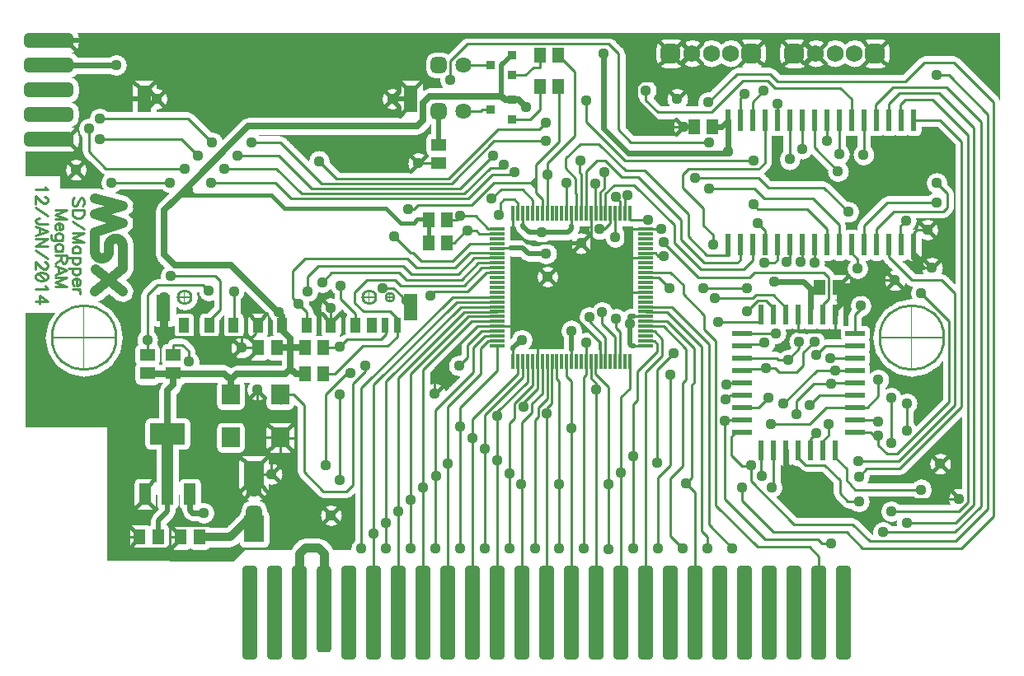
<source format=gtl>
G04*
G04  File:            SD-MAPPER-FINAL_VERSION.GTL, Wed Oct 15 21:18:23 2014*
G04  Source:          P-CAD 2002 PCB (6/400) TRIAL VERSION - 1 days left, Version 17.01.22, (E:\Eletro\PCAD-PCI\SD-Mapper\SD-Mapper-final_version.PCB)*
G04  Format:          Gerber Format (RS-274-D), ASCII*
G04*
G04  Format Options:  Absolute Positioning*
G04                   Leading-Zero Suppression*
G04                   Scale Factor 1:1*
G04                   NO Circular Interpolation*
G04                   Inch Units*
G04                   Numeric Format: 4.4 (XXXX.XXXX)*
G04                   G54 NOT Used for Aperture Change*
G04                   Apertures Embedded*
G04*
G04  File Options:    Offset = (0.0mil,0.0mil)*
G04                   Drill Symbol Size = 80.0mil*
G04                   Pad/Via Holes*
G04*
G04  File Contents:   Pads*
G04                   Vias*
G04                   No Designators*
G04                   No Types*
G04                   No Values*
G04                   No Drill Symbols*
G04                   Top*
G04*
%INSD-MAPPER-FINAL_VERSION.GTL*%
%ICAS*%
%MOIN*%
G04*
G04  Aperture MACROs for general use --- invoked via D-code assignment *
G04*
G04  General MACRO for flashed round with rotation and/or offset hole *
%AMROTOFFROUND*
1,1,$1,0.0000,0.0000*
1,0,$2,$3,$4*%
G04*
G04  General MACRO for flashed oval (obround) with rotation and/or offset hole *
%AMROTOFFOVAL*
21,1,$1,$2,0.0000,0.0000,$3*
1,1,$4,$5,$6*
1,1,$4,0-$5,0-$6*
1,0,$7,$8,$9*%
G04*
G04  General MACRO for flashed oval (obround) with rotation and no hole *
%AMROTOVALNOHOLE*
21,1,$1,$2,0.0000,0.0000,$3*
1,1,$4,$5,$6*
1,1,$4,0-$5,0-$6*%
G04*
G04  General MACRO for flashed rectangle with rotation and/or offset hole *
%AMROTOFFRECT*
21,1,$1,$2,0.0000,0.0000,$3*
1,0,$4,$5,$6*%
G04*
G04  General MACRO for flashed rectangle with rotation and no hole *
%AMROTRECTNOHOLE*
21,1,$1,$2,0.0000,0.0000,$3*%
G04*
G04  General MACRO for flashed rounded-rectangle *
%AMROUNDRECT*
21,1,$1,$2-$4,0.0000,0.0000,$3*
21,1,$1-$4,$2,0.0000,0.0000,$3*
1,1,$4,$5,$6*
1,1,$4,$7,$8*
1,1,$4,0-$5,0-$6*
1,1,$4,0-$7,0-$8*
1,0,$9,$10,$11*%
G04*
G04  General MACRO for flashed rounded-rectangle with rotation and no hole *
%AMROUNDRECTNOHOLE*
21,1,$1,$2-$4,0.0000,0.0000,$3*
21,1,$1-$4,$2,0.0000,0.0000,$3*
1,1,$4,$5,$6*
1,1,$4,$7,$8*
1,1,$4,0-$5,0-$6*
1,1,$4,0-$7,0-$8*%
G04*
G04  General MACRO for flashed regular polygon *
%AMREGPOLY*
5,1,$1,0.0000,0.0000,$2,$3+$4*
1,0,$5,$6,$7*%
G04*
G04  General MACRO for flashed regular polygon with no hole *
%AMREGPOLYNOHOLE*
5,1,$1,0.0000,0.0000,$2,$3+$4*%
G04*
G04  General MACRO for target *
%AMTARGET*
6,0,0,$1,$2,$3,4,$4,$5,$6*%
G04*
G04  General MACRO for mounting hole *
%AMMTHOLE*
1,1,$1,0,0*
1,0,$2,0,0*
$1=$1-$2*
$1=$1/2*
21,1,$2+$1,$3,0,0,$4*
21,1,$3,$2+$1,0,0,$4*%
G04*
G04*
G04  D10 : "Ellipse X10.0mil Y10.0mil H0.0mil 0.0deg (0.0mil,0.0mil) Draw"*
G04  Disc: OuterDia=0.0100*
%ADD10C, 0.0100*%
G04  D11 : "Ellipse X12.0mil Y12.0mil H0.0mil 0.0deg (0.0mil,0.0mil) Draw"*
G04  Disc: OuterDia=0.0120*
%ADD11C, 0.0120*%
G04  D12 : "Ellipse X14.0mil Y14.0mil H0.0mil 0.0deg (0.0mil,0.0mil) Draw"*
G04  Disc: OuterDia=0.0140*
%ADD12C, 0.0140*%
G04  D13 : "Ellipse X15.0mil Y15.0mil H0.0mil 0.0deg (0.0mil,0.0mil) Draw"*
G04  Disc: OuterDia=0.0150*
%ADD13C, 0.0150*%
G04  D14 : "Ellipse X17.0mil Y17.0mil H0.0mil 0.0deg (0.0mil,0.0mil) Draw"*
G04  Disc: OuterDia=0.0170*
%ADD14C, 0.0170*%
G04  D15 : "Ellipse X18.0mil Y18.0mil H0.0mil 0.0deg (0.0mil,0.0mil) Draw"*
G04  Disc: OuterDia=0.0180*
%ADD15C, 0.0180*%
G04  D16 : "Ellipse X2.0mil Y2.0mil H0.0mil 0.0deg (0.0mil,0.0mil) Draw"*
G04  Disc: OuterDia=0.0020*
%ADD16C, 0.0020*%
G04  D17 : "Ellipse X20.0mil Y20.0mil H0.0mil 0.0deg (0.0mil,0.0mil) Draw"*
G04  Disc: OuterDia=0.0200*
%ADD17C, 0.0200*%
G04  D18 : "Ellipse X22.0mil Y22.0mil H0.0mil 0.0deg (0.0mil,0.0mil) Draw"*
G04  Disc: OuterDia=0.0220*
%ADD18C, 0.0220*%
G04  D19 : "Ellipse X24.0mil Y24.0mil H0.0mil 0.0deg (0.0mil,0.0mil) Draw"*
G04  Disc: OuterDia=0.0240*
%ADD19C, 0.0240*%
G04  D20 : "Ellipse X26.0mil Y26.0mil H0.0mil 0.0deg (0.0mil,0.0mil) Draw"*
G04  Disc: OuterDia=0.0260*
%ADD20C, 0.0260*%
G04  D21 : "Ellipse X34.0mil Y34.0mil H0.0mil 0.0deg (0.0mil,0.0mil) Draw"*
G04  Disc: OuterDia=0.0340*
%ADD21C, 0.0340*%
G04  D22 : "Ellipse X35.0mil Y35.0mil H0.0mil 0.0deg (0.0mil,0.0mil) Draw"*
G04  Disc: OuterDia=0.0350*
%ADD22C, 0.0350*%
G04  D23 : "Ellipse X40.0mil Y40.0mil H0.0mil 0.0deg (0.0mil,0.0mil) Draw"*
G04  Disc: OuterDia=0.0400*
%ADD23C, 0.0400*%
G04  D24 : "Ellipse X45.0mil Y45.0mil H0.0mil 0.0deg (0.0mil,0.0mil) Draw"*
G04  Disc: OuterDia=0.0450*
%ADD24C, 0.0450*%
G04  D25 : "Ellipse X8.0mil Y8.0mil H0.0mil 0.0deg (0.0mil,0.0mil) Draw"*
G04  Disc: OuterDia=0.0080*
%ADD25C, 0.0080*%
G04  D26 : "Ellipse X285.0mil Y285.0mil H0.0mil 0.0deg (0.0mil,0.0mil) Flash"*
G04  Disc: OuterDia=0.2850*
%ADD26C, 0.2850*%
G04  D27 : "Ellipse X59.0mil Y59.0mil H0.0mil 0.0deg (0.0mil,0.0mil) Flash"*
G04  Disc: OuterDia=0.0590*
%ADD27C, 0.0590*%
G04  D28 : "Ellipse X64.0mil Y64.0mil H0.0mil 0.0deg (0.0mil,0.0mil) Flash"*
G04  Disc: OuterDia=0.0640*
%ADD28C, 0.0640*%
G04  D29 : "Ellipse X68.0mil Y68.0mil H0.0mil 0.0deg (0.0mil,0.0mil) Flash"*
G04  Disc: OuterDia=0.0680*
%ADD29C, 0.0680*%
G04  D30 : "Ellipse X79.0mil Y79.0mil H0.0mil 0.0deg (0.0mil,0.0mil) Flash"*
G04  Disc: OuterDia=0.0790*
%ADD30C, 0.0790*%
G04  D31 : "Ellipse X83.0mil Y83.0mil H0.0mil 0.0deg (0.0mil,0.0mil) Flash"*
G04  Disc: OuterDia=0.0830*
%ADD31C, 0.0830*%
G04  D32 : "Mounting Hole X270.0mil Y270.0mil H0.0mil 0.0deg (0.0mil,0.0mil) Flash"*
G04  Mounting Hole: Diameter=0.2700, Rotation=0.0, LineWidth=0.0050 *
%ADD32MTHOLE, 0.2700 X0.2500 X0.0050 X0.0*%
G04  D33 : "Mounting Hole X44.0mil Y44.0mil H0.0mil 0.0deg (0.0mil,0.0mil) Flash"*
G04  Mounting Hole: Diameter=0.0440, Rotation=0.0, LineWidth=0.0050 *
%ADD33MTHOLE, 0.0440 X0.0240 X0.0050 X0.0*%
G04  D34 : "Mounting Hole X64.0mil Y64.0mil H0.0mil 0.0deg (0.0mil,0.0mil) Flash"*
G04  Mounting Hole: Diameter=0.0640, Rotation=0.0, LineWidth=0.0050 *
%ADD34MTHOLE, 0.0640 X0.0440 X0.0050 X0.0*%
G04  D35 : "Rounded Rectangle X196.9mil Y60.0mil H0.0mil 0.0deg (0.0mil,0.0mil) Flash"*
G04  RoundRct: DimX=0.1969, DimY=0.0600, CornerRad=0.0150, Rotation=0.0, OffsetX=0.0000, OffsetY=0.0000, HoleDia=0.0000 *
%ADD35ROUNDRECTNOHOLE, 0.1969 X0.0600 X0.0 X0.0300 X-0.0834 X-0.0150 X-0.0834 X0.0150*%
G04  D36 : "Rounded Rectangle X60.0mil Y350.0mil H0.0mil 0.0deg (0.0mil,0.0mil) Flash"*
G04  RoundRct: DimX=0.0600, DimY=0.3500, CornerRad=0.0150, Rotation=0.0, OffsetX=0.0000, OffsetY=0.0000, HoleDia=0.0000 *
%ADD36ROUNDRECTNOHOLE, 0.0600 X0.3500 X0.0 X0.0300 X-0.0150 X-0.1600 X-0.0150 X0.1600*%
G04  D37 : "Rounded Rectangle X60.0mil Y380.0mil H0.0mil 0.0deg (0.0mil,0.0mil) Flash"*
G04  RoundRct: DimX=0.0600, DimY=0.3800, CornerRad=0.0150, Rotation=0.0, OffsetX=0.0000, OffsetY=0.0000, HoleDia=0.0000 *
%ADD37ROUNDRECTNOHOLE, 0.0600 X0.3800 X0.0 X0.0300 X-0.0150 X-0.1750 X-0.0150 X0.1750*%
G04  D38 : "Rounded Rectangle X64.0mil Y64.0mil H0.0mil 0.0deg (0.0mil,0.0mil) Flash"*
G04  RoundRct: DimX=0.0640, DimY=0.0640, CornerRad=0.0160, Rotation=0.0, OffsetX=0.0000, OffsetY=0.0000, HoleDia=0.0000 *
%ADD38ROUNDRECTNOHOLE, 0.0640 X0.0640 X0.0 X0.0320 X-0.0160 X-0.0160 X-0.0160 X0.0160*%
G04  D39 : "Rounded Rectangle X211.9mil Y75.0mil H0.0mil 0.0deg (0.0mil,0.0mil) Flash"*
G04  RoundRct: DimX=0.2119, DimY=0.0750, CornerRad=0.0187, Rotation=0.0, OffsetX=0.0000, OffsetY=0.0000, HoleDia=0.0000 *
%ADD39ROUNDRECTNOHOLE, 0.2119 X0.0750 X0.0 X0.0375 X-0.0872 X-0.0187 X-0.0872 X0.0187*%
G04  D40 : "Rounded Rectangle X75.0mil Y365.0mil H0.0mil 0.0deg (0.0mil,0.0mil) Flash"*
G04  RoundRct: DimX=0.0750, DimY=0.3650, CornerRad=0.0187, Rotation=0.0, OffsetX=0.0000, OffsetY=0.0000, HoleDia=0.0000 *
%ADD40ROUNDRECTNOHOLE, 0.0750 X0.3650 X0.0 X0.0375 X-0.0187 X-0.1638 X-0.0187 X0.1638*%
G04  D41 : "Rounded Rectangle X75.0mil Y395.0mil H0.0mil 0.0deg (0.0mil,0.0mil) Flash"*
G04  RoundRct: DimX=0.0750, DimY=0.3950, CornerRad=0.0187, Rotation=0.0, OffsetX=0.0000, OffsetY=0.0000, HoleDia=0.0000 *
%ADD41ROUNDRECTNOHOLE, 0.0750 X0.3950 X0.0 X0.0375 X-0.0187 X-0.1788 X-0.0187 X0.1788*%
G04  D42 : "Rounded Rectangle X78.0mil Y78.0mil H0.0mil 0.0deg (0.0mil,0.0mil) Flash"*
G04  RoundRct: DimX=0.0780, DimY=0.0780, CornerRad=0.0195, Rotation=0.0, OffsetX=0.0000, OffsetY=0.0000, HoleDia=0.0000 *
%ADD42ROUNDRECTNOHOLE, 0.0780 X0.0780 X0.0 X0.0390 X-0.0195 X-0.0195 X-0.0195 X0.0195*%
G04  D43 : "Rounded Rectangle X79.0mil Y79.0mil H0.0mil 0.0deg (0.0mil,0.0mil) Flash"*
G04  RoundRct: DimX=0.0790, DimY=0.0790, CornerRad=0.0198, Rotation=0.0, OffsetX=0.0000, OffsetY=0.0000, HoleDia=0.0000 *
%ADD43ROUNDRECTNOHOLE, 0.0790 X0.0790 X0.0 X0.0395 X-0.0198 X-0.0198 X-0.0198 X0.0198*%
G04  D44 : "Rounded Rectangle X93.0mil Y93.0mil H0.0mil 0.0deg (0.0mil,0.0mil) Flash"*
G04  RoundRct: DimX=0.0930, DimY=0.0930, CornerRad=0.0233, Rotation=0.0, OffsetX=0.0000, OffsetY=0.0000, HoleDia=0.0000 *
%ADD44ROUNDRECTNOHOLE, 0.0930 X0.0930 X0.0 X0.0465 X-0.0233 X-0.0233 X-0.0233 X0.0233*%
G04  D45 : "Rectangle X11.8mil Y63.0mil H0.0mil 0.0deg (0.0mil,0.0mil) Flash"*
G04  Rectangular: DimX=0.0118, DimY=0.0630, Rotation=0.0, OffsetX=0.0000, OffsetY=0.0000, HoleDia=0.0000 *
%ADD45R, 0.0118 X0.0630*%
G04  D46 : "Rectangle X63.0mil Y11.8mil H0.0mil 0.0deg (0.0mil,0.0mil) Flash"*
G04  Rectangular: DimX=0.0630, DimY=0.0118, Rotation=0.0, OffsetX=0.0000, OffsetY=0.0000, HoleDia=0.0000 *
%ADD46R, 0.0630 X0.0118*%
G04  D47 : "Rectangle X141.7mil Y86.6mil H0.0mil 0.0deg (0.0mil,0.0mil) Flash"*
G04  Rectangular: DimX=0.1417, DimY=0.0866, Rotation=0.0, OffsetX=0.0000, OffsetY=0.0000, HoleDia=0.0000 *
%ADD47R, 0.1417 X0.0866*%
G04  D48 : "Rectangle X156.7mil Y101.6mil H0.0mil 0.0deg (0.0mil,0.0mil) Flash"*
G04  Rectangular: DimX=0.1567, DimY=0.1016, Rotation=0.0, OffsetX=0.0000, OffsetY=0.0000, HoleDia=0.0000 *
%ADD48R, 0.1567 X0.1016*%
G04  D49 : "Rectangle X23.6mil Y78.7mil H0.0mil 0.0deg (0.0mil,0.0mil) Flash"*
G04  Rectangular: DimX=0.0236, DimY=0.0787, Rotation=0.0, OffsetX=0.0000, OffsetY=0.0000, HoleDia=0.0000 *
%ADD49R, 0.0236 X0.0787*%
G04  D50 : "Rectangle X78.7mil Y23.6mil H0.0mil 0.0deg (0.0mil,0.0mil) Flash"*
G04  Rectangular: DimX=0.0787, DimY=0.0236, Rotation=0.0, OffsetX=0.0000, OffsetY=0.0000, HoleDia=0.0000 *
%ADD50R, 0.0787 X0.0236*%
G04  D51 : "Rectangle X23.6mil Y86.6mil H0.0mil 0.0deg (0.0mil,0.0mil) Flash"*
G04  Rectangular: DimX=0.0236, DimY=0.0866, Rotation=0.0, OffsetX=0.0000, OffsetY=0.0000, HoleDia=0.0000 *
%ADD51R, 0.0236 X0.0866*%
G04  D52 : "Rectangle X26.0mil Y60.0mil H0.0mil 0.0deg (0.0mil,0.0mil) Flash"*
G04  Rectangular: DimX=0.0260, DimY=0.0600, Rotation=0.0, OffsetX=0.0000, OffsetY=0.0000, HoleDia=0.0000 *
%ADD52R, 0.0260 X0.0600*%
G04  D53 : "Rectangle X26.8mil Y78.0mil H0.0mil 0.0deg (0.0mil,0.0mil) Flash"*
G04  Rectangular: DimX=0.0268, DimY=0.0780, Rotation=0.0, OffsetX=0.0000, OffsetY=0.0000, HoleDia=0.0000 *
%ADD53R, 0.0268 X0.0780*%
G04  D54 : "Rectangle X78.0mil Y26.8mil H0.0mil 0.0deg (0.0mil,0.0mil) Flash"*
G04  Rectangular: DimX=0.0780, DimY=0.0268, Rotation=0.0, OffsetX=0.0000, OffsetY=0.0000, HoleDia=0.0000 *
%ADD54R, 0.0780 X0.0268*%
G04  D55 : "Rectangle X32.0mil Y32.0mil H0.0mil 0.0deg (0.0mil,0.0mil) Flash"*
G04  Square: Side=0.0320, Rotation=0.0, OffsetX=0.0000, OffsetY=0.0000, HoleDia=0.0000*
%ADD55R, 0.0320 X0.0320*%
G04  D56 : "Rectangle X38.6mil Y101.6mil H0.0mil 0.0deg (0.0mil,0.0mil) Flash"*
G04  Rectangular: DimX=0.0386, DimY=0.1016, Rotation=0.0, OffsetX=0.0000, OffsetY=0.0000, HoleDia=0.0000 *
%ADD56R, 0.0386 X0.1016*%
G04  D57 : "Rectangle X38.6mil Y93.7mil H0.0mil 0.0deg (0.0mil,0.0mil) Flash"*
G04  Rectangular: DimX=0.0386, DimY=0.0937, Rotation=0.0, OffsetX=0.0000, OffsetY=0.0000, HoleDia=0.0000 *
%ADD57R, 0.0386 X0.0937*%
G04  D58 : "Rectangle X93.7mil Y38.6mil H0.0mil 0.0deg (0.0mil,0.0mil) Flash"*
G04  Rectangular: DimX=0.0937, DimY=0.0386, Rotation=0.0, OffsetX=0.0000, OffsetY=0.0000, HoleDia=0.0000 *
%ADD58R, 0.0937 X0.0386*%
G04  D59 : "Rectangle X40.0mil Y60.0mil H0.0mil 0.0deg (0.0mil,0.0mil) Flash"*
G04  Rectangular: DimX=0.0400, DimY=0.0600, Rotation=0.0, OffsetX=0.0000, OffsetY=0.0000, HoleDia=0.0000 *
%ADD59R, 0.0400 X0.0600*%
G04  D60 : "Rectangle X41.0mil Y75.0mil H0.0mil 0.0deg (0.0mil,0.0mil) Flash"*
G04  Rectangular: DimX=0.0410, DimY=0.0750, Rotation=0.0, OffsetX=0.0000, OffsetY=0.0000, HoleDia=0.0000 *
%ADD60R, 0.0410 X0.0750*%
G04  D61 : "Rectangle X47.0mil Y47.0mil H0.0mil 0.0deg (0.0mil,0.0mil) Flash"*
G04  Square: Side=0.0470, Rotation=0.0, OffsetX=0.0000, OffsetY=0.0000, HoleDia=0.0000*
%ADD61R, 0.0470 X0.0470*%
G04  D62 : "Rectangle X47.2mil Y86.6mil H0.0mil 0.0deg (0.0mil,0.0mil) Flash"*
G04  Rectangular: DimX=0.0472, DimY=0.0866, Rotation=0.0, OffsetX=0.0000, OffsetY=0.0000, HoleDia=0.0000 *
%ADD62R, 0.0472 X0.0866*%
G04  D63 : "Rectangle X51.2mil Y59.1mil H0.0mil 0.0deg (0.0mil,0.0mil) Flash"*
G04  Rectangular: DimX=0.0512, DimY=0.0591, Rotation=0.0, OffsetX=0.0000, OffsetY=0.0000, HoleDia=0.0000 *
%ADD63R, 0.0512 X0.0591*%
G04  D64 : "Rectangle X59.1mil Y51.2mil H0.0mil 0.0deg (0.0mil,0.0mil) Flash"*
G04  Rectangular: DimX=0.0591, DimY=0.0512, Rotation=0.0, OffsetX=0.0000, OffsetY=0.0000, HoleDia=0.0000 *
%ADD64R, 0.0591 X0.0512*%
G04  D65 : "Rectangle X55.0mil Y75.0mil H0.0mil 0.0deg (0.0mil,0.0mil) Flash"*
G04  Rectangular: DimX=0.0550, DimY=0.0750, Rotation=0.0, OffsetX=0.0000, OffsetY=0.0000, HoleDia=0.0000 *
%ADD65R, 0.0550 X0.0750*%
G04  D66 : "Rectangle X58.0mil Y110.0mil H0.0mil 0.0deg (0.0mil,0.0mil) Flash"*
G04  Rectangular: DimX=0.0580, DimY=0.1100, Rotation=0.0, OffsetX=0.0000, OffsetY=0.0000, HoleDia=0.0000 *
%ADD66R, 0.0580 X0.1100*%
G04  D67 : "Rectangle X62.2mil Y101.6mil H0.0mil 0.0deg (0.0mil,0.0mil) Flash"*
G04  Rectangular: DimX=0.0622, DimY=0.1016, Rotation=0.0, OffsetX=0.0000, OffsetY=0.0000, HoleDia=0.0000 *
%ADD67R, 0.0622 X0.1016*%
G04  D68 : "Rectangle X66.2mil Y74.1mil H0.0mil 0.0deg (0.0mil,0.0mil) Flash"*
G04  Rectangular: DimX=0.0662, DimY=0.0741, Rotation=0.0, OffsetX=0.0000, OffsetY=0.0000, HoleDia=0.0000 *
%ADD68R, 0.0662 X0.0741*%
G04  D69 : "Rectangle X74.1mil Y66.2mil H0.0mil 0.0deg (0.0mil,0.0mil) Flash"*
G04  Rectangular: DimX=0.0741, DimY=0.0662, Rotation=0.0, OffsetX=0.0000, OffsetY=0.0000, HoleDia=0.0000 *
%ADD69R, 0.0741 X0.0662*%
G04  D70 : "Rectangle X72.0mil Y80.0mil H0.0mil 0.0deg (0.0mil,0.0mil) Flash"*
G04  Rectangular: DimX=0.0720, DimY=0.0800, Rotation=0.0, OffsetX=0.0000, OffsetY=0.0000, HoleDia=0.0000 *
%ADD70R, 0.0720 X0.0800*%
G04  D71 : "Rectangle X73.0mil Y125.0mil H0.0mil 0.0deg (0.0mil,0.0mil) Flash"*
G04  Rectangular: DimX=0.0730, DimY=0.1250, Rotation=0.0, OffsetX=0.0000, OffsetY=0.0000, HoleDia=0.0000 *
%ADD71R, 0.0730 X0.1250*%
G04  D72 : "Rectangle X80.0mil Y110.0mil H0.0mil 0.0deg (0.0mil,0.0mil) Flash"*
G04  Rectangular: DimX=0.0800, DimY=0.1100, Rotation=0.0, OffsetX=0.0000, OffsetY=0.0000, HoleDia=0.0000 *
%ADD72R, 0.0800 X0.1100*%
G04  D73 : "Rectangle X87.0mil Y95.0mil H0.0mil 0.0deg (0.0mil,0.0mil) Flash"*
G04  Rectangular: DimX=0.0870, DimY=0.0950, Rotation=0.0, OffsetX=0.0000, OffsetY=0.0000, HoleDia=0.0000 *
%ADD73R, 0.0870 X0.0950*%
G04  D74 : "Rectangle X95.0mil Y125.0mil H0.0mil 0.0deg (0.0mil,0.0mil) Flash"*
G04  Rectangular: DimX=0.0950, DimY=0.1250, Rotation=0.0, OffsetX=0.0000, OffsetY=0.0000, HoleDia=0.0000 *
%ADD74R, 0.0950 X0.1250*%
G04  D75 : "Ellipse X44.0mil Y44.0mil H0.0mil 0.0deg (0.0mil,0.0mil) Flash"*
G04  Disc: OuterDia=0.0440*
%ADD75C, 0.0440*%
G04*
%FSLAX44Y44*%
%SFA1B1*%
%OFA0.0000B0.0000*%
G04*
G70*
G90*
G01*
D2*
%LNTop*%
D23*
X32246Y80761*
X32257Y80739D1*
X32270Y80719*
X32285Y80699*
X32301Y80681*
X32319Y80665*
X32339Y80650*
X32359Y80637*
X32381Y80626*
X32404Y80616*
X32427Y80609*
X32451Y80604*
X32475Y80601*
X32499Y80599*
X32524Y80601*
X32548Y80604*
X32572Y80609*
X32595Y80616*
X32618Y80626*
X32639Y80637*
X32660Y80650*
X32679Y80665*
X32697Y80681*
X32714Y80699*
X32729Y80719*
X32742Y80739*
X32753Y80761*
X32236Y80784D2*
X32246Y80761D1*
X32753D2*
X32763Y80784D1*
D2*
D10*
X31969Y85849*
Y84929D1*
X32659Y84239*
X30359Y85429D2*
X31039D1*
X30359Y88419D2*
Y88429D1*
D2*
D17*
Y89429*
X32589D1*
D2*
D10*
X33689Y68849*
X35099D1*
X34019Y69319D2*
X33589D1*
X35689Y69309D2*
X35259D1*
Y69679*
X35359Y69779*
X34239Y71059D2*
Y70869D1*
X33589Y70219*
Y69319*
D2*
D17*
X34767*
Y69979D1*
D2*
D10*
X34769D1*
D2*
D17*
X35149Y71059*
Y70359D1*
X34769Y69979*
D2*
D10*
X34329Y76689*
Y77299D1*
X35389Y77099D2*
X35759D1*
X35339Y77409D2*
X34999Y77749D1*
D2*
D20*
X35389Y75489*
X35145Y75245D1*
X35389Y75941D2*
Y75941D1*
Y75939D2*
Y75941D1*
Y75939D2*
Y75489D1*
D2*
D10*
Y76689*
Y77099D1*
D2*
D20*
Y75939*
X34329D1*
D2*
D10*
Y79119*
X34729Y79519D1*
D2*
D21*
X34999Y78639*
Y78599D1*
Y78639D2*
X34889Y78589D1*
D2*
D10*
X34999Y78599*
X34889Y78589D1*
D2*
D20*
X35429Y80329*
X35009Y80749D1*
D2*
D10*
X35539Y83069*
X35629Y83159D1*
X35729Y83259D2*
X35629Y83159D1*
D2*
D14*
X35729Y83259*
X35629Y83159D1*
D2*
D20*
X35009Y82549*
X35534Y83074D1*
D2*
D23*
X33208Y81347*
X33228Y81333D1*
X33247Y81318*
X33264Y81300*
X33280Y81282*
X33294Y81262*
X33307Y81241*
X33317Y81219*
D2*
D10*
X33439Y87289*
X33659Y87069D1*
X33709Y88709D2*
X33439Y87289D1*
X34369Y87409D2*
X34107Y87069D1*
X34099Y87059*
X34209Y87069D2*
X34206Y87069D1*
X34099Y87059*
X34209Y87069D2*
X34206Y87069D1*
X34099Y87059*
X36929Y69779D2*
X37839Y70709D1*
X38159Y70809*
X38649Y71269*
Y69649D2*
Y70269D1*
D2*
D21*
X37689Y69309*
X38649Y70269D1*
D2*
D18*
X36159Y70299*
X36609D1*
D2*
D21*
X37689Y69309*
X36438D1*
X36437*
D2*
D10*
X36839Y77889*
X36729Y77879D1*
X38819Y76979D2*
X38129D1*
Y77409D2*
Y76979D1*
Y77409D2*
X38569Y77419D1*
X38699Y77549*
Y77879*
X38809Y77889*
D2*
D20*
X37699Y75409*
Y75689D1*
X37700Y75690*
X37929Y75919D2*
X37700Y75690D1*
X37699Y75691D2*
X37449Y75939D1*
D2*
D10*
X36589Y79519*
X36819Y79289D1*
X37279Y78529D2*
Y79689D1*
X37079Y79889*
D2*
D22*
X41489Y66209*
Y66399D1*
X40489Y66209D2*
Y66249D1*
X41489Y66399D2*
Y68659D1*
X40489D2*
Y66249D1*
D2*
D10*
X39359Y72389*
X39459Y72489D1*
X39699*
X40319Y73339D2*
X39699Y73349D1*
Y72489D2*
Y73349D1*
X41459Y75909D2*
X41919D1*
X40779Y77879D2*
Y77889D1*
X41759Y77879D2*
Y77889D1*
Y77879D2*
X41649D1*
X41759Y77889*
X40259Y75079D2*
X39699D1*
D2*
D20*
X39754Y77815*
X39789Y77819D1*
D2*
D10*
X39754Y77815*
X39789Y77819D1*
X39799Y77889D2*
X39789Y77889D1*
X39689Y77879*
D2*
D20*
X39799Y77819*
X39789Y77819D1*
Y77779D2*
Y77819D1*
D2*
D10*
X39799Y77819*
X39789Y77819D1*
X39799Y77889D2*
X39789Y77889D1*
X39689Y77879*
X40059Y76979D2*
X40119D1*
D2*
D20*
Y76139D1*
D2*
D10*
X40059Y76979*
X40119D1*
X40059D2*
X40119D1*
X40059D2*
X40119D1*
D2*
D20*
Y76139*
X39899Y75919D1*
X40119Y76139D2*
X40349Y75909D1*
X39789Y77709D2*
Y77699D1*
X40119Y77369*
Y76979*
D2*
D10*
X39754Y77815*
X39689Y77809D1*
Y77879*
D2*
D20*
X40349Y75909*
X40711D1*
X40711*
X40119Y76979D2*
X40701D1*
X40701*
X40059D2*
X39568D1*
X39567*
D2*
D10*
X41789Y80019*
X41409Y79639D1*
X41259Y80299D2*
X40819Y79859D1*
Y79269*
X40699Y80579D2*
X40199Y80079D1*
Y78999*
X40449Y78749*
X40779Y78419D2*
X40449Y78749D1*
D2*
D20*
X39789Y78250*
X39689Y78349D1*
X39789Y78250D2*
X39789Y78249D1*
D2*
D10*
X39499Y83669*
X40149Y83009D1*
D2*
D14*
X39869Y82639*
X39349Y83159D1*
D2*
D10*
X43489Y66209*
Y66249D1*
X44489Y66209D2*
Y66249D1*
X42629Y71409D2*
X42379Y71159D1*
X42989Y72779D2*
Y72769D1*
Y72779D2*
Y72769D1*
X43059Y77049D2*
X44049D1*
X44439Y77439*
Y77889*
X42749Y77769D2*
Y77889D1*
X43969D2*
Y77519D1*
X43779Y77329*
X42419*
X42119Y77029*
X42069Y76979D2*
X42119Y77029D1*
X43139Y76249D2*
Y76019D1*
X42629Y75509*
X42529Y75969D2*
X42419D1*
X44799Y79729D2*
X44509Y80019D1*
X44579Y79499D2*
X44339Y79739D1*
X43219*
X42719Y79239*
Y78799*
X43069Y78449*
X44149*
X44439Y78159*
Y78149*
X42749Y78359D2*
X42149Y78959D1*
Y79499*
X44879Y78599D2*
X44629Y78849D1*
Y79049*
X44289Y79399*
X44039*
X43829*
D2*
D14*
X44589Y82029*
X43979Y82639D1*
D2*
D17*
X44509Y86719*
Y86409D1*
X44499Y87809D2*
Y87309D1*
D2*
D10*
X45489Y66209*
Y66249D1*
X46489Y66209D2*
Y66249D1*
X47489Y66209D2*
Y66249D1*
X46489Y74589D2*
Y72299D1*
X46989Y74569D2*
Y73789D1*
X47489Y74099D2*
Y73319D1*
X47689Y77849D2*
X45959Y76109D1*
Y75129*
X47509Y75979D2*
Y76999D1*
X47809Y76969D2*
Y75909D1*
X47849Y77659D2*
X47279Y77089D1*
Y76599*
X46929Y76249*
X47719Y80419D2*
X47029Y79729D1*
X47859Y80219D2*
X47139Y79499D1*
X46669Y80499D2*
X45399D1*
X45079Y80819*
X47549Y80609D2*
X46909Y79969D1*
X47369Y80809D2*
X46779Y80219D1*
X45199*
X47289Y79269D2*
X46299D1*
X45959*
X45769Y79079*
X47439Y82759D2*
X45289D1*
X45119Y82589*
X46829Y82169D2*
X46979Y82309D1*
X47599D2*
X46979D1*
X46739Y81229D2*
X47219Y81709D1*
X47289*
X47749Y81589D2*
X47629Y81709D1*
X47289*
D2*
D14*
X45699Y81229*
Y82169D1*
D2*
D10*
X45689Y82179*
X45699Y82169D1*
D2*
D14*
X45689Y82179*
X45249D1*
X45099Y82029*
D2*
D10*
X46447Y81229*
X46448D1*
X46739*
X46447Y82169D2*
X46448D1*
X46829*
X47099Y86559D2*
X47799D1*
X47869Y86629*
X46099Y84449D2*
X45289D1*
D2*
D20*
X45469Y86199*
X45229Y85959D1*
D2*
D17*
X46099Y85197*
Y85198D1*
Y86559*
D2*
D10*
X47109Y88429*
X47579D1*
X47589Y88419*
X46579Y87809D2*
Y88579D1*
X47279Y89279*
X50489Y66209D2*
Y66249D1*
X48489Y66209D2*
Y66249D1*
X49489Y66209D2*
X49469Y66199D1*
X50679Y74709D2*
X50489Y74519D1*
Y74339*
X49539Y74579D2*
Y74769D1*
X50499Y74919D2*
X50129Y74549D1*
Y74189*
X49999Y74059*
X48489Y74219D2*
Y72439D1*
Y74379D2*
Y74229D1*
Y74219*
X49179Y74739D2*
Y74109D1*
X48989Y73919*
X49889Y74719D2*
Y74369D1*
X49469Y73949*
X50694Y76435D2*
X50689Y76430D1*
X48496Y77859D2*
X48489Y77852D1*
X48486Y77849D2*
X48489Y77852D1*
X50099Y75329D2*
Y76431D1*
X48486Y77849D2*
X49789Y77852D1*
Y77849*
X50109Y77529*
Y77489*
Y76419D2*
Y76437D1*
Y77489*
X48489Y77459D2*
X48489Y77459D1*
X48489Y77262D2*
X48487Y77259D1*
X48099*
X48489Y77656D2*
X48486Y77659D1*
X50497Y76435D2*
X50499Y76433D1*
X50891Y76435D2*
X50889Y76434D1*
Y75719*
X48489Y77065D2*
X48485Y77069D1*
X48489Y76059*
X49316Y76435D2*
X49319Y76432D1*
Y75929*
X48689Y75299*
X49513Y76435D2*
X49519Y76429D1*
Y75789*
X49709Y76435D2*
Y75599D1*
X49907Y76435D2*
X49909Y75469D1*
X50300Y76435D2*
X50299Y76434D1*
Y75129*
X49119Y76439D2*
Y76909D1*
D2*
D17*
Y76999D1*
X49469Y77299*
D2*
D10*
X49709Y76435*
X49710Y76435D1*
X49710Y76435*
X50099Y76431D2*
X50104Y76435D1*
X50104Y76435*
X48489Y80412D2*
X48481Y80419D1*
X48489Y80215D2*
X48485Y80219D1*
X48489Y80608D2*
X48488Y80609D1*
X48489Y80805D2*
X48485Y80809D1*
X48489Y80018D2*
X48488Y80019D1*
X48489Y79034D2*
X48484Y79039D1*
X48489Y78837D2*
X48487Y78839D1*
X48489Y78640D2*
X48489Y78639D1*
X48489Y78443D2*
X48486Y78439D1*
X48489Y78246D2*
X48486Y78249D1*
D2*
D17*
X49729Y80789*
X50459D1*
D2*
D10*
X50859Y79509*
X50509Y79859D1*
X49912Y83671D2*
X49959D1*
X50009Y83839D2*
X49840Y83669D1*
X50009Y83500*
Y83839*
X48489Y81199D2*
X48489Y81199D1*
X50300Y82419D2*
X50299Y82419D1*
X50049Y83669D2*
X48349D1*
X50049D2*
Y83259D1*
X50309Y82999*
X50299Y82419*
X50497Y82419D2*
Y82929D1*
X50499*
Y83809*
X48259Y83009D2*
X48629Y83379D1*
X49499*
X49909Y82969*
Y82422*
X48489Y81789D2*
X48119D1*
X49119Y82419D2*
X49119Y82419D1*
X49689Y81219D2*
X49119Y81789D1*
Y82419*
X48489Y81593D2*
X48486Y81589D1*
X49319Y82423D2*
X49316Y82419D1*
X49319Y82423D2*
X49316Y82419D1*
X49319Y82399D2*
Y82423D1*
Y82829*
X49169Y82979*
X48749*
X48609Y82839*
Y82439*
X48529Y82359*
X49513Y82419D2*
X49509Y82419D1*
Y81979D2*
Y82419D1*
D2*
D17*
Y81959*
Y81899D1*
X49769Y81649*
X50289*
D2*
D10*
X49909Y82422*
X49907Y82419D1*
X49907Y82419*
X48729Y84399D2*
X48599Y84269D1*
X48209*
X48359Y85349D2*
X50449D1*
X50459*
X50209Y86639D2*
X49799Y86229D1*
X49069D2*
X49799D1*
X48519Y85819D2*
X50169D1*
X50449Y86099*
X49069Y88019D2*
X49619D1*
X50199Y88809D2*
Y88339D1*
X49619Y88019D2*
X49939Y88339D1*
X50199*
D2*
D17*
X48659Y87169*
Y88419D1*
X49069Y88819D2*
X48659Y88419D1*
D2*
D10*
X53489Y66209*
Y66249D1*
X51489Y66209D2*
Y66249D1*
X52489Y66209D2*
Y66249D1*
X53253Y76435D2*
X53259Y76441D1*
Y77419*
X52860Y76435D2*
X52859Y76435D1*
Y77399*
X53450Y76435D2*
X53449Y76436D1*
Y77619*
X53269Y77799*
D2*
D11*
X52639Y77179*
Y76909D1*
D2*
D10*
X52649Y76879*
Y76909D1*
X52663Y76435D2*
X52659Y76438D1*
X52649Y76659*
Y76879*
Y76909*
X52466Y76435D2*
X52459Y76429D1*
Y75919*
X52989Y75389*
X53844Y76435D2*
X53839Y76431D1*
Y75339*
X51285Y76435D2*
Y75829D1*
X51489Y75629*
X52069Y76432D2*
X52072Y76435D1*
X52069Y76439D2*
Y77189D1*
Y76432D2*
Y75879D1*
X51989Y75799*
X52269Y76435D2*
Y75749D1*
X52269*
X52489Y75529*
Y75279*
D2*
D17*
X51479Y76899*
Y77669D1*
D2*
D10*
X51482Y76435*
X51479Y76437D1*
Y76899*
D2*
D17*
X53839Y77139*
Y77329D1*
D2*
D10*
X52199Y78059*
Y78229D1*
X53269Y78049D2*
Y78149D1*
X53859Y80609D2*
X53619Y80849D1*
X52279D2*
X53619D1*
X53629*
X53619D2*
X53629D1*
X53619Y79859D2*
Y80369D1*
X53859Y80609*
X53619Y79859D2*
Y79459D1*
X53849Y79229*
X53589Y78969*
X52129*
X51619Y78459*
Y78219*
X53619Y79859D2*
X51209D1*
X52469Y82423D2*
X52466Y82419D1*
X52459Y83639D2*
Y83029D1*
Y82929*
Y82426*
D2*
D15*
X51869Y81219*
X51349D1*
D2*
D10*
X52269Y82419*
X52269Y82419D1*
X53629Y81639D2*
X53779Y81789D1*
X51669Y82428D2*
Y83209D1*
X51659*
Y83219*
Y83829*
X51875Y82419D2*
X51869Y82425D1*
X53049Y82426D2*
X53056Y82419D1*
X52609Y81779D2*
X52799D1*
X53049Y82029*
Y82412*
X53056Y82419*
X52069Y82919D2*
Y82839D1*
Y82422*
X53249Y81469D2*
Y82409D1*
X53253Y82419*
X52663D2*
X52659Y82423D1*
Y83279*
X52799Y83419*
X53449Y82420D2*
X53450Y82419D1*
X53449Y82420D2*
Y82419D1*
X53450Y82419*
X53449Y82420D2*
Y82899D1*
X53269Y83079*
X53219Y83569D2*
X52859Y83209D1*
Y82419*
X53844Y82419D2*
Y82169D1*
X53757Y83169D2*
X53749Y83177D1*
X53649Y82419D2*
Y83029D1*
X53759Y83169*
X51279Y83649D2*
Y82425D1*
X51479Y81939D2*
Y82417D1*
X51482Y82419D2*
X51479Y82417D1*
D2*
D17*
Y81939*
Y81789D1*
X51339Y81649*
D2*
D10*
X53249Y82423*
X53253Y82419D1*
X53253Y82419*
X51279Y82425D2*
X51285Y82419D1*
X51285Y82419*
X52069Y82422D2*
X52072Y82419D1*
X52072Y82419*
X51669Y82428D2*
X51678Y82419D1*
X51678Y82419*
X52459Y82426D2*
X52466Y82419D1*
X52466Y82419*
X51229Y84269D2*
Y84649D1*
X51829Y85239*
X52579*
X53669Y84149*
X51819Y84059D2*
Y84549D1*
X52839Y84569D2*
X52499D1*
X52069Y84139*
X53629Y84559D2*
X52069Y86119D1*
X53379Y85809D2*
X53889Y85299D1*
D2*
D18*
X52789Y85859*
X53789Y84859D1*
D2*
D10*
X52979Y89279*
X53379Y88879D1*
X54489Y66209D2*
Y66249D1*
X56489Y66209D2*
X56479D1*
X55479Y71699D2*
Y69349D1*
X56349Y71739D2*
X56109Y71499D1*
X56479Y71129D2*
X56109Y71499D1*
X54474Y77656D2*
X54480Y77649D1*
X54839*
X55159Y77329*
Y76669*
X54489Y75999*
X54929Y76079D2*
X55609Y76759D1*
X54474Y77262D2*
X54839Y77259D1*
X54959Y77139*
Y76819*
X54159Y76029*
X54474Y77852D2*
X54477Y77849D1*
X55199*
X56119Y76929*
Y75699*
X55979Y75559*
X56439Y76969D2*
Y75559D1*
X56359Y75479*
X54479Y77059D2*
X54474Y77065D1*
Y80608D2*
X54473Y80609D1*
X54478Y80809D2*
X54869D1*
X54979Y80699*
X55219*
X54474Y79821D2*
X54479Y79819D1*
X55009*
X55379Y79449*
X55439Y79389*
X54474Y80018D2*
X54475Y80019D1*
X55489*
X55999Y79509*
Y79149*
X56859Y78289*
X54474Y78049D2*
X55359D1*
X54469Y78639D2*
X54474Y78640D1*
X55539Y78639D2*
X54474D1*
X54474Y78640*
X54474*
X54474Y78443D2*
X54477Y78439D1*
X55329*
X54474Y78246D2*
X54470Y78249D1*
X54474Y80805D2*
X54474Y80805D1*
X54478Y80809*
X54474Y81789D2*
X55109D1*
X55139D2*
X55109D1*
X55139D2*
X55109D1*
X56209Y82399D2*
Y81479D1*
X55909Y81369D2*
Y82159D1*
X54179Y83889*
X55639Y81239D2*
Y81949D1*
X55969Y83459D2*
X56809Y82619D1*
Y81939*
X54474Y81789D2*
X54474D1*
X54474*
X55199Y85929D2*
X56019D1*
X56429D2*
X56019D1*
X55489Y87789D2*
X54299D1*
X54099Y87589*
X55489Y89189D2*
Y88899D1*
Y87789D2*
Y87329D1*
X55759Y87049*
D2*
D17*
X55929Y88479*
X56349Y88899D1*
D2*
D10*
X55929Y89319*
X55489Y88899D1*
D2*
D17*
X56349*
X55929Y89319D1*
D2*
D10*
X55199Y89179*
X55489Y89189D1*
X55199Y89179D2*
X54829Y89549D1*
X55669Y89109D2*
X55489Y89189D1*
X55669Y89109D2*
X56229Y89599D1*
X55489Y87789D2*
X56119Y88269D1*
X55489Y88899*
X59659Y71399D2*
X59579Y71339D1*
X58369D2*
Y70779D1*
X59629Y69519*
X59169Y71779D2*
X59159Y71789D1*
X57689Y70849D2*
X59319Y69219D1*
X58376Y73564D2*
X58129Y73559D1*
X57959Y73389*
Y72609*
X58369Y72199*
X58609*
X58389Y74559D2*
X58376Y74564D1*
X58389Y74559D2*
X59029D1*
X58376Y74064D2*
X57734D1*
X57689Y74019*
X59159Y72808D2*
Y72808D1*
X59659Y72808D2*
Y72808D1*
X58376Y77564D2*
X58659D1*
X58665Y77569*
X59739*
X58376Y77064D2*
X58659D1*
X58725Y77129*
X59239*
X59289Y77179*
X58376Y76564D2*
X59785D1*
X59859Y76489*
X58376Y76064D2*
X58659D1*
X58725Y76129*
X59299*
X59329Y76159*
X59699*
X58376Y75564D2*
X57824D1*
X57749Y75489*
X58376Y75064D2*
X57894D1*
X59699Y76159D2*
X59869Y75989D1*
X57829Y80729D2*
X57799Y80759D1*
X59639Y79109D2*
X58939D1*
X58819Y78989*
X57729*
X57289*
X58299Y80539D2*
X58179Y80419D1*
X58689Y78569D2*
X58684Y78444D1*
X58699Y78499D2*
X58684Y78444D1*
X58669Y78429D2*
X58684Y78444D1*
X59659Y78319D2*
Y78589D1*
X59349Y78889*
X59009*
X58689Y78569*
X58799Y80509D2*
X58449Y80159D1*
X59799Y80539D2*
X59679Y80419D1*
X59279*
X58869Y80039D2*
X58669Y79839D1*
X57799Y81159D2*
Y81149D1*
X58279Y81129D2*
X58299Y81149D1*
X59439Y83459D2*
X59049Y83849D1*
X59299Y81149D2*
Y81729D1*
X58999Y82029*
X59019Y82589D2*
X58829Y82779D1*
X59279Y83019D2*
X58869Y83419D1*
X57059*
X57199Y81549D2*
Y81149D1*
X58799Y86189D2*
Y86939D1*
X59799Y86189D2*
Y86839D1*
X59809Y86849*
X59299Y86189D2*
X59309Y86179D1*
Y84469*
X59059Y84219*
D2*
D18*
X57540Y85929*
X57799Y86189D1*
X57709Y84859D2*
X57799Y84929D1*
Y86189*
Y86189*
X57177Y85929D2*
X57178D1*
X57540*
D2*
D10*
X59809Y87769*
X59519Y88059D1*
X58169*
X58299Y87059D2*
X58489Y87249D1*
X59699Y87479D2*
X59399Y87779D1*
X58409*
X58049Y89599D2*
X58749Y88899D1*
X59249Y88419D2*
X58749Y88899D1*
X61489Y66209D2*
Y66249D1*
X61109Y68909D2*
X61489Y68529D1*
Y66249*
X61299Y71269D2*
Y70299D1*
X60879*
X60329Y70849*
D2*
D18*
Y71269*
Y70849D1*
D2*
D10*
X62329Y71629*
Y71079D1*
X62659Y70749*
X60489Y69829D2*
X62859D1*
X61449Y69219D2*
X61599Y69069D1*
X61969*
X62159Y72529D2*
X62599Y72089D1*
X61659Y72808D2*
Y73209D1*
X61889Y73439*
Y73899*
X61159Y72808D2*
Y73299D1*
X61389Y73529*
X60659Y72539D2*
X60959Y72239D1*
X61719*
X60579Y74279D2*
Y74819D1*
X61789Y74564D2*
X62943D1*
X61789D2*
X61125Y73899D1*
X60659Y72539D2*
Y72808D1*
Y72808*
X62159Y72529D2*
Y72808D1*
Y72808*
D2*
D18*
X60159Y72219*
Y72808D1*
Y72808*
D2*
D10*
X60659Y77869*
Y77639D1*
X62159*
Y77859*
X62939Y76559D2*
X62943Y76564D1*
X60689Y77229D2*
Y76949D1*
X60229Y76489*
X61509Y75059D2*
X62943Y75064D1*
X62943Y75064*
X60839Y76779D2*
X61299Y77239D1*
X62943Y75564D2*
X62943Y75564D1*
X61749Y77059D2*
X61369Y76679D1*
X61939Y76559D2*
X62939D1*
X62149Y76049D2*
X61399D1*
X62159Y76059D2*
X62939D1*
X61279Y75519D2*
X61969D1*
X62079Y75559D2*
X61975Y75514D1*
X61969Y75519*
X62099Y75559D2*
X62079D1*
X62109Y75569D2*
X62099Y75559D1*
X60839Y76259D2*
Y76779D1*
X60569Y75989D2*
X60839Y76259D1*
D2*
D18*
X62159Y78539*
Y78319D1*
D2*
D10*
X60159*
Y78589D1*
X60299Y80569D2*
X60289Y80559D1*
X60309Y80579D2*
X60299Y80569D1*
X60289Y80559*
X60179Y80449*
X60299Y80569D2*
Y80559D1*
X60289*
X60309Y80579D2*
X60299Y80569D1*
X60799Y80549D2*
X60859Y80559D1*
X61659Y78319D2*
Y78589D1*
Y78739*
X61889Y78969*
Y79839*
X61689Y80039*
X61519Y79439D2*
X61489Y79409D1*
D2*
D19*
X61149Y79369*
X61159D1*
D2*
D18*
X61119Y79409*
X61159Y79369D1*
X61119Y79409D2*
X61159Y79369D1*
D2*
D10*
Y78319*
Y78589D1*
D2*
D18*
Y79369*
Y78679D1*
Y78589*
X61119Y79409D2*
X60859Y79669D1*
D2*
D19*
X61489Y79409*
X61459Y79379D1*
X61159Y79369*
D2*
D22*
X62268Y79439*
X62267D1*
D2*
D10*
X62679Y82479*
X61689Y83459D1*
X61799Y81149D2*
Y81459D1*
Y81799*
X61009Y82589*
X62299Y81149D2*
Y81459D1*
Y81949*
X61229Y83019*
X61299Y85079D2*
X62259Y84119D1*
X62799Y86189D2*
Y86499D1*
X60799Y85039D2*
Y86189D1*
Y86189*
X61299Y85079D2*
Y86189D1*
Y86189*
X60299Y84609D2*
Y86189D1*
Y86189*
X62299Y84819D2*
Y86189D1*
Y86189*
X61799Y85349D2*
Y86189D1*
Y86189*
X62799Y87049D2*
X62359Y87479D1*
X60919Y89329D2*
X60489Y88899D1*
D2*
D17*
X60919Y89329*
X61349Y88899D1*
X60939Y88489*
D2*
D10*
X63389Y70299*
X63959Y70869D1*
X63889Y73419D2*
Y73029D1*
X64239Y72679*
X64649*
X63569Y73559D2*
X63709Y73419D1*
X63889*
X65029Y73619D2*
Y74729D1*
X64749Y72089D2*
X63419D1*
X64699Y72389D2*
X63079D1*
X63449Y74569D2*
X63209Y74564D1*
X63815Y74064D2*
X63889Y73989D1*
X63049Y79429D2*
X63329Y79709D1*
X64559*
D2*
D13*
X65699Y80219*
X65289Y80629D1*
D2*
D10*
X64299Y80839*
Y80669D1*
X65249Y79719*
X63173Y78546D2*
X63169Y78679D1*
X63049Y80569D2*
Y80199D1*
X65299Y81619D2*
Y81149D1*
Y81619D2*
X65439Y81759D1*
X65869*
X64779Y81109D2*
Y81909D1*
X64999Y82129*
X63799Y81149D2*
Y81459D1*
Y81779*
X64519Y82499*
X63299Y81149D2*
Y81459D1*
Y81939*
X64229Y82869*
X63789Y86099D2*
Y86839D1*
X64309Y86179D2*
Y86849D1*
X64789Y86169D2*
Y86809D1*
X63299Y84799D2*
Y86189D1*
Y86189*
X65739Y88539D2*
X64969Y87769D1*
X66389Y70869D2*
X67139D1*
X68039Y70569D2*
X66989Y69519D1*
X67759Y70639D2*
X67009Y69889D1*
X67509Y70709D2*
X67159Y70359D1*
X67019Y69149D2*
X68319Y70449D1*
X66439Y79719D2*
X66969Y79189D1*
X66499Y82499D2*
X66669Y82669D1*
Y83219*
X66239Y83649*
X66389Y86189D2*
X67249Y85329D1*
X66729Y88009D2*
X66239D1*
D2*
D23*
X32219Y80879*
X32221Y80855D1*
X32224Y80831*
X32229Y80807*
X32236Y80784*
X32763D2*
X32770Y80807D1*
X32775Y80831*
X32778Y80855*
X32779Y80879*
X32779Y80889*
X32779Y80889D2*
Y81109D1*
X32780Y81119*
X32782Y81144*
X32786Y81168*
X32792Y81191*
X32219Y81649D2*
Y80879D1*
D2*
D10*
X31710Y82719*
X31756Y82765D1*
X31779Y82834*
Y82926*
X31756Y82995*
X31710Y83041*
X31664*
X31619Y83018*
X31596Y82995*
X31573Y82949*
X31527Y82811*
X31504Y82765*
X31481Y82742*
X31435Y82719*
X31366*
X31320Y82765*
X31297Y82834*
Y82926*
X31320Y82995*
X31366Y83041*
X31779Y82559D2*
X31297D1*
Y82398*
X31320Y82329*
X31366Y82283*
X31412Y82261*
X31481Y82238*
X31596*
X31664Y82261*
X31710Y82283*
X31756Y82329*
X31779Y82398*
Y82559*
X31297Y82100D2*
X31779Y81779D1*
X31297Y81251D2*
X31779D1*
X31297Y81435*
X31779Y81618*
X31297*
X31619Y80815D2*
X31297D1*
X31550D2*
X31596Y80861D1*
X31619Y80907*
Y80976*
X31596Y81021*
X31550Y81067*
X31481Y81090*
X31435*
X31366Y81067*
X31320Y81021*
X31297Y80976*
Y80907*
X31320Y80861*
X31366Y80815*
X31619Y80631D2*
X31137D1*
X31550D2*
X31596Y80586D1*
X31619Y80540*
Y80471*
X31596Y80425*
X31550Y80379*
X31481Y80356*
X31435*
X31366Y80379*
X31320Y80425*
X31297Y80471*
Y80540*
X31320Y80586*
X31366Y80631*
X31619Y80195D2*
X31137D1*
X31550D2*
X31596Y80150D1*
X31619Y80104*
Y80035*
X31596Y79989*
X31550Y79943*
X31481Y79920*
X31435*
X31366Y79943*
X31320Y79989*
X31297Y80035*
Y80104*
X31320Y80150*
X31366Y80195*
X31481Y79782D2*
Y79507D1*
X31527*
X31573Y79530*
X31596Y79553*
X31619Y79599*
Y79668*
X31596Y79714*
X31550Y79760*
X31481Y79782*
X31435*
X31366Y79760*
X31320Y79714*
X31297Y79668*
Y79599*
X31320Y79553*
X31366Y79507*
X31619Y79347D2*
X31297D1*
X31481D2*
X31550Y79324D1*
X31596Y79278*
X31619Y79232*
Y79163*
X30597Y82190D2*
X31080D1*
X30597Y82374*
X31080Y82558*
X30597*
X30781Y82029D2*
Y81754D1*
X30827*
X30873Y81777*
X30896Y81799*
X30919Y81845*
Y81914*
X30896Y81960*
X30850Y82006*
X30781Y82029*
X30735*
X30666Y82006*
X30620Y81960*
X30597Y81914*
Y81845*
X30620Y81799*
X30666Y81754*
X30919Y81340D2*
X30552D1*
X30483Y81363*
X30460Y81386*
X30437Y81432*
Y81501*
X30460Y81547*
X30850Y81340D2*
X30896Y81386D1*
X30919Y81432*
Y81501*
X30896Y81547*
X30850Y81593*
X30781Y81616*
X30735*
X30666Y81593*
X30620Y81547*
X30597Y81501*
Y81432*
X30620Y81386*
X30666Y81340*
X30919Y80904D2*
X30597D1*
X30850D2*
X30896Y80949D1*
X30919Y80995*
Y81064*
X30896Y81110*
X30850Y81156*
X30781Y81179*
X30735*
X30666Y81156*
X30620Y81110*
X30597Y81064*
Y80995*
X30620Y80949*
X30666Y80904*
X30850Y80720D2*
Y80513D1*
X30873Y80444*
X30896Y80421*
X30942Y80398*
X30988*
X31034Y80421*
X31057Y80444*
X31080Y80513*
Y80720*
X30597*
X30850Y80559D2*
X30597Y80398D1*
Y79939D2*
X31080Y80122D1*
X30597Y80306*
X30758Y80237D2*
Y80008D1*
X30597Y79456D2*
X31080D1*
X30597Y79640*
X31080Y79824*
X30597*
X33589Y69319D2*
Y68949D1*
X33689Y68849*
X35099D2*
X35259Y69009D1*
Y69309*
X34329Y77299D2*
Y79119D1*
D2*
D21*
X34999Y78599*
Y77749D1*
D2*
D20*
X35009Y80749*
Y82549D1*
D2*
D23*
X33317Y81219*
X33326Y81196D1*
X33332Y81172*
X33337Y81148*
X33339Y81124*
X33339Y81129D2*
Y80179D1*
D2*
D17*
X33659Y87069*
X34107D1*
X34199*
X34349Y86699D2*
X34709Y87059D1*
X34139Y86929D2*
X34349Y86699D1*
X34206Y87069D2*
X34139Y86929D1*
X34369Y87409D2*
X34709Y87069D1*
D2*
D10*
X37829Y77879*
Y79269D1*
X36839Y77989D2*
X36729Y77979D1*
X36839Y77989D2*
X36729Y77979D1*
Y77879D2*
Y77979D1*
X37279Y78529*
D2*
D20*
X37699Y75089*
Y75409D1*
D2*
D10*
X39359Y71869*
Y72389D1*
D2*
D22*
X41489Y68659*
X41259Y68889D1*
X40719*
X40489Y68659*
D2*
D10*
X41459Y71159*
X40669Y71949D1*
X40569Y83209D2*
X39529Y84239D1*
X39699Y85299D2*
X41389Y83619D1*
X39649Y84749D2*
X40979Y83419D1*
X40779Y77889D2*
Y78419D1*
X41759Y77889D2*
Y78579D1*
X39699Y74729D2*
Y75079D1*
X40669Y74669D2*
X40259Y75079D1*
X39699Y74729D2*
Y75079D1*
D2*
D20*
X39789Y77889*
Y77889D1*
X39799D2*
X39789Y77889D1*
Y77819D2*
Y77889D1*
D2*
D10*
X39689Y78349*
Y77879D1*
D2*
D20*
X39789Y78249*
Y77889D1*
D2*
D10*
X42989Y72769*
Y68849D1*
X43489Y69449D2*
Y66249D1*
X43989Y69889D2*
Y68849D1*
X44489Y70359D2*
Y66249D1*
X44439Y77889D2*
Y77989D1*
Y78149D2*
Y78029D1*
X42749Y77889D2*
Y78359D1*
X43969Y77989D2*
Y77889D1*
D2*
D17*
X44879Y87059*
X44404D1*
D2*
D10*
X44239Y87049*
X44369Y86969D1*
D2*
D17*
X44499Y87309*
X44249Y87059D1*
X44509Y86719D2*
X44239Y87049D1*
D2*
D10*
X45489Y71339*
Y66249D1*
X45989Y71789D2*
Y68849D1*
X46489Y72299D2*
Y66249D1*
X47489Y73319D2*
Y66249D1*
X47369Y81199D2*
X46669Y80499D1*
X47439Y78049D2*
X45489Y76099D1*
X45989Y74459D2*
X47509Y75979D1*
X47809Y75909D2*
X46489Y74589D1*
D2*
D20*
X45759Y87169*
X45469Y86889D1*
Y86199*
D2*
D10*
X48489Y72439*
Y66249D1*
X48989Y68859D2*
Y71899D1*
X49469Y71449D2*
Y66199D1*
X48289Y83979D2*
X49059D1*
X49189Y84099*
X50049Y84399D2*
Y83669D1*
X50499Y83809D2*
Y83979D1*
Y84459D2*
Y83979D1*
X50689Y76430D2*
X50679Y74709D1*
X49539Y74769D2*
X50099Y75329D1*
X50839Y78219D2*
X50109Y77489D1*
X48489Y78049D2*
X48489Y78049D1*
X50499Y76433D2*
Y74919D1*
X49709Y75599D2*
X48489Y74379D1*
X49909Y75469D2*
X49179Y74739D1*
X50299Y75129D2*
X49889Y74719D1*
X49019Y81009D2*
X48497D1*
X48489Y81002D2*
X48497Y81009D1*
D2*
D17*
X49019*
X49509D1*
X49729Y80789*
D2*
D10*
X50209Y87559*
Y86639D1*
D2*
D20*
X49349Y87029*
X49069D1*
X49349D2*
X49639Y86739D1*
X48659Y87169D2*
X48799Y87029D1*
X49069*
D2*
D10*
X52989Y71449*
Y68839D1*
X53489Y71919D2*
Y66249D1*
X53259Y77419D2*
X52719Y77959D1*
Y78429*
X52859Y77399D2*
X52199Y78059D1*
X53269Y77799D2*
Y78049D1*
X51869Y81219D2*
X52279Y80849D1*
X52269Y82419D2*
X52279Y80849D1*
X52649Y77189D2*
X51619Y78219D1*
X53629Y80849D2*
Y81639D1*
X51659Y83829D2*
X51229Y84269D1*
X51869Y82425D2*
Y84009D1*
X51819Y84059*
X53509Y83889D2*
X52839Y84569D1*
X52069Y84139D2*
Y82919D1*
X52799Y83419D2*
Y84089D1*
X53839Y75339D2*
X53489Y74989D1*
X51489Y75629D2*
Y73739D1*
D2*
D17*
X53839Y77329*
Y77969D1*
Y78249D2*
Y77969D1*
D2*
D10*
X51599Y88157*
Y85559D1*
X52069Y86119D2*
Y86979D1*
X53379Y88879D2*
Y85809D1*
D2*
D18*
X52789Y88899*
Y85859D1*
D2*
D10*
X55979Y72199*
X55479Y71699D1*
Y69349D2*
X55979Y68849D1*
X55479Y72209D2*
X54979Y71709D1*
Y68849*
X56479Y66209D2*
Y71129D1*
X54459Y84149D2*
X56209Y82399D1*
X56859Y80419D2*
X55909Y81369D1*
X56719Y80159D2*
X55639Y81239D1*
X54159Y76029D2*
Y74869D1*
X56209Y84219D2*
X55969Y83979D1*
Y83459*
X56619Y79839D2*
X55189Y81269D1*
X56859Y78289D2*
Y77709D1*
X54474Y78049D2*
X54474Y78049D1*
X55359D2*
X56439Y76969D1*
X55329Y78439D2*
X56759Y77009D1*
X54099Y87589D2*
Y87029D1*
X55199Y85929*
X54969Y86519D2*
X54489Y86999D1*
Y87399*
X58739Y72229D2*
Y71579D1*
X57319Y70589D2*
X58999Y68909D1*
X59159Y71789D2*
Y72808D1*
X59659Y71399D2*
Y72808D1*
X57799Y80759D2*
Y81149D1*
X58299Y81139D2*
Y80539D1*
X58799Y81149D2*
Y80509D1*
X59159Y78319D2*
X59079Y78009D1*
X57409*
Y78019*
X59799Y81149D2*
Y80539D1*
X57894Y75064D2*
X57719Y74889D1*
X59029Y74559D2*
X59434Y74964D1*
X59439Y74969*
X58799Y86939D2*
X59259Y87399D1*
X58299Y86189D2*
Y87059D1*
X58409Y87779D2*
X57149Y86519D1*
D2*
D18*
X60449Y71929*
X60329Y72049D1*
X60159Y72219*
X60329Y72049D2*
Y71269D1*
D2*
D10*
X62599Y72089*
Y71609D1*
X61719Y72239D2*
X62329Y71629D1*
X60659Y78319D2*
Y77869D1*
X62159Y77859D2*
Y78319D1*
X62943Y77564D2*
X62939Y78309D1*
X60299Y81149D2*
Y80569D1*
X60799Y81149D2*
Y80549D1*
X61299Y81149D2*
Y80439D1*
X62799Y81149D2*
Y80819D1*
X61119Y74669D2*
X61509Y75059D1*
X60579Y74819D2*
X61279Y75519D1*
X61399Y76049D2*
X60049Y74709D1*
X62799Y86499D2*
Y87049D1*
X63419Y72089D2*
X63099Y71769D1*
D2*
D13*
X65289Y80629*
X65299Y81149D1*
D2*
D10*
X64299*
Y80839D1*
X63889Y75689D2*
Y75014D1*
X63449Y74569*
X63789Y86839D2*
X64489Y87539D1*
X64309Y86849D2*
X64749Y87289D1*
X64789Y86809D2*
X64989Y87009D1*
X67239Y68869D2*
X68539Y70169D1*
X66749Y74779D2*
Y78059D1*
X67249Y85329D2*
Y74589D1*
X66969Y79189D2*
Y74659D1*
X66639Y87539D2*
X68039Y86139D1*
X66359Y87289D2*
X67759Y85889D1*
X66089Y87009D2*
X67509Y85589D1*
X68539Y86939D2*
X66939Y88539D1*
X68319Y86419D2*
X66729Y88009D1*
D2*
D24*
X35149Y73489*
Y71059D1*
D2*
D20*
X35145Y75245*
Y73500D1*
D2*
D10*
X38779Y75279*
Y73349D1*
X40669Y71949D2*
Y74669D1*
X41539Y75089D2*
Y72239D1*
X42989Y75349D2*
Y72779D1*
X43489Y75489D2*
Y69449D1*
X43989Y75629D2*
Y69889D1*
X44489Y75769D2*
Y70359D1*
X42629Y75509D2*
Y71409D1*
X42119Y71639D2*
Y75089D1*
X45489Y76099D2*
Y71339D1*
X45989Y71789D2*
Y74459D1*
X46989Y73789D2*
Y68849D1*
X50489Y74339D2*
Y66249D1*
X49999Y74059D2*
Y68849D1*
X48989Y73919D2*
Y71899D1*
X49469Y73949D2*
Y71449D1*
X52989Y75389D2*
Y71449D1*
X53489Y74989D2*
Y71919D1*
X51489Y73739D2*
Y66249D1*
X51989Y75799D2*
Y68849D1*
X52489Y75279D2*
Y66249D1*
X54489Y75999D2*
Y66249D1*
X54939Y72339D2*
X54929Y76079D1*
X55979Y75559D2*
Y72199D1*
X55479Y75879D2*
Y72209D1*
X56359Y75479D2*
X56349Y71739D1*
X56759Y77009D2*
Y69569D1*
X57689Y74019D2*
Y70849D1*
X57319Y77249D2*
Y70589D1*
X64399Y73109D2*
Y74949D1*
X68039Y86139D2*
Y70569D1*
X67759Y85889D2*
Y70639D1*
X67509Y85589D2*
Y70709D1*
X68539Y70169D2*
Y86939D1*
X68319Y70449D2*
Y86419D1*
X35359Y69779D2*
X36929D1*
D2*
D18*
X36050Y71059*
Y70408D1*
X36159Y70299*
D2*
D10*
X35759Y77099*
X36009Y76849D1*
Y76409*
X34729Y79519D2*
X36589D1*
X37079Y79889D2*
X35269D1*
D2*
D23*
X32229Y80169*
X33349Y79249D1*
X33339Y80179D2*
X32219Y79259D1*
D2*
D10*
X36124Y83284*
X36113Y83300D1*
X36109Y83319*
Y83441*
X35939Y83217*
X36196Y83212*
X36124Y83284*
X32879Y83669D2*
X35259D1*
D2*
D23*
X32800Y81214*
X32810Y81237D1*
X32822Y81258*
X32836Y81278*
X32851Y81297*
X32868Y81314*
X32887Y81330*
X32907Y81344*
X32928Y81357*
X32950Y81367*
X32973Y81376*
X32996Y81382*
X33020Y81387*
X33045Y81389*
X33069Y81389*
X33094Y81387*
X33118Y81383*
X33141Y81377*
X33164Y81369*
X33187Y81359*
X33208Y81347*
X32219Y82379D2*
X33339Y82029D1*
Y82719D2*
X32219Y82379D1*
Y83039D2*
X33339Y82719D1*
Y82029D2*
X32219Y81649D1*
D2*
D10*
X35989Y86259*
X36959Y85289D1*
X35709Y85429D2*
X36389Y84749D1*
X32399Y86259D2*
X35989D1*
X32399Y85429D2*
X35709D1*
X32659Y84239D2*
X35829D1*
D2*
D18*
X33069Y88419*
X30359D1*
D2*
D10*
X32589Y89429*
X33709Y88709D1*
X38639Y71869D2*
X39359D1*
X42379Y71159D2*
X41459D1*
X38779Y73349D2*
X39699D1*
X48009Y72879D2*
X47989D1*
Y74259D2*
Y72879D1*
X41919Y75909D2*
X43059Y77049D1*
X41449Y76979D2*
X42069D1*
X48486Y77849D2*
X47689D1*
X47509Y76999D2*
X47969Y77459D1*
X48489*
X48099Y77259D2*
X47809Y76969D1*
X48486Y77659D2*
X47849D1*
X42419Y75969D2*
X41539Y75089D1*
D2*
D20*
X39899Y75919*
X37929D1*
D2*
D10*
X48481Y80419*
X47719D1*
X47029Y79729D2*
X44799D1*
X44509Y80019D2*
X41789D1*
X48485Y80219D2*
X47859D1*
X47139Y79499D2*
X44579D1*
X45079Y80819D2*
X44979D1*
X48488Y80609D2*
X47549D1*
X46909Y79969D2*
X44999D1*
X44669Y80299*
X41259*
X48485Y80809D2*
X47369D1*
X45199Y80219D2*
X44839Y80579D1*
X40699*
X48488Y80019D2*
X48039D1*
X47289Y79269*
X44989Y78609D2*
X44879Y78599D1*
X48484Y79039D2*
X46679D1*
X48487Y78839D2*
X46839D1*
X48489Y78639D2*
X46999D1*
X48486Y78439D2*
X47159D1*
X48486Y78249D2*
X47309D1*
X48489Y78049D2*
X47439D1*
D2*
D20*
X39689Y78349*
X37699Y80329D1*
D2*
D10*
X47139Y83209*
X40569D1*
X41389Y83619D2*
X46649D1*
X40979Y83419D2*
X46969D1*
X40149Y83009D2*
X47319D1*
X48489Y81199D2*
X47369D1*
X48349Y83669D2*
X47439Y82759D1*
X45119Y82589D2*
X44879D1*
X41979Y83819D2*
X46519D1*
X48119Y81789D2*
X47599Y82309D1*
X48486Y81589D2*
X47749D1*
D2*
D14*
X45099Y82029*
X44589D1*
X43979Y82639D2*
X39869D1*
D2*
D10*
X38529Y85299*
X39699D1*
X37969Y84749D2*
X39649D1*
X48199Y86629D2*
X47869D1*
D2*
D20*
X45229Y85959*
X38419D1*
D2*
D10*
X48199Y88419*
X47589D1*
X44989Y87069D2*
X44879Y87059D1*
D2*
D20*
X48659Y87169*
X45759D1*
D2*
D10*
X46249Y89559*
X44499Y87809D1*
X58999Y68909D2*
X61109D1*
X58739Y71579D2*
X60489Y69829D1*
X56759Y69569D2*
X56989Y69339D1*
X61125Y73899D2*
X59549D1*
X54159Y74869D2*
X53989Y74689D1*
Y72599*
X50889Y75719D2*
X50989Y75619D1*
X59859Y76489D2*
X60229D1*
X56859Y77709D2*
X57319Y77249D1*
D2*
D17*
X53919Y77059*
X53999D1*
Y77069*
X53909*
X53839Y77139*
D2*
D10*
X54019Y77059*
X54479D1*
D2*
D17*
X54019*
X53999D1*
X53919*
D2*
D10*
X59869Y75989*
X60569D1*
X54473Y79229D2*
X53849D1*
X54473Y80609D2*
X53859D1*
X51619Y78219D2*
X50839D1*
X56959Y80729D2*
X57829D1*
X60159Y78589D2*
X59639Y79109D1*
X58179Y80419D2*
X56859D1*
X58589Y79389D2*
X56809D1*
X58449Y80159D2*
X56719D1*
X58669Y79839D2*
X56619D1*
D2*
D18*
X60859Y79669*
X59669D1*
D2*
D10*
X54019Y78249*
X54470D1*
D2*
D17*
X54019*
X53839D1*
D2*
D10*
X51209Y79859*
X50859Y79509D1*
X51349Y81219D2*
X49689D1*
X53779Y81789D2*
X54474D1*
X54179Y83889D2*
X53509D1*
X59049Y83849D2*
X56469D1*
X55639Y81949D2*
X54019Y83569D1*
X53219*
X61009Y82589D2*
X59019D1*
X61229Y83019D2*
X59279D1*
X56809Y81939D2*
X57199Y81549D1*
X53844Y82169D2*
X54589D1*
D2*
D17*
X51339Y81649*
X50289D1*
D2*
D10*
X50979Y85329*
X50049Y84399D1*
X51599Y85559D2*
X50499Y84459D1*
X53669Y84149D2*
X54459D1*
X58829Y84559D2*
X53629D1*
X53889Y85299D2*
X57059D1*
X59059Y84219D2*
X56209D1*
X57149Y86519D2*
X54969D1*
D2*
D18*
X53789Y84859*
X57709D1*
D2*
D10*
X50957Y87559*
X50979Y87569D1*
X50947Y88809D2*
X51599Y88157D1*
X56229Y89599D2*
X58049D1*
X60009Y88419D2*
X60489Y88899D1*
X60009Y88419D2*
X59249D1*
X63259Y68869D2*
X67239D1*
X63959Y70869D2*
X66389D1*
X66989Y69519D2*
X64079D1*
X62599Y71609D2*
X62959Y71239D1*
X65619*
X67009Y69889D2*
X65029D1*
X67159Y70359D2*
X64399D1*
X62659Y70749D2*
X63099D1*
X62859Y69829D2*
X63539Y69149D1*
X67019*
X62943Y73564D2*
X63569Y73559D1*
X64649Y72679D2*
X66749Y74779D1*
X67249Y74589D2*
X64749Y72089D1*
X66969Y74659D2*
X64699Y72389D1*
X63209Y74564D2*
X62943D1*
Y74064D2*
X63815D1*
X62949Y77059D2*
X61749D1*
X62949Y75569D2*
X62943Y75564D1*
X62949Y75569D2*
X62109D1*
X62299Y78950D2*
X62361D1*
X62299Y78992D2*
X62422D1*
X62299Y79033D2*
X62484D1*
X62299Y79075D2*
X62545D1*
X62299Y79117D2*
X62607D1*
X62299Y79159D2*
X62668D1*
X62701Y79121D2*
X62710Y79126D1*
X62729Y79129*
X63225*
X63136Y79239*
X62249Y79211*
Y78814*
X62701Y79121*
X65699Y80219D2*
X66059D1*
D2*
D18*
X63049Y79429*
X62159Y78539D1*
D2*
D10*
X66749Y78059*
X65609Y79199D1*
X65249Y79719D2*
X66439D1*
X62939Y78309D2*
X63173Y78546D1*
X62799Y80819D2*
X63049Y80569D1*
D2*
D22*
Y79429*
X62268Y79439D1*
D2*
D10*
X64519Y82499*
X66499D1*
X64229Y82869D2*
X66239D1*
X65329Y86189D2*
X66389D1*
X64489Y87539D2*
X66639D1*
X64749Y87289D2*
X66359D1*
X66939Y88539D2*
X65739D1*
D2*
D23*
X32792Y81191*
X32800Y81214D1*
D2*
D10*
X30204Y83503*
X30227Y83457D1*
X30295Y83389*
X29816*
X30181Y83092D2*
X30204D1*
X30250Y83069*
X30273Y83046*
X30295Y83001*
Y82910*
X30273Y82864*
X30250Y82841*
X30204Y82818*
X30159*
X30113Y82841*
X30044Y82887*
X29816Y83115*
Y82795*
Y82659D2*
X30295Y82339D1*
Y81997D2*
X29930D1*
X29862Y82020*
X29839Y82043*
X29816Y82088*
Y82134*
X29839Y82180*
X29862Y82202*
X29930Y82225*
X29976*
X29816Y81518D2*
X30295Y81700D1*
X29816Y81883*
X29976Y81815D2*
Y81586D1*
X30295Y81085D2*
X29816D1*
X30295Y81404*
X29816*
Y80925D2*
X30295Y80605D1*
X30181Y80446D2*
X30204D1*
X30250Y80423*
X30273Y80400*
X30295Y80354*
Y80263*
X30273Y80218*
X30250Y80195*
X30204Y80172*
X30159*
X30113Y80195*
X30044Y80240*
X29816Y80469*
Y80149*
X30295Y79875D2*
X30273Y79944D1*
X30204Y79990*
X30090Y80012*
X30022*
X29908Y79990*
X29839Y79944*
X29816Y79875*
Y79830*
X29839Y79761*
X29908Y79716*
X30022Y79693*
X30090*
X30204Y79716*
X30273Y79761*
X30295Y79830*
Y79875*
X30204Y79716D2*
X29908Y79990D1*
X30204Y79488D2*
X30227Y79442D1*
X30295Y79374*
X29816*
Y78872D2*
X30295D1*
X29976Y79100*
Y78758*
X44989Y70829D2*
Y68849D1*
X47989Y72879D2*
Y68849D1*
X48209Y84269D2*
X47139Y83209D1*
X46649Y83619D2*
X48359Y85349D1*
X46969Y83419D2*
X48299Y84749D1*
X47319Y83009D2*
X48289Y83979D1*
X44979Y80819D2*
X44309Y81489D1*
X41269Y84539D2*
X41979Y83819D1*
X46679Y79039D2*
X42989Y75349D1*
X46839Y78839D2*
X43489Y75489D1*
X46999Y78639D2*
X43989Y75629D1*
X47159Y78439D2*
X44489Y75769D1*
X47309Y78249D2*
X44989Y75929D1*
X48489Y76059D2*
X46989Y74569D1*
X48689Y75299D2*
X47489Y74099D1*
X50989Y71449D2*
Y68849D1*
X53989Y72599D2*
Y68849D1*
X57989D2*
X57039Y69809D1*
X56989Y69339D2*
Y68849D1*
X56209Y81479D2*
X56959Y80729D1*
X57039Y77139D2*
X55539Y78639D1*
X58169Y88059D2*
X56999Y86909D1*
X62609Y69519D2*
X63259Y68869D1*
X64989Y87009D2*
X66089D1*
X46519Y83819D2*
X48519Y85819D1*
X44989Y75929D2*
Y70829D1*
X50979Y87569D2*
Y85329D1*
X50989Y75619D2*
Y71449D1*
X57039Y69809D2*
Y77139D1*
X38129Y77409D2*
X35339D1*
D2*
D20*
X37449Y75939*
X35389D1*
X37699Y80329D2*
X35429D1*
D2*
D10*
X36909Y83659*
X39499Y83669D1*
D2*
D14*
X39349Y83159*
X35629D1*
D2*
D10*
X39529Y84239*
X37459D1*
X47279Y89279D2*
X52979D1*
X54829Y89549D2*
X46249Y89559D1*
X61299Y70299D2*
X63389D1*
X59629Y69519D2*
X62609D1*
X59319Y69219D2*
X61449D1*
X61689Y80039D2*
X58869D1*
X61689Y83459D2*
X59439D1*
X64969Y87769D2*
X59809D1*
X62359Y87479D2*
X59699D1*
X49519Y75789D2*
X47989Y74259D1*
D2*
D20*
X38419Y85959*
X35534Y83074D1*
D2*
D16*
X35395Y77874*
X35361Y77852D1*
X35279Y77835*
X34699*
X34618Y77852*
X34611Y77856*
Y77629*
X34640Y77610*
X34735Y77467*
X34768Y77299*
X34735Y77132*
X34731Y77127*
X34776Y77097*
X34823Y77027*
X34839Y76945*
Y76434*
X34823Y76352*
X34798Y76315*
X34804Y76308*
X34915*
X34921Y76315*
X34896Y76352*
X34880Y76434*
Y76945*
X34896Y77027*
X34943Y77097*
X35012Y77143*
X35094Y77160*
X35133*
X35191Y77298*
X35389Y77381*
X35582*
X35528Y77392*
X35458Y77438*
X35412Y77508*
X35395Y77589*
Y77874*
X34804Y76308D2*
X34915D1*
X34803Y76323D2*
X34916D1*
X34813Y76338D2*
X34906D1*
X34823Y76353D2*
X34896D1*
X34826Y76368D2*
X34893D1*
X34829Y76383D2*
X34890D1*
X34832Y76398D2*
X34887D1*
X34835Y76413D2*
X34884D1*
X34838Y76428D2*
X34881D1*
X34839Y76443D2*
X34880D1*
X34839Y76458D2*
X34880D1*
X34839Y76473D2*
X34880D1*
X34839Y76488D2*
X34880D1*
X34839Y76503D2*
X34880D1*
X34839Y76518D2*
X34880D1*
X34839Y76533D2*
X34880D1*
X34839Y76548D2*
X34880D1*
X34839Y76563D2*
X34880D1*
X34839Y76578D2*
X34880D1*
X34839Y76593D2*
X34880D1*
X34839Y76608D2*
X34880D1*
X34839Y76623D2*
X34880D1*
X34839Y76638D2*
X34880D1*
X34839Y76653D2*
X34880D1*
X34839Y76668D2*
X34880D1*
X34839Y76683D2*
X34880D1*
X34839Y76698D2*
X34880D1*
X34839Y76713D2*
X34880D1*
X34839Y76728D2*
X34880D1*
X34839Y76743D2*
X34880D1*
X34839Y76758D2*
X34880D1*
X34839Y76773D2*
X34880D1*
X34839Y76788D2*
X34880D1*
X34839Y76803D2*
X34880D1*
X34839Y76818D2*
X34880D1*
X34839Y76833D2*
X34880D1*
X34839Y76848D2*
X34880D1*
X34839Y76863D2*
X34880D1*
X34839Y76878D2*
X34880D1*
X34839Y76893D2*
X34880D1*
X34839Y76908D2*
X34880D1*
X34839Y76923D2*
X34880D1*
X34839Y76938D2*
X34880D1*
X34837Y76953D2*
X34882D1*
X34834Y76968D2*
X34885D1*
X34832Y76983D2*
X34887D1*
X34829Y76998D2*
X34890D1*
X34826Y77013D2*
X34893D1*
X34822Y77028D2*
X34897D1*
X34812Y77043D2*
X34907D1*
X34802Y77058D2*
X34917D1*
X34792Y77073D2*
X34927D1*
X34782Y77088D2*
X34937D1*
X34768Y77103D2*
X34951D1*
X34745Y77118D2*
X34974D1*
X34735Y77133D2*
X34996D1*
X34738Y77148D2*
X35034D1*
X34741Y77163D2*
X35134D1*
X34744Y77178D2*
X35140D1*
X34747Y77193D2*
X35147D1*
X34750Y77208D2*
X35153D1*
X34753Y77223D2*
X35159D1*
X34756Y77238D2*
X35165D1*
X34759Y77253D2*
X35171D1*
X34762Y77268D2*
X35178D1*
X34765Y77283D2*
X35184D1*
X34768Y77298D2*
X35190D1*
X34765Y77313D2*
X35224D1*
X34762Y77328D2*
X35261D1*
X34759Y77343D2*
X35297D1*
X34756Y77358D2*
X35333D1*
X34753Y77373D2*
X35369D1*
X34750Y77388D2*
X35549D1*
X34747Y77403D2*
X35511D1*
X34744Y77418D2*
X35489D1*
X34741Y77433D2*
X35466D1*
X34738Y77448D2*
X35452D1*
X34735Y77463D2*
X35442D1*
X34728Y77478D2*
X35432D1*
X34718Y77493D2*
X35422D1*
X34708Y77508D2*
X35412D1*
X34698Y77523D2*
X35409D1*
X34688Y77538D2*
X35406D1*
X34678Y77553D2*
X35403D1*
X34668Y77568D2*
X35400D1*
X34658Y77583D2*
X35397D1*
X34648Y77598D2*
X35395D1*
X34635Y77613D2*
X35395D1*
X34613Y77628D2*
X35395D1*
X34611Y77643D2*
X35395D1*
X34611Y77658D2*
X35395D1*
X34611Y77673D2*
X35395D1*
X34611Y77688D2*
X35395D1*
X34611Y77703D2*
X35395D1*
X34611Y77718D2*
X35395D1*
X34611Y77733D2*
X35395D1*
X34611Y77748D2*
X35395D1*
X34611Y77763D2*
X35395D1*
X34611Y77778D2*
X35395D1*
X34611Y77793D2*
X35395D1*
X34611Y77808D2*
X35395D1*
X34611Y77823D2*
X35395D1*
X34611Y77838D2*
X34689D1*
X35290D2*
X35395D1*
X34611Y77853D2*
X34616D1*
X35363D2*
X35395D1*
X35385Y77868D2*
X35395D1*
X47556Y77768D2*
X45771Y75983D1*
Y75521*
X45792Y75535*
X45959Y75568*
X46127Y75535*
X46270Y75440*
X46365Y75297*
X46375Y75243*
X46946Y75814*
X46929Y75811*
X46762Y75844*
X46619Y75939*
X46524Y76082*
X46491Y76249*
X46524Y76417*
X46619Y76560*
X46762Y76655*
X46929Y76688*
X46963Y76681*
X46998Y76716*
Y77089*
X47081Y77288*
X47560Y77768*
X47556*
X46372Y75258D2*
X46390D1*
X46369Y75273D2*
X46405D1*
X46366Y75288D2*
X46420D1*
X46361Y75303D2*
X46435D1*
X46351Y75318D2*
X46450D1*
X46340Y75333D2*
X46465D1*
X46330Y75348D2*
X46480D1*
X46320Y75363D2*
X46495D1*
X46310Y75378D2*
X46510D1*
X46300Y75393D2*
X46525D1*
X46290Y75408D2*
X46540D1*
X46280Y75423D2*
X46555D1*
X46270Y75438D2*
X46570D1*
X46249Y75453D2*
X46585D1*
X46226Y75468D2*
X46600D1*
X46204Y75483D2*
X46615D1*
X46182Y75498D2*
X46630D1*
X46159Y75513D2*
X46645D1*
X45771Y75528D2*
X45782D1*
X46137D2*
X46660D1*
X45771Y75543D2*
X45836D1*
X46083D2*
X46675D1*
X45771Y75558D2*
X45911D1*
X46008D2*
X46690D1*
X45771Y75573D2*
X46705D1*
X45771Y75588D2*
X46720D1*
X45771Y75603D2*
X46735D1*
X45771Y75618D2*
X46750D1*
X45771Y75633D2*
X46765D1*
X45771Y75648D2*
X46780D1*
X45771Y75663D2*
X46795D1*
X45771Y75678D2*
X46810D1*
X45771Y75693D2*
X46825D1*
X45771Y75708D2*
X46840D1*
X45771Y75723D2*
X46855D1*
X45771Y75738D2*
X46870D1*
X45771Y75753D2*
X46885D1*
X45771Y75768D2*
X46900D1*
X45771Y75783D2*
X46915D1*
X45771Y75798D2*
X46930D1*
X45771Y75813D2*
X46918D1*
X46941D2*
X46945D1*
X45771Y75828D2*
X46843D1*
X45771Y75843D2*
X46768D1*
X45771Y75858D2*
X46741D1*
X45771Y75873D2*
X46719D1*
X45771Y75888D2*
X46696D1*
X45771Y75903D2*
X46674D1*
X45771Y75918D2*
X46651D1*
X45771Y75933D2*
X46629D1*
X45771Y75948D2*
X46614D1*
X45771Y75963D2*
X46604D1*
X45771Y75978D2*
X46594D1*
X45781Y75993D2*
X46584D1*
X45796Y76008D2*
X46574D1*
X45811Y76023D2*
X46563D1*
X45826Y76038D2*
X46553D1*
X45841Y76053D2*
X46543D1*
X45856Y76068D2*
X46533D1*
X45871Y76083D2*
X46524D1*
X45886Y76098D2*
X46521D1*
X45901Y76113D2*
X46518D1*
X45916Y76128D2*
X46515D1*
X45931Y76143D2*
X46512D1*
X45946Y76158D2*
X46509D1*
X45961Y76173D2*
X46506D1*
X45976Y76188D2*
X46503D1*
X45991Y76203D2*
X46500D1*
X46006Y76218D2*
X46497D1*
X46021Y76233D2*
X46494D1*
X46036Y76248D2*
X46491D1*
X46051Y76263D2*
X46494D1*
X46066Y76278D2*
X46497D1*
X46081Y76293D2*
X46500D1*
X46096Y76308D2*
X46503D1*
X46111Y76323D2*
X46506D1*
X46126Y76338D2*
X46509D1*
X46141Y76353D2*
X46512D1*
X46156Y76368D2*
X46515D1*
X46171Y76383D2*
X46518D1*
X46186Y76398D2*
X46521D1*
X46201Y76413D2*
X46524D1*
X46216Y76428D2*
X46532D1*
X46231Y76443D2*
X46542D1*
X46246Y76458D2*
X46552D1*
X46261Y76473D2*
X46562D1*
X46276Y76488D2*
X46572D1*
X46291Y76503D2*
X46582D1*
X46306Y76518D2*
X46592D1*
X46321Y76533D2*
X46602D1*
X46336Y76548D2*
X46612D1*
X46351Y76563D2*
X46625D1*
X46366Y76578D2*
X46648D1*
X46381Y76593D2*
X46670D1*
X46396Y76608D2*
X46692D1*
X46411Y76623D2*
X46715D1*
X46426Y76638D2*
X46737D1*
X46441Y76653D2*
X46760D1*
X46456Y76668D2*
X46831D1*
X46471Y76683D2*
X46906D1*
X46953D2*
X46965D1*
X46486Y76698D2*
X46980D1*
X46501Y76713D2*
X46995D1*
X46516Y76728D2*
X46998D1*
X46531Y76743D2*
X46998D1*
X46546Y76758D2*
X46998D1*
X46561Y76773D2*
X46998D1*
X46576Y76788D2*
X46998D1*
X46591Y76803D2*
X46998D1*
X46606Y76818D2*
X46998D1*
X46621Y76833D2*
X46998D1*
X46636Y76848D2*
X46998D1*
X46651Y76863D2*
X46998D1*
X46666Y76878D2*
X46998D1*
X46681Y76893D2*
X46998D1*
X46696Y76908D2*
X46998D1*
X46711Y76923D2*
X46998D1*
X46726Y76938D2*
X46998D1*
X46741Y76953D2*
X46998D1*
X46756Y76968D2*
X46998D1*
X46771Y76983D2*
X46998D1*
X46786Y76998D2*
X46998D1*
X46801Y77013D2*
X46998D1*
X46816Y77028D2*
X46998D1*
X46831Y77043D2*
X46998D1*
X46846Y77058D2*
X46998D1*
X46861Y77073D2*
X46998D1*
X46876Y77088D2*
X46998D1*
X46891Y77103D2*
X47004D1*
X46906Y77118D2*
X47010D1*
X46921Y77133D2*
X47016D1*
X46936Y77148D2*
X47022D1*
X46951Y77163D2*
X47029D1*
X46966Y77178D2*
X47035D1*
X46981Y77193D2*
X47041D1*
X46996Y77208D2*
X47047D1*
X47011Y77223D2*
X47053D1*
X47026Y77238D2*
X47060D1*
X47041Y77253D2*
X47066D1*
X47056Y77268D2*
X47072D1*
X47071Y77283D2*
X47078D1*
X47086Y77298D2*
X47090D1*
X47101Y77313D2*
X47105D1*
X47116Y77328D2*
X47120D1*
X47131Y77343D2*
X47135D1*
X47146Y77358D2*
X47150D1*
X47161Y77373D2*
X47165D1*
X47176Y77388D2*
X47180D1*
X47191Y77403D2*
X47195D1*
X47206Y77418D2*
X47210D1*
X47221Y77433D2*
X47225D1*
X47236Y77448D2*
X47240D1*
X47251Y77463D2*
X47255D1*
X47266Y77478D2*
X47270D1*
X47281Y77493D2*
X47285D1*
X47296Y77508D2*
X47300D1*
X47311Y77523D2*
X47315D1*
X47326Y77538D2*
X47330D1*
X47341Y77553D2*
X47345D1*
X47356Y77568D2*
X47360D1*
X47371Y77583D2*
X47375D1*
X47386Y77598D2*
X47390D1*
X47401Y77613D2*
X47405D1*
X47416Y77628D2*
X47420D1*
X47431Y77643D2*
X47435D1*
X47446Y77658D2*
X47450D1*
X47461Y77673D2*
X47465D1*
X47476Y77688D2*
X47480D1*
X47491Y77703D2*
X47495D1*
X47506Y77718D2*
X47510D1*
X47521Y77733D2*
X47525D1*
X47536Y77748D2*
X47540D1*
X47551Y77763D2*
X47555D1*
D2*
D15*
X46069Y75239*
X46270Y75440D1*
D2*
D16*
X41335Y78189*
X41352Y78271D1*
X41398Y78341*
X41401Y78343*
X41354Y78412*
X41321Y78579*
X41354Y78747*
X41449Y78890*
X41592Y78985*
X41759Y79018*
X41868Y78996*
Y79170*
X41839Y79189*
X41744Y79332*
X41739Y79359*
X41720Y79329*
X41577Y79234*
X41409Y79201*
X41251Y79233*
X41225Y79102*
X41130Y78959*
X40987Y78864*
X40870Y78841*
X40888Y78749*
X40881Y78716*
X40978Y78618*
X41061Y78419*
Y78381*
X41121Y78341*
X41167Y78271*
X41184Y78189*
Y77589*
X41167Y77508*
X41149Y77480*
X41194Y77489*
X41364*
X41352Y77508*
X41335Y77589*
Y78189*
X41159Y77495D2*
X41360D1*
X41168Y77510D2*
X41351D1*
X41171Y77525D2*
X41348D1*
X41174Y77540D2*
X41345D1*
X41177Y77555D2*
X41342D1*
X41180Y77570D2*
X41339D1*
X41183Y77585D2*
X41336D1*
X41184Y77600D2*
X41335D1*
X41184Y77615D2*
X41335D1*
X41184Y77630D2*
X41335D1*
X41184Y77645D2*
X41335D1*
X41184Y77660D2*
X41335D1*
X41184Y77675D2*
X41335D1*
X41184Y77690D2*
X41335D1*
X41184Y77705D2*
X41335D1*
X41184Y77720D2*
X41335D1*
X41184Y77735D2*
X41335D1*
X41184Y77750D2*
X41335D1*
X41184Y77765D2*
X41335D1*
X41184Y77780D2*
X41335D1*
X41184Y77795D2*
X41335D1*
X41184Y77810D2*
X41335D1*
X41184Y77825D2*
X41335D1*
X41184Y77840D2*
X41335D1*
X41184Y77855D2*
X41335D1*
X41184Y77870D2*
X41335D1*
X41184Y77885D2*
X41335D1*
X41184Y77900D2*
X41335D1*
X41184Y77915D2*
X41335D1*
X41184Y77930D2*
X41335D1*
X41184Y77945D2*
X41335D1*
X41184Y77960D2*
X41335D1*
X41184Y77975D2*
X41335D1*
X41184Y77990D2*
X41335D1*
X41184Y78005D2*
X41335D1*
X41184Y78020D2*
X41335D1*
X41184Y78035D2*
X41335D1*
X41184Y78050D2*
X41335D1*
X41184Y78065D2*
X41335D1*
X41184Y78080D2*
X41335D1*
X41184Y78095D2*
X41335D1*
X41184Y78110D2*
X41335D1*
X41184Y78125D2*
X41335D1*
X41184Y78140D2*
X41335D1*
X41184Y78155D2*
X41335D1*
X41184Y78170D2*
X41335D1*
X41184Y78185D2*
X41335D1*
X41182Y78200D2*
X41337D1*
X41179Y78215D2*
X41340D1*
X41176Y78230D2*
X41343D1*
X41173Y78245D2*
X41346D1*
X41170Y78260D2*
X41349D1*
X41165Y78275D2*
X41354D1*
X41155Y78290D2*
X41364D1*
X41145Y78305D2*
X41374D1*
X41135Y78320D2*
X41384D1*
X41125Y78335D2*
X41394D1*
X41107Y78350D2*
X41396D1*
X41085Y78365D2*
X41386D1*
X41062Y78380D2*
X41376D1*
X41061Y78395D2*
X41366D1*
X41061Y78410D2*
X41356D1*
X41059Y78425D2*
X41352D1*
X41052Y78440D2*
X41349D1*
X41046Y78455D2*
X41346D1*
X41040Y78470D2*
X41343D1*
X41034Y78485D2*
X41340D1*
X41028Y78500D2*
X41337D1*
X41021Y78515D2*
X41334D1*
X41015Y78530D2*
X41331D1*
X41009Y78545D2*
X41328D1*
X41003Y78560D2*
X41325D1*
X40997Y78575D2*
X41322D1*
X40990Y78590D2*
X41323D1*
X40984Y78605D2*
X41326D1*
X40977Y78620D2*
X41329D1*
X40962Y78635D2*
X41332D1*
X40947Y78650D2*
X41335D1*
X40932Y78665D2*
X41338D1*
X40917Y78680D2*
X41341D1*
X40902Y78695D2*
X41344D1*
X40887Y78710D2*
X41347D1*
X40883Y78725D2*
X41350D1*
X40886Y78740D2*
X41353D1*
X40887Y78755D2*
X41360D1*
X40884Y78770D2*
X41370D1*
X40881Y78785D2*
X41380D1*
X40878Y78800D2*
X41390D1*
X40875Y78815D2*
X41400D1*
X40872Y78830D2*
X41410D1*
X40889Y78845D2*
X41420D1*
X40965Y78860D2*
X41430D1*
X41003Y78875D2*
X41440D1*
X41026Y78890D2*
X41450D1*
X41048Y78905D2*
X41473D1*
X41070Y78920D2*
X41495D1*
X41093Y78935D2*
X41518D1*
X41115Y78950D2*
X41540D1*
X41133Y78965D2*
X41562D1*
X41143Y78980D2*
X41585D1*
X41153Y78995D2*
X41644D1*
X41163Y79010D2*
X41720D1*
X41799D2*
X41868D1*
X41173Y79025D2*
X41868D1*
X41183Y79040D2*
X41868D1*
X41193Y79055D2*
X41868D1*
X41203Y79070D2*
X41868D1*
X41213Y79085D2*
X41868D1*
X41223Y79100D2*
X41868D1*
X41227Y79115D2*
X41868D1*
X41230Y79130D2*
X41868D1*
X41233Y79145D2*
X41868D1*
X41236Y79160D2*
X41868D1*
X41239Y79175D2*
X41861D1*
X41242Y79190D2*
X41839D1*
X41245Y79205D2*
X41390D1*
X41429D2*
X41829D1*
X41248Y79220D2*
X41314D1*
X41505D2*
X41819D1*
X41578Y79235D2*
X41809D1*
X41601Y79250D2*
X41799D1*
X41623Y79265D2*
X41789D1*
X41645Y79280D2*
X41779D1*
X41668Y79295D2*
X41769D1*
X41690Y79310D2*
X41759D1*
X41713Y79325D2*
X41749D1*
X41727Y79340D2*
X41743D1*
X41737Y79355D2*
X41740D1*
D2*
D15*
X41649Y78689*
X41449Y78890D1*
X41639Y78099D2*
X41398Y78341D1*
D2*
D16*
X42097Y84101*
X45037D1*
X44979Y84139*
X44884Y84282*
X44851Y84449*
X44884Y84617*
X44979Y84760*
X45122Y84855*
X45289Y84888*
X45457Y84855*
X45600Y84760*
X45601Y84758*
X45606Y84787*
X45631Y84824*
X45606Y84860*
X45590Y84942*
Y85453*
X45606Y85535*
X45653Y85605*
X45722Y85651*
X45764Y85660*
Y86022*
X45730Y85939*
X45490Y85699*
X45229Y85591*
X38852*
X38859Y85581*
X39699*
X39798Y85540*
X39898Y85499*
X40836Y84566*
X40864Y84707*
X40959Y84850*
X41102Y84945*
X41269Y84978*
X41437Y84945*
X41580Y84850*
X41675Y84707*
X41708Y84539*
X41701Y84503*
X42097Y84101*
X45037*
X42082Y84116D2*
X45015D1*
X42068Y84131D2*
X44992D1*
X42053Y84146D2*
X44975D1*
X42038Y84161D2*
X44965D1*
X42023Y84176D2*
X44955D1*
X42008Y84191D2*
X44945D1*
X41994Y84206D2*
X44935D1*
X41979Y84221D2*
X44925D1*
X41964Y84236D2*
X44915D1*
X41949Y84251D2*
X44905D1*
X41935Y84266D2*
X44895D1*
X41920Y84281D2*
X44885D1*
X41905Y84296D2*
X44882D1*
X41890Y84311D2*
X44879D1*
X41875Y84326D2*
X44876D1*
X41861Y84341D2*
X44873D1*
X41846Y84356D2*
X44870D1*
X41831Y84371D2*
X44867D1*
X41816Y84386D2*
X44864D1*
X41801Y84401D2*
X44861D1*
X41787Y84416D2*
X44858D1*
X41772Y84431D2*
X44855D1*
X41757Y84446D2*
X44852D1*
X41742Y84461D2*
X44853D1*
X41727Y84476D2*
X44856D1*
X41713Y84491D2*
X44859D1*
X41701Y84506D2*
X44862D1*
X41704Y84521D2*
X44865D1*
X41707Y84536D2*
X44868D1*
X41706Y84551D2*
X44871D1*
X41703Y84566D2*
X44874D1*
X40822Y84581D2*
X40839D1*
X41700D2*
X44877D1*
X40806Y84596D2*
X40842D1*
X41697D2*
X44880D1*
X40791Y84611D2*
X40845D1*
X41694D2*
X44883D1*
X40776Y84626D2*
X40848D1*
X41691D2*
X44890D1*
X40761Y84641D2*
X40851D1*
X41688D2*
X44900D1*
X40746Y84656D2*
X40854D1*
X41685D2*
X44910D1*
X40731Y84671D2*
X40857D1*
X41682D2*
X44920D1*
X40716Y84686D2*
X40860D1*
X41679D2*
X44930D1*
X40701Y84701D2*
X40863D1*
X41676D2*
X44940D1*
X40686Y84716D2*
X40870D1*
X41669D2*
X44950D1*
X40671Y84731D2*
X40880D1*
X41659D2*
X44960D1*
X40656Y84746D2*
X40890D1*
X41649D2*
X44970D1*
X40640Y84761D2*
X40900D1*
X41639D2*
X44982D1*
X45597D2*
X45601D1*
X40625Y84776D2*
X40910D1*
X41629D2*
X45004D1*
X45575D2*
X45604D1*
X40610Y84791D2*
X40920D1*
X41619D2*
X45026D1*
X45552D2*
X45609D1*
X40595Y84806D2*
X40930D1*
X41609D2*
X45049D1*
X45530D2*
X45619D1*
X40580Y84821D2*
X40940D1*
X41599D2*
X45071D1*
X45508D2*
X45629D1*
X40565Y84836D2*
X40950D1*
X41589D2*
X45094D1*
X45485D2*
X45622D1*
X40550Y84851D2*
X40962D1*
X41577D2*
X45116D1*
X45463D2*
X45612D1*
X40535Y84866D2*
X40984D1*
X41555D2*
X45179D1*
X45400D2*
X45605D1*
X40520Y84881D2*
X41006D1*
X41532D2*
X45254D1*
X45325D2*
X45602D1*
X40505Y84896D2*
X41029D1*
X41510D2*
X45599D1*
X40490Y84911D2*
X41051D1*
X41488D2*
X45596D1*
X40474Y84926D2*
X41074D1*
X41465D2*
X45593D1*
X40459Y84941D2*
X41096D1*
X41443D2*
X45590D1*
X40444Y84956D2*
X41159D1*
X41380D2*
X45590D1*
X40429Y84971D2*
X41234D1*
X41305D2*
X45590D1*
X40414Y84986D2*
X45590D1*
X40399Y85001D2*
X45590D1*
X40384Y85016D2*
X45590D1*
X40369Y85031D2*
X45590D1*
X40354Y85046D2*
X45590D1*
X40339Y85061D2*
X45590D1*
X40324Y85076D2*
X45590D1*
X40308Y85091D2*
X45590D1*
X40293Y85106D2*
X45590D1*
X40278Y85121D2*
X45590D1*
X40263Y85136D2*
X45590D1*
X40248Y85151D2*
X45590D1*
X40233Y85166D2*
X45590D1*
X40218Y85181D2*
X45590D1*
X40203Y85196D2*
X45590D1*
X40188Y85211D2*
X45590D1*
X40173Y85226D2*
X45590D1*
X40158Y85241D2*
X45590D1*
X40143Y85256D2*
X45590D1*
X40127Y85271D2*
X45590D1*
X40112Y85286D2*
X45590D1*
X40097Y85301D2*
X45590D1*
X40082Y85316D2*
X45590D1*
X40067Y85331D2*
X45590D1*
X40052Y85346D2*
X45590D1*
X40037Y85361D2*
X45590D1*
X40022Y85376D2*
X45590D1*
X40007Y85391D2*
X45590D1*
X39992Y85406D2*
X45590D1*
X39977Y85421D2*
X45590D1*
X39961Y85436D2*
X45590D1*
X39946Y85451D2*
X45590D1*
X39931Y85466D2*
X45593D1*
X39916Y85481D2*
X45596D1*
X39901Y85496D2*
X45599D1*
X39869Y85511D2*
X45602D1*
X39833Y85526D2*
X45605D1*
X39796Y85541D2*
X45610D1*
X39760Y85556D2*
X45620D1*
X39724Y85571D2*
X45630D1*
X38855Y85586D2*
X45640D1*
X45252Y85601D2*
X45650D1*
X45288Y85616D2*
X45669D1*
X45325Y85631D2*
X45692D1*
X45361Y85646D2*
X45714D1*
X45397Y85661D2*
X45764D1*
X45433Y85676D2*
X45764D1*
X45470Y85691D2*
X45764D1*
X45496Y85706D2*
X45764D1*
X45511Y85721D2*
X45764D1*
X45526Y85736D2*
X45764D1*
X45541Y85751D2*
X45764D1*
X45556Y85766D2*
X45764D1*
X45571Y85781D2*
X45764D1*
X45586Y85796D2*
X45764D1*
X45601Y85811D2*
X45764D1*
X45616Y85826D2*
X45764D1*
X45631Y85841D2*
X45764D1*
X45646Y85856D2*
X45764D1*
X45661Y85871D2*
X45764D1*
X45676Y85886D2*
X45764D1*
X45691Y85901D2*
X45764D1*
X45706Y85916D2*
X45764D1*
X45721Y85931D2*
X45764D1*
X45732Y85946D2*
X45764D1*
X45739Y85961D2*
X45764D1*
X45745Y85976D2*
X45764D1*
X45751Y85991D2*
X45764D1*
X45757Y86006D2*
X45764D1*
X45764Y86021D2*
X45764D1*
D2*
D15*
X45399Y84559*
X45600Y84760D1*
X45179Y84559D2*
X44979Y84760D1*
X45179Y84339D2*
X44979Y84139D1*
D2*
D16*
X42147Y78271*
X42164Y78189D1*
Y77589*
X42147Y77508*
X42121Y77468*
X42153Y77461*
X42221Y77528*
X42329Y77573*
X42325Y77589*
Y78189*
X42342Y78271*
X42381Y78330*
X42187Y78524*
X42165Y78412*
X42109Y78329*
X42147Y78271*
X42126Y77476D2*
X42168D1*
X42136Y77491D2*
X42183D1*
X42146Y77506D2*
X42198D1*
X42150Y77521D2*
X42213D1*
X42153Y77536D2*
X42239D1*
X42156Y77551D2*
X42275D1*
X42159Y77566D2*
X42312D1*
X42162Y77581D2*
X42327D1*
X42164Y77596D2*
X42325D1*
X42164Y77611D2*
X42325D1*
X42164Y77626D2*
X42325D1*
X42164Y77641D2*
X42325D1*
X42164Y77656D2*
X42325D1*
X42164Y77671D2*
X42325D1*
X42164Y77686D2*
X42325D1*
X42164Y77701D2*
X42325D1*
X42164Y77716D2*
X42325D1*
X42164Y77731D2*
X42325D1*
X42164Y77746D2*
X42325D1*
X42164Y77761D2*
X42325D1*
X42164Y77776D2*
X42325D1*
X42164Y77791D2*
X42325D1*
X42164Y77806D2*
X42325D1*
X42164Y77821D2*
X42325D1*
X42164Y77836D2*
X42325D1*
X42164Y77851D2*
X42325D1*
X42164Y77866D2*
X42325D1*
X42164Y77881D2*
X42325D1*
X42164Y77896D2*
X42325D1*
X42164Y77911D2*
X42325D1*
X42164Y77926D2*
X42325D1*
X42164Y77941D2*
X42325D1*
X42164Y77956D2*
X42325D1*
X42164Y77971D2*
X42325D1*
X42164Y77986D2*
X42325D1*
X42164Y78001D2*
X42325D1*
X42164Y78016D2*
X42325D1*
X42164Y78031D2*
X42325D1*
X42164Y78046D2*
X42325D1*
X42164Y78061D2*
X42325D1*
X42164Y78076D2*
X42325D1*
X42164Y78091D2*
X42325D1*
X42164Y78106D2*
X42325D1*
X42164Y78121D2*
X42325D1*
X42164Y78136D2*
X42325D1*
X42164Y78151D2*
X42325D1*
X42164Y78166D2*
X42325D1*
X42164Y78181D2*
X42325D1*
X42162Y78196D2*
X42327D1*
X42159Y78211D2*
X42330D1*
X42156Y78226D2*
X42333D1*
X42153Y78241D2*
X42336D1*
X42150Y78256D2*
X42339D1*
X42147Y78271D2*
X42342D1*
X42137Y78286D2*
X42352D1*
X42127Y78301D2*
X42362D1*
X42117Y78316D2*
X42372D1*
X42111Y78331D2*
X42380D1*
X42121Y78346D2*
X42365D1*
X42131Y78361D2*
X42350D1*
X42141Y78376D2*
X42335D1*
X42151Y78391D2*
X42320D1*
X42161Y78406D2*
X42305D1*
X42166Y78421D2*
X42290D1*
X42169Y78436D2*
X42275D1*
X42172Y78451D2*
X42260D1*
X42175Y78466D2*
X42245D1*
X42178Y78481D2*
X42230D1*
X42181Y78496D2*
X42215D1*
X42184Y78511D2*
X42200D1*
D2*
D15*
X41859Y78099*
X42150Y78390D1*
D2*
D16*
X38264Y79249*
X38235Y79102D1*
X38140Y78959*
X38111Y78940*
Y78381*
X38171Y78341*
X38217Y78271*
X38234Y78189*
Y77589*
X38217Y77508*
X38171Y77438*
X38138Y77416*
X38297Y77385*
X38363Y77341*
X38366Y77357*
X38412Y77426*
X38443Y77446*
X38402Y77508*
X38385Y77589*
Y78189*
X38402Y78271*
X38448Y78341*
X38518Y78387*
X38599Y78404*
X38999*
X39081Y78387*
X39151Y78341*
X39197Y78271*
X39214Y78189*
Y77589*
X39197Y77508*
X39169Y77465*
X39194Y77448*
X39230Y77473*
X39312Y77489*
X39404*
X39392Y77508*
X39375Y77589*
Y78079*
X39329Y78109*
X39234Y78252*
X39227Y78291*
X38264Y79249*
X38340Y77356D2*
X38366D1*
X38318Y77371D2*
X38375D1*
X38291Y77386D2*
X38385D1*
X38215Y77401D2*
X38395D1*
X38140Y77416D2*
X38405D1*
X38160Y77431D2*
X38419D1*
X38176Y77446D2*
X38442D1*
X38186Y77461D2*
X38433D1*
X39175D2*
X39212D1*
X38196Y77476D2*
X38423D1*
X39176D2*
X39246D1*
X38206Y77491D2*
X38413D1*
X39186D2*
X39403D1*
X38216Y77506D2*
X38403D1*
X39196D2*
X39393D1*
X38220Y77521D2*
X38399D1*
X39200D2*
X39389D1*
X38223Y77536D2*
X38396D1*
X39203D2*
X39386D1*
X38226Y77551D2*
X38393D1*
X39206D2*
X39383D1*
X38229Y77566D2*
X38390D1*
X39209D2*
X39380D1*
X38232Y77581D2*
X38387D1*
X39212D2*
X39377D1*
X38234Y77596D2*
X38385D1*
X39214D2*
X39375D1*
X38234Y77611D2*
X38385D1*
X39214D2*
X39375D1*
X38234Y77626D2*
X38385D1*
X39214D2*
X39375D1*
X38234Y77641D2*
X38385D1*
X39214D2*
X39375D1*
X38234Y77656D2*
X38385D1*
X39214D2*
X39375D1*
X38234Y77671D2*
X38385D1*
X39214D2*
X39375D1*
X38234Y77686D2*
X38385D1*
X39214D2*
X39375D1*
X38234Y77701D2*
X38385D1*
X39214D2*
X39375D1*
X38234Y77716D2*
X38385D1*
X39214D2*
X39375D1*
X38234Y77731D2*
X38385D1*
X39214D2*
X39375D1*
X38234Y77746D2*
X38385D1*
X39214D2*
X39375D1*
X38234Y77761D2*
X38385D1*
X39214D2*
X39375D1*
X38234Y77776D2*
X38385D1*
X39214D2*
X39375D1*
X38234Y77791D2*
X38385D1*
X39214D2*
X39375D1*
X38234Y77806D2*
X38385D1*
X39214D2*
X39375D1*
X38234Y77821D2*
X38385D1*
X39214D2*
X39375D1*
X38234Y77836D2*
X38385D1*
X39214D2*
X39375D1*
X38234Y77851D2*
X38385D1*
X39214D2*
X39375D1*
X38234Y77866D2*
X38385D1*
X39214D2*
X39375D1*
X38234Y77881D2*
X38385D1*
X39214D2*
X39375D1*
X38234Y77896D2*
X38385D1*
X39214D2*
X39375D1*
X38234Y77911D2*
X38385D1*
X39214D2*
X39375D1*
X38234Y77926D2*
X38385D1*
X39214D2*
X39375D1*
X38234Y77941D2*
X38385D1*
X39214D2*
X39375D1*
X38234Y77956D2*
X38385D1*
X39214D2*
X39375D1*
X38234Y77971D2*
X38385D1*
X39214D2*
X39375D1*
X38234Y77986D2*
X38385D1*
X39214D2*
X39375D1*
X38234Y78001D2*
X38385D1*
X39214D2*
X39375D1*
X38234Y78016D2*
X38385D1*
X39214D2*
X39375D1*
X38234Y78031D2*
X38385D1*
X39214D2*
X39375D1*
X38234Y78046D2*
X38385D1*
X39214D2*
X39375D1*
X38234Y78061D2*
X38385D1*
X39214D2*
X39375D1*
X38234Y78076D2*
X38385D1*
X39214D2*
X39375D1*
X38234Y78091D2*
X38385D1*
X39214D2*
X39357D1*
X38234Y78106D2*
X38385D1*
X39214D2*
X39335D1*
X38234Y78121D2*
X38385D1*
X39214D2*
X39322D1*
X38234Y78136D2*
X38385D1*
X39214D2*
X39312D1*
X38234Y78151D2*
X38385D1*
X39214D2*
X39302D1*
X38234Y78166D2*
X38385D1*
X39214D2*
X39292D1*
X38234Y78181D2*
X38385D1*
X39214D2*
X39282D1*
X38232Y78196D2*
X38387D1*
X39212D2*
X39272D1*
X38229Y78211D2*
X38390D1*
X39209D2*
X39262D1*
X38226Y78226D2*
X38393D1*
X39206D2*
X39252D1*
X38223Y78241D2*
X38396D1*
X39203D2*
X39242D1*
X38220Y78256D2*
X38399D1*
X39200D2*
X39234D1*
X38217Y78271D2*
X38402D1*
X39197D2*
X39231D1*
X38208Y78286D2*
X38411D1*
X39188D2*
X39228D1*
X38198Y78301D2*
X38421D1*
X39178D2*
X39217D1*
X38188Y78316D2*
X38431D1*
X39168D2*
X39202D1*
X38178Y78331D2*
X38441D1*
X39158D2*
X39186D1*
X38163Y78346D2*
X38456D1*
X39143D2*
X39171D1*
X38141Y78361D2*
X38478D1*
X39121D2*
X39156D1*
X38119Y78376D2*
X38500D1*
X39099D2*
X39141D1*
X38111Y78391D2*
X38535D1*
X39063D2*
X39126D1*
X38111Y78406D2*
X39111D1*
X38111Y78421D2*
X39096D1*
X38111Y78436D2*
X39081D1*
X38111Y78451D2*
X39066D1*
X38111Y78466D2*
X39051D1*
X38111Y78481D2*
X39036D1*
X38111Y78496D2*
X39021D1*
X38111Y78511D2*
X39006D1*
X38111Y78526D2*
X38990D1*
X38111Y78541D2*
X38975D1*
X38111Y78556D2*
X38960D1*
X38111Y78571D2*
X38945D1*
X38111Y78586D2*
X38930D1*
X38111Y78601D2*
X38915D1*
X38111Y78616D2*
X38900D1*
X38111Y78631D2*
X38885D1*
X38111Y78646D2*
X38870D1*
X38111Y78661D2*
X38855D1*
X38111Y78676D2*
X38840D1*
X38111Y78691D2*
X38825D1*
X38111Y78706D2*
X38810D1*
X38111Y78721D2*
X38794D1*
X38111Y78736D2*
X38779D1*
X38111Y78751D2*
X38764D1*
X38111Y78766D2*
X38749D1*
X38111Y78781D2*
X38734D1*
X38111Y78796D2*
X38719D1*
X38111Y78811D2*
X38704D1*
X38111Y78826D2*
X38689D1*
X38111Y78841D2*
X38674D1*
X38111Y78856D2*
X38659D1*
X38111Y78871D2*
X38644D1*
X38111Y78886D2*
X38629D1*
X38111Y78901D2*
X38614D1*
X38111Y78916D2*
X38598D1*
X38111Y78931D2*
X38583D1*
X38119Y78946D2*
X38568D1*
X38140Y78961D2*
X38553D1*
X38150Y78976D2*
X38538D1*
X38160Y78991D2*
X38523D1*
X38171Y79006D2*
X38508D1*
X38181Y79021D2*
X38493D1*
X38191Y79036D2*
X38478D1*
X38201Y79051D2*
X38463D1*
X38211Y79066D2*
X38448D1*
X38221Y79081D2*
X38433D1*
X38231Y79096D2*
X38418D1*
X38236Y79111D2*
X38403D1*
X38239Y79126D2*
X38387D1*
X38242Y79141D2*
X38372D1*
X38245Y79156D2*
X38357D1*
X38248Y79171D2*
X38342D1*
X38251Y79186D2*
X38327D1*
X38254Y79201D2*
X38312D1*
X38257Y79216D2*
X38297D1*
X38260Y79231D2*
X38282D1*
X38263Y79246D2*
X38267D1*
D2*
D15*
X38654Y77185*
X38412Y77426D1*
X38909Y78099D2*
X39151Y78341D1*
X38689Y78099D2*
X38448Y78341D1*
D2*
D16*
X66468Y74896*
Y76435D1*
X66354Y76265*
X65838Y75920*
X65229Y75799*
X64621Y75920*
X64105Y76265*
X63760Y76781*
X63639Y77389*
X63760Y77998*
X64105Y78514*
X64621Y78859*
X65229Y78980*
X65240Y78978*
X65204Y79032*
X65171Y79199*
X65204Y79367*
X65252Y79438*
X65249*
X65051Y79521*
X64975Y79596*
X64965Y79542*
X64870Y79399*
X64727Y79304*
X64559Y79271*
X64392Y79304*
X64249Y79399*
X64154Y79542*
X64121Y79709*
X64154Y79877*
X64249Y80020*
X64392Y80115*
X64446Y80125*
X64101Y80471*
X64073Y80536*
X64049Y80552*
X64000Y80519*
X63918Y80502*
X63681*
X63599Y80519*
X63549Y80552*
X63500Y80519*
X63418Y80502*
X63364*
X63455Y80367*
X63488Y80199*
X63455Y80032*
X63360Y79889*
X63217Y79794*
X63049Y79761*
X62882Y79794*
X62739Y79889*
X62644Y80032*
X62611Y80199*
X62644Y80367*
X62728Y80493*
X62719Y80502*
X62681*
X62599Y80519*
X62549Y80552*
X62500Y80519*
X62418Y80502*
X62181*
X62099Y80519*
X62049Y80552*
X62000Y80519*
X61918Y80502*
X61725*
X61738Y80439*
X61712Y80311*
X61888Y80238*
X62088Y80038*
X62126Y79949*
X62523*
X62605Y79933*
X62675Y79886*
X62721Y79817*
X62738Y79735*
Y79144*
X62721Y79062*
X62675Y78993*
X62605Y78946*
X62523Y78930*
X62155*
X62153Y78927*
X62278*
X62360Y78911*
X62429Y78865*
X62475Y78795*
X62492Y78713*
Y77926*
X62483Y77883*
X62549Y77896*
X62660*
X62658Y78308*
X62658Y78308*
X62658Y78308*
X62658Y78308*
X62698Y78407*
X62739Y78507*
X62761Y78529*
X62731Y78679*
X62764Y78847*
X62859Y78990*
X63002Y79085*
X63169Y79118*
X63337Y79085*
X63480Y78990*
X63575Y78847*
X63608Y78679*
X63575Y78512*
X63480Y78369*
X63337Y78274*
X63291Y78265*
X63221Y78195*
X63223Y77896*
X63337*
X63419Y77880*
X63488Y77833*
X63534Y77764*
X63551Y77682*
Y77445*
X63534Y77364*
X63501Y77314*
X63534Y77264*
X63551Y77182*
Y76945*
X63534Y76864*
X63501Y76814*
X63534Y76764*
X63551Y76682*
Y76445*
X63534Y76364*
X63501Y76314*
X63534Y76264*
X63551Y76182*
Y75957*
X63579Y76000*
X63722Y76095*
X63889Y76128*
X64057Y76095*
X64200Y76000*
X64295Y75857*
X64328Y75689*
X64295Y75522*
X64200Y75379*
X64171Y75360*
Y75314*
X64232Y75355*
X64399Y75388*
X64567Y75355*
X64710Y75260*
X64805Y75117*
X64808Y75099*
X64862Y75135*
X65029Y75168*
X65197Y75135*
X65340Y75040*
X65435Y74897*
X65468Y74729*
X65435Y74562*
X65340Y74419*
X65311Y74400*
Y73949*
X65340Y73930*
X65404Y73832*
X66468Y74896*
X65394Y73847D2*
X65419D1*
X65384Y73862D2*
X65434D1*
X65374Y73877D2*
X65449D1*
X65364Y73892D2*
X65464D1*
X65354Y73907D2*
X65479D1*
X65344Y73922D2*
X65494D1*
X65328Y73937D2*
X65509D1*
X65311Y73952D2*
X65524D1*
X65311Y73967D2*
X65539D1*
X65311Y73982D2*
X65554D1*
X65311Y73997D2*
X65569D1*
X65311Y74012D2*
X65584D1*
X65311Y74027D2*
X65599D1*
X65311Y74042D2*
X65614D1*
X65311Y74057D2*
X65629D1*
X65311Y74072D2*
X65644D1*
X65311Y74087D2*
X65659D1*
X65311Y74102D2*
X65674D1*
X65311Y74117D2*
X65689D1*
X65311Y74132D2*
X65704D1*
X65311Y74147D2*
X65719D1*
X65311Y74162D2*
X65734D1*
X65311Y74177D2*
X65749D1*
X65311Y74192D2*
X65764D1*
X65311Y74207D2*
X65779D1*
X65311Y74222D2*
X65794D1*
X65311Y74237D2*
X65809D1*
X65311Y74252D2*
X65824D1*
X65311Y74267D2*
X65839D1*
X65311Y74282D2*
X65854D1*
X65311Y74297D2*
X65869D1*
X65311Y74312D2*
X65884D1*
X65311Y74327D2*
X65899D1*
X65311Y74342D2*
X65914D1*
X65311Y74357D2*
X65929D1*
X65311Y74372D2*
X65944D1*
X65311Y74387D2*
X65959D1*
X65314Y74402D2*
X65974D1*
X65336Y74417D2*
X65989D1*
X65348Y74432D2*
X66004D1*
X65358Y74447D2*
X66019D1*
X65368Y74462D2*
X66034D1*
X65378Y74477D2*
X66049D1*
X65388Y74492D2*
X66064D1*
X65398Y74507D2*
X66079D1*
X65408Y74522D2*
X66094D1*
X65418Y74537D2*
X66109D1*
X65428Y74552D2*
X66124D1*
X65436Y74567D2*
X66139D1*
X65439Y74582D2*
X66154D1*
X65442Y74597D2*
X66169D1*
X65445Y74612D2*
X66184D1*
X65448Y74627D2*
X66199D1*
X65451Y74642D2*
X66214D1*
X65454Y74657D2*
X66229D1*
X65457Y74672D2*
X66244D1*
X65460Y74687D2*
X66259D1*
X65463Y74702D2*
X66274D1*
X65466Y74717D2*
X66289D1*
X65467Y74732D2*
X66304D1*
X65464Y74747D2*
X66319D1*
X65461Y74762D2*
X66334D1*
X65458Y74777D2*
X66349D1*
X65455Y74792D2*
X66364D1*
X65452Y74807D2*
X66379D1*
X65449Y74822D2*
X66394D1*
X65446Y74837D2*
X66409D1*
X65443Y74852D2*
X66424D1*
X65440Y74867D2*
X66439D1*
X65438Y74882D2*
X66454D1*
X65434Y74897D2*
X66468D1*
X65424Y74912D2*
X66468D1*
X65414Y74927D2*
X66468D1*
X65404Y74942D2*
X66468D1*
X65394Y74957D2*
X66468D1*
X65384Y74972D2*
X66468D1*
X65374Y74987D2*
X66468D1*
X65364Y75002D2*
X66468D1*
X65354Y75017D2*
X66468D1*
X65344Y75032D2*
X66468D1*
X65328Y75047D2*
X66468D1*
X65305Y75062D2*
X66468D1*
X65283Y75077D2*
X66468D1*
X65260Y75092D2*
X66468D1*
X64807Y75107D2*
X64821D1*
X65238D2*
X66468D1*
X64801Y75122D2*
X64844D1*
X65215D2*
X66468D1*
X64791Y75137D2*
X64876D1*
X65183D2*
X66468D1*
X64781Y75152D2*
X64951D1*
X65108D2*
X66468D1*
X64771Y75167D2*
X65027D1*
X65032D2*
X66468D1*
X64761Y75182D2*
X66468D1*
X64751Y75197D2*
X66468D1*
X64741Y75212D2*
X66468D1*
X64731Y75227D2*
X66468D1*
X64721Y75242D2*
X66468D1*
X64711Y75257D2*
X66468D1*
X64690Y75272D2*
X66468D1*
X64668Y75287D2*
X66468D1*
X64645Y75302D2*
X66468D1*
X64171Y75317D2*
X64176D1*
X64623D2*
X66468D1*
X64171Y75332D2*
X64199D1*
X64600D2*
X66468D1*
X64171Y75347D2*
X64221D1*
X64578D2*
X66468D1*
X64174Y75362D2*
X64271D1*
X64528D2*
X66468D1*
X64196Y75377D2*
X64347D1*
X64452D2*
X66468D1*
X64208Y75392D2*
X66468D1*
X64218Y75407D2*
X66468D1*
X64228Y75422D2*
X66468D1*
X64238Y75437D2*
X66468D1*
X64248Y75452D2*
X66468D1*
X64258Y75467D2*
X66468D1*
X64268Y75482D2*
X66468D1*
X64278Y75497D2*
X66468D1*
X64288Y75512D2*
X66468D1*
X64296Y75527D2*
X66468D1*
X64299Y75542D2*
X66468D1*
X64302Y75557D2*
X66468D1*
X64305Y75572D2*
X66468D1*
X64308Y75587D2*
X66468D1*
X64311Y75602D2*
X66468D1*
X64314Y75617D2*
X66468D1*
X64317Y75632D2*
X66468D1*
X64320Y75647D2*
X66468D1*
X64323Y75662D2*
X66468D1*
X64326Y75677D2*
X66468D1*
X64327Y75692D2*
X66468D1*
X64324Y75707D2*
X66468D1*
X64321Y75722D2*
X66468D1*
X64318Y75737D2*
X66468D1*
X64315Y75752D2*
X66468D1*
X64312Y75767D2*
X66468D1*
X64309Y75782D2*
X66468D1*
X64306Y75797D2*
X66468D1*
X64303Y75812D2*
X65162D1*
X65297D2*
X66468D1*
X64300Y75827D2*
X65086D1*
X65373D2*
X66468D1*
X64298Y75842D2*
X65011D1*
X65448D2*
X66468D1*
X64294Y75857D2*
X64936D1*
X65523D2*
X66468D1*
X64284Y75872D2*
X64860D1*
X65599D2*
X66468D1*
X64274Y75887D2*
X64785D1*
X65674D2*
X66468D1*
X64264Y75902D2*
X64709D1*
X65750D2*
X66468D1*
X64254Y75917D2*
X64634D1*
X65825D2*
X66468D1*
X64244Y75932D2*
X64602D1*
X65857D2*
X66468D1*
X64234Y75947D2*
X64580D1*
X65879D2*
X66468D1*
X63551Y75962D2*
X63555D1*
X64224D2*
X64557D1*
X65902D2*
X66468D1*
X63551Y75977D2*
X63565D1*
X64214D2*
X64535D1*
X65924D2*
X66468D1*
X63551Y75992D2*
X63575D1*
X64204D2*
X64512D1*
X65946D2*
X66468D1*
X63551Y76007D2*
X63591D1*
X64188D2*
X64490D1*
X65969D2*
X66468D1*
X63551Y76022D2*
X63614D1*
X64165D2*
X64468D1*
X65991D2*
X66468D1*
X63551Y76037D2*
X63636D1*
X64143D2*
X64445D1*
X66014D2*
X66468D1*
X63551Y76052D2*
X63659D1*
X64120D2*
X64423D1*
X66036D2*
X66468D1*
X63551Y76067D2*
X63681D1*
X64098D2*
X64400D1*
X66059D2*
X66468D1*
X63551Y76082D2*
X63704D1*
X64075D2*
X64378D1*
X66081D2*
X66468D1*
X63551Y76097D2*
X63736D1*
X64043D2*
X64355D1*
X66104D2*
X66468D1*
X63551Y76112D2*
X63811D1*
X63968D2*
X64333D1*
X66126D2*
X66468D1*
X63551Y76127D2*
X63887D1*
X63892D2*
X64310D1*
X66149D2*
X66468D1*
X63551Y76142D2*
X64288D1*
X66171D2*
X66468D1*
X63551Y76157D2*
X64266D1*
X66193D2*
X66468D1*
X63551Y76172D2*
X64243D1*
X66216D2*
X66468D1*
X63550Y76187D2*
X64221D1*
X66238D2*
X66468D1*
X63547Y76202D2*
X64198D1*
X66261D2*
X66468D1*
X63544Y76217D2*
X64176D1*
X66283D2*
X66468D1*
X63541Y76232D2*
X64153D1*
X66306D2*
X66468D1*
X63538Y76247D2*
X64131D1*
X66328D2*
X66468D1*
X63535Y76262D2*
X64108D1*
X66351D2*
X66468D1*
X63525Y76277D2*
X64096D1*
X66363D2*
X66468D1*
X63515Y76292D2*
X64086D1*
X66373D2*
X66468D1*
X63505Y76307D2*
X64076D1*
X66383D2*
X66468D1*
X63507Y76322D2*
X64066D1*
X66393D2*
X66468D1*
X63517Y76337D2*
X64056D1*
X66403D2*
X66468D1*
X63527Y76352D2*
X64046D1*
X66413D2*
X66468D1*
X63535Y76367D2*
X64036D1*
X66423D2*
X66468D1*
X63538Y76382D2*
X64026D1*
X66433D2*
X66468D1*
X63541Y76397D2*
X64016D1*
X66443D2*
X66468D1*
X63544Y76412D2*
X64006D1*
X66453D2*
X66468D1*
X63547Y76427D2*
X63996D1*
X66463D2*
X66468D1*
X63550Y76442D2*
X63986D1*
X63551Y76457D2*
X63976D1*
X63551Y76472D2*
X63966D1*
X63551Y76487D2*
X63956D1*
X63551Y76502D2*
X63946D1*
X63551Y76517D2*
X63936D1*
X63551Y76532D2*
X63926D1*
X63551Y76547D2*
X63916D1*
X63551Y76562D2*
X63906D1*
X63551Y76577D2*
X63896D1*
X63551Y76592D2*
X63886D1*
X63551Y76607D2*
X63876D1*
X63551Y76622D2*
X63866D1*
X63551Y76637D2*
X63856D1*
X63551Y76652D2*
X63846D1*
X63551Y76667D2*
X63836D1*
X63551Y76682D2*
X63826D1*
X63548Y76697D2*
X63816D1*
X63545Y76712D2*
X63806D1*
X63542Y76727D2*
X63796D1*
X63539Y76742D2*
X63786D1*
X63536Y76757D2*
X63776D1*
X63529Y76772D2*
X63766D1*
X63519Y76787D2*
X63759D1*
X63509Y76802D2*
X63756D1*
X63504Y76817D2*
X63753D1*
X63514Y76832D2*
X63750D1*
X63524Y76847D2*
X63747D1*
X63534Y76862D2*
X63744D1*
X63537Y76877D2*
X63741D1*
X63540Y76892D2*
X63738D1*
X63543Y76907D2*
X63735D1*
X63546Y76922D2*
X63732D1*
X63549Y76937D2*
X63729D1*
X63551Y76952D2*
X63726D1*
X63551Y76967D2*
X63723D1*
X63551Y76982D2*
X63720D1*
X63551Y76997D2*
X63717D1*
X63551Y77012D2*
X63714D1*
X63551Y77027D2*
X63711D1*
X63551Y77042D2*
X63708D1*
X63551Y77057D2*
X63705D1*
X63551Y77072D2*
X63702D1*
X63551Y77087D2*
X63699D1*
X63551Y77102D2*
X63696D1*
X63551Y77117D2*
X63693D1*
X63551Y77132D2*
X63690D1*
X63551Y77147D2*
X63687D1*
X63551Y77162D2*
X63684D1*
X63551Y77177D2*
X63681D1*
X63549Y77192D2*
X63678D1*
X63546Y77207D2*
X63675D1*
X63543Y77222D2*
X63672D1*
X63540Y77237D2*
X63669D1*
X63537Y77252D2*
X63666D1*
X63532Y77267D2*
X63663D1*
X63522Y77282D2*
X63660D1*
X63512Y77297D2*
X63657D1*
X63502Y77312D2*
X63654D1*
X63510Y77327D2*
X63651D1*
X63520Y77342D2*
X63648D1*
X63530Y77357D2*
X63645D1*
X63536Y77372D2*
X63642D1*
X63539Y77387D2*
X63639D1*
X63542Y77402D2*
X63642D1*
X63545Y77417D2*
X63644D1*
X63548Y77432D2*
X63647D1*
X63551Y77447D2*
X63650D1*
X63551Y77462D2*
X63653D1*
X63551Y77477D2*
X63656D1*
X63551Y77492D2*
X63659D1*
X63551Y77507D2*
X63662D1*
X63551Y77522D2*
X63665D1*
X63551Y77537D2*
X63668D1*
X63551Y77552D2*
X63671D1*
X63551Y77567D2*
X63674D1*
X63551Y77582D2*
X63677D1*
X63551Y77597D2*
X63680D1*
X63551Y77612D2*
X63683D1*
X63551Y77627D2*
X63686D1*
X63551Y77642D2*
X63689D1*
X63551Y77657D2*
X63692D1*
X63551Y77672D2*
X63695D1*
X63550Y77687D2*
X63698D1*
X63547Y77702D2*
X63701D1*
X63544Y77717D2*
X63704D1*
X63541Y77732D2*
X63707D1*
X63538Y77747D2*
X63710D1*
X63535Y77762D2*
X63713D1*
X63525Y77777D2*
X63716D1*
X63515Y77792D2*
X63719D1*
X63505Y77807D2*
X63722D1*
X63495Y77822D2*
X63725D1*
X63482Y77837D2*
X63728D1*
X63459Y77852D2*
X63731D1*
X63437Y77867D2*
X63734D1*
X63404Y77882D2*
X63737D1*
X62486Y77897D2*
X62660D1*
X63223D2*
X63740D1*
X62489Y77912D2*
X62660D1*
X63223D2*
X63743D1*
X62492Y77927D2*
X62660D1*
X63223D2*
X63746D1*
X62492Y77942D2*
X62660D1*
X63223D2*
X63749D1*
X62492Y77957D2*
X62660D1*
X63223D2*
X63752D1*
X62492Y77972D2*
X62660D1*
X63223D2*
X63755D1*
X62492Y77987D2*
X62660D1*
X63222D2*
X63758D1*
X62492Y78002D2*
X62660D1*
X63222D2*
X63763D1*
X62492Y78017D2*
X62659D1*
X63222D2*
X63773D1*
X62492Y78032D2*
X62659D1*
X63222D2*
X63783D1*
X62492Y78047D2*
X62659D1*
X63222D2*
X63793D1*
X62492Y78062D2*
X62659D1*
X63222D2*
X63803D1*
X62492Y78077D2*
X62659D1*
X63222D2*
X63813D1*
X62492Y78092D2*
X62659D1*
X63222D2*
X63823D1*
X62492Y78107D2*
X62659D1*
X63222D2*
X63833D1*
X62492Y78122D2*
X62659D1*
X63222D2*
X63843D1*
X62492Y78137D2*
X62659D1*
X63222D2*
X63853D1*
X62492Y78152D2*
X62659D1*
X63222D2*
X63863D1*
X62492Y78167D2*
X62659D1*
X63222D2*
X63873D1*
X62492Y78182D2*
X62659D1*
X63222D2*
X63883D1*
X62492Y78197D2*
X62659D1*
X63224D2*
X63893D1*
X62492Y78212D2*
X62659D1*
X63239D2*
X63903D1*
X62492Y78227D2*
X62658D1*
X63254D2*
X63913D1*
X62492Y78242D2*
X62658D1*
X63269D2*
X63923D1*
X62492Y78257D2*
X62658D1*
X63284D2*
X63933D1*
X62492Y78272D2*
X62658D1*
X63327D2*
X63943D1*
X62492Y78287D2*
X62658D1*
X63357D2*
X63953D1*
X62492Y78302D2*
X62658D1*
X63379D2*
X63963D1*
X62492Y78317D2*
X62662D1*
X63402D2*
X63973D1*
X62492Y78332D2*
X62668D1*
X63424D2*
X63983D1*
X62492Y78347D2*
X62674D1*
X63446D2*
X63993D1*
X62492Y78362D2*
X62680D1*
X63469D2*
X64003D1*
X62492Y78377D2*
X62686D1*
X63485D2*
X64013D1*
X62492Y78392D2*
X62692D1*
X63495D2*
X64023D1*
X62492Y78407D2*
X62699D1*
X63505D2*
X64033D1*
X62492Y78422D2*
X62705D1*
X63515D2*
X64043D1*
X62492Y78437D2*
X62711D1*
X63525D2*
X64053D1*
X62492Y78452D2*
X62717D1*
X63535D2*
X64064D1*
X62492Y78467D2*
X62723D1*
X63545D2*
X64074D1*
X62492Y78482D2*
X62729D1*
X63555D2*
X64084D1*
X62492Y78497D2*
X62735D1*
X63565D2*
X64094D1*
X62492Y78512D2*
X62744D1*
X63575D2*
X64104D1*
X62492Y78527D2*
X62759D1*
X63578D2*
X64125D1*
X62492Y78542D2*
X62758D1*
X63581D2*
X64147D1*
X62492Y78557D2*
X62755D1*
X63584D2*
X64169D1*
X62492Y78572D2*
X62752D1*
X63587D2*
X64192D1*
X62492Y78587D2*
X62749D1*
X63590D2*
X64214D1*
X62492Y78602D2*
X62746D1*
X63593D2*
X64237D1*
X62492Y78617D2*
X62743D1*
X63596D2*
X64259D1*
X62492Y78632D2*
X62740D1*
X63599D2*
X64282D1*
X62492Y78647D2*
X62737D1*
X63602D2*
X64304D1*
X62492Y78662D2*
X62734D1*
X63605D2*
X64327D1*
X62492Y78677D2*
X62731D1*
X63607D2*
X64349D1*
X62492Y78692D2*
X62734D1*
X63605D2*
X64371D1*
X62492Y78707D2*
X62737D1*
X63602D2*
X64394D1*
X62490Y78722D2*
X62740D1*
X63599D2*
X64416D1*
X62487Y78737D2*
X62743D1*
X63596D2*
X64439D1*
X62484Y78752D2*
X62746D1*
X63593D2*
X64461D1*
X62481Y78767D2*
X62749D1*
X63590D2*
X64484D1*
X62478Y78782D2*
X62752D1*
X63587D2*
X64506D1*
X62474Y78797D2*
X62755D1*
X63584D2*
X64529D1*
X62464Y78812D2*
X62758D1*
X63581D2*
X64551D1*
X62454Y78827D2*
X62760D1*
X63578D2*
X64574D1*
X62444Y78842D2*
X62763D1*
X63576D2*
X64596D1*
X62434Y78857D2*
X62771D1*
X63568D2*
X64618D1*
X62417Y78872D2*
X62781D1*
X63558D2*
X64688D1*
X62395Y78887D2*
X62791D1*
X63548D2*
X64764D1*
X62372Y78902D2*
X62801D1*
X63538D2*
X64839D1*
X62327Y78917D2*
X62811D1*
X63528D2*
X64914D1*
X62535Y78932D2*
X62821D1*
X63518D2*
X64990D1*
X62607Y78947D2*
X62831D1*
X63508D2*
X65065D1*
X62629Y78962D2*
X62841D1*
X63498D2*
X65141D1*
X62652Y78977D2*
X62851D1*
X63488D2*
X65216D1*
X62674Y78992D2*
X62864D1*
X63475D2*
X65231D1*
X62685Y79007D2*
X62886D1*
X63453D2*
X65221D1*
X62695Y79022D2*
X62909D1*
X63430D2*
X65211D1*
X62705Y79037D2*
X62931D1*
X63408D2*
X65203D1*
X62715Y79052D2*
X62954D1*
X63385D2*
X65200D1*
X62722Y79067D2*
X62976D1*
X63363D2*
X65197D1*
X62725Y79082D2*
X62998D1*
X63340D2*
X65194D1*
X62728Y79097D2*
X63066D1*
X63273D2*
X65191D1*
X62731Y79112D2*
X63142D1*
X63197D2*
X65188D1*
X62734Y79127D2*
X65185D1*
X62737Y79142D2*
X65182D1*
X62738Y79157D2*
X65179D1*
X62738Y79172D2*
X65176D1*
X62738Y79187D2*
X65173D1*
X62738Y79202D2*
X65172D1*
X62738Y79217D2*
X65175D1*
X62738Y79232D2*
X65178D1*
X62738Y79247D2*
X65181D1*
X62738Y79262D2*
X65184D1*
X62738Y79277D2*
X64528D1*
X64591D2*
X65187D1*
X62738Y79292D2*
X64452D1*
X64667D2*
X65190D1*
X62738Y79307D2*
X64387D1*
X64732D2*
X65193D1*
X62738Y79322D2*
X64365D1*
X64754D2*
X65196D1*
X62738Y79337D2*
X64342D1*
X64777D2*
X65199D1*
X62738Y79352D2*
X64320D1*
X64799D2*
X65201D1*
X62738Y79367D2*
X64298D1*
X64821D2*
X65205D1*
X62738Y79382D2*
X64275D1*
X64844D2*
X65215D1*
X62738Y79397D2*
X64253D1*
X64866D2*
X65225D1*
X62738Y79412D2*
X64241D1*
X64878D2*
X65235D1*
X62738Y79427D2*
X64231D1*
X64888D2*
X65245D1*
X62738Y79442D2*
X64221D1*
X64898D2*
X65239D1*
X62738Y79457D2*
X64211D1*
X64908D2*
X65203D1*
X62738Y79472D2*
X64201D1*
X64918D2*
X65167D1*
X62738Y79487D2*
X64191D1*
X64928D2*
X65130D1*
X62738Y79502D2*
X64181D1*
X64938D2*
X65094D1*
X62738Y79517D2*
X64171D1*
X64948D2*
X65058D1*
X62738Y79532D2*
X64161D1*
X64958D2*
X65039D1*
X62738Y79547D2*
X64153D1*
X64966D2*
X65024D1*
X62738Y79562D2*
X64150D1*
X64969D2*
X65009D1*
X62738Y79577D2*
X64147D1*
X64972D2*
X64994D1*
X62738Y79592D2*
X64144D1*
X64975D2*
X64979D1*
X62738Y79607D2*
X64141D1*
X62738Y79622D2*
X64138D1*
X62738Y79637D2*
X64135D1*
X62738Y79652D2*
X64132D1*
X62738Y79667D2*
X64129D1*
X62738Y79682D2*
X64126D1*
X62738Y79697D2*
X64123D1*
X62738Y79712D2*
X64122D1*
X62738Y79727D2*
X64125D1*
X62736Y79742D2*
X64128D1*
X62733Y79757D2*
X64131D1*
X62730Y79772D2*
X62993D1*
X63106D2*
X64134D1*
X62727Y79787D2*
X62917D1*
X63182D2*
X64137D1*
X62724Y79802D2*
X62870D1*
X63229D2*
X64140D1*
X62721Y79817D2*
X62847D1*
X63252D2*
X64143D1*
X62711Y79832D2*
X62825D1*
X63274D2*
X64146D1*
X62701Y79847D2*
X62802D1*
X63297D2*
X64149D1*
X62691Y79862D2*
X62780D1*
X63319D2*
X64151D1*
X62681Y79877D2*
X62758D1*
X63341D2*
X64155D1*
X62666Y79892D2*
X62738D1*
X63361D2*
X64165D1*
X62643Y79907D2*
X62728D1*
X63371D2*
X64175D1*
X62621Y79922D2*
X62717D1*
X63381D2*
X64185D1*
X62581Y79937D2*
X62707D1*
X63392D2*
X64195D1*
X62124Y79952D2*
X62697D1*
X63402D2*
X64205D1*
X62118Y79967D2*
X62687D1*
X63412D2*
X64215D1*
X62112Y79982D2*
X62677D1*
X63422D2*
X64225D1*
X62106Y79997D2*
X62667D1*
X63432D2*
X64235D1*
X62099Y80012D2*
X62657D1*
X63442D2*
X64245D1*
X62093Y80027D2*
X62647D1*
X63452D2*
X64261D1*
X62085Y80042D2*
X62642D1*
X63457D2*
X64284D1*
X62070Y80057D2*
X62639D1*
X63460D2*
X64306D1*
X62055Y80072D2*
X62636D1*
X63463D2*
X64329D1*
X62040Y80087D2*
X62633D1*
X63466D2*
X64351D1*
X62025Y80102D2*
X62630D1*
X63469D2*
X64374D1*
X62010Y80117D2*
X62627D1*
X63472D2*
X64406D1*
X61995Y80132D2*
X62624D1*
X63475D2*
X64439D1*
X61980Y80147D2*
X62621D1*
X63478D2*
X64424D1*
X61965Y80162D2*
X62618D1*
X63481D2*
X64409D1*
X61950Y80177D2*
X62615D1*
X63484D2*
X64394D1*
X61935Y80192D2*
X62612D1*
X63487D2*
X64379D1*
X61920Y80207D2*
X62613D1*
X63486D2*
X64364D1*
X61905Y80222D2*
X62616D1*
X63483D2*
X64349D1*
X61890Y80237D2*
X62619D1*
X63480D2*
X64334D1*
X61855Y80252D2*
X62622D1*
X63477D2*
X64319D1*
X61819Y80267D2*
X62625D1*
X63474D2*
X64304D1*
X61783Y80282D2*
X62628D1*
X63471D2*
X64289D1*
X61746Y80297D2*
X62631D1*
X63468D2*
X64274D1*
X61713Y80312D2*
X62634D1*
X63465D2*
X64259D1*
X61716Y80327D2*
X62637D1*
X63462D2*
X64244D1*
X61719Y80342D2*
X62639D1*
X63459D2*
X64229D1*
X61722Y80357D2*
X62642D1*
X63457D2*
X64214D1*
X61725Y80372D2*
X62648D1*
X63451D2*
X64199D1*
X61728Y80387D2*
X62658D1*
X63441D2*
X64184D1*
X61731Y80402D2*
X62668D1*
X63431D2*
X64169D1*
X61734Y80417D2*
X62678D1*
X63421D2*
X64154D1*
X61737Y80432D2*
X62688D1*
X63411D2*
X64139D1*
X61736Y80447D2*
X62698D1*
X63401D2*
X64124D1*
X61733Y80462D2*
X62708D1*
X63391D2*
X64109D1*
X61730Y80477D2*
X62718D1*
X63381D2*
X64098D1*
X61727Y80492D2*
X62728D1*
X63371D2*
X64091D1*
X61943Y80507D2*
X62156D1*
X62443D2*
X62656D1*
X63443D2*
X63656D1*
X63943D2*
X64085D1*
X62005Y80522D2*
X62094D1*
X62505D2*
X62594D1*
X63505D2*
X63594D1*
X64005D2*
X64079D1*
X62028Y80537D2*
X62071D1*
X62528D2*
X62571D1*
X63528D2*
X63571D1*
X64028D2*
X64071D1*
D2*
D15*
X62433Y79645*
X62675Y79886D1*
X62433Y79234D2*
X62675Y78993D1*
X64449Y79819D2*
X64249Y80020D1*
X64449Y79599D2*
X64249Y79399D1*
X64669Y79599D2*
X64870Y79399D1*
X62188Y78623D2*
X62429Y78865D1*
D2*
D16*
X62367Y77341*
X62351Y77364D1*
X62335Y77445*
Y77682*
X62344Y77725*
X62278Y77712*
X62041*
X61959Y77728*
X61909Y77761*
X61860Y77728*
X61778Y77712*
X61541*
X61459Y77728*
X61409Y77761*
X61360Y77728*
X61278Y77712*
X61041*
X60959Y77728*
X60909Y77761*
X60860Y77728*
X60778Y77712*
X60541*
X60459Y77728*
X60409Y77761*
X60360Y77728*
X60278Y77712*
X60150*
X60178Y77569*
X60145Y77402*
X60050Y77259*
X59907Y77164*
X59739Y77131*
X59719Y77135*
X59695Y77012*
X59600Y76869*
X59563Y76845*
X59785*
X59914Y76792*
X59919Y76800*
X60062Y76895*
X60229Y76928*
X60263Y76921*
X60332Y76990*
X60284Y77062*
X60251Y77229*
X60284Y77397*
X60379Y77540*
X60522Y77635*
X60689Y77668*
X60857Y77635*
X60988Y77547*
X60989Y77550*
X61132Y77645*
X61299Y77678*
X61467Y77645*
X61610Y77550*
X61705Y77407*
X61720Y77329*
X61749Y77341*
X62367*
X59878Y76807D2*
X59930D1*
X59842Y76822D2*
X59953D1*
X59806Y76837D2*
X59975D1*
X59573Y76852D2*
X59998D1*
X59595Y76867D2*
X60020D1*
X59608Y76882D2*
X60042D1*
X59618Y76897D2*
X60072D1*
X59628Y76912D2*
X60148D1*
X59638Y76927D2*
X60223D1*
X60236D2*
X60269D1*
X59648Y76942D2*
X60284D1*
X59658Y76957D2*
X60299D1*
X59668Y76972D2*
X60314D1*
X59678Y76987D2*
X60329D1*
X59688Y77002D2*
X60325D1*
X59696Y77017D2*
X60315D1*
X59699Y77032D2*
X60305D1*
X59701Y77047D2*
X60295D1*
X59704Y77062D2*
X60284D1*
X59707Y77077D2*
X60281D1*
X59710Y77092D2*
X60278D1*
X59713Y77107D2*
X60276D1*
X59716Y77122D2*
X60273D1*
X59768Y77137D2*
X60270D1*
X59843Y77152D2*
X60267D1*
X59911Y77167D2*
X60264D1*
X59933Y77182D2*
X60261D1*
X59955Y77197D2*
X60258D1*
X59978Y77212D2*
X60255D1*
X60000Y77227D2*
X60252D1*
X60023Y77242D2*
X60253D1*
X60045Y77257D2*
X60256D1*
X60058Y77272D2*
X60259D1*
X60068Y77287D2*
X60262D1*
X60078Y77302D2*
X60265D1*
X60088Y77317D2*
X60268D1*
X60098Y77332D2*
X60271D1*
X61720D2*
X61727D1*
X60108Y77347D2*
X60274D1*
X61717D2*
X62363D1*
X60118Y77362D2*
X60277D1*
X61714D2*
X62353D1*
X60128Y77377D2*
X60280D1*
X61711D2*
X62349D1*
X60138Y77392D2*
X60283D1*
X61708D2*
X62346D1*
X60146Y77407D2*
X60291D1*
X61705D2*
X62343D1*
X60149Y77422D2*
X60301D1*
X61695D2*
X62340D1*
X60151Y77437D2*
X60311D1*
X61685D2*
X62337D1*
X60154Y77452D2*
X60321D1*
X61675D2*
X62335D1*
X60157Y77467D2*
X60331D1*
X61665D2*
X62335D1*
X60160Y77482D2*
X60341D1*
X61655D2*
X62335D1*
X60163Y77497D2*
X60351D1*
X61645D2*
X62335D1*
X60166Y77512D2*
X60361D1*
X61635D2*
X62335D1*
X60169Y77527D2*
X60371D1*
X61625D2*
X62335D1*
X60172Y77542D2*
X60383D1*
X61615D2*
X62335D1*
X60175Y77557D2*
X60405D1*
X60974D2*
X61000D1*
X61599D2*
X62335D1*
X60177Y77572D2*
X60428D1*
X60951D2*
X61023D1*
X61576D2*
X62335D1*
X60175Y77587D2*
X60450D1*
X60929D2*
X61045D1*
X61554D2*
X62335D1*
X60172Y77602D2*
X60472D1*
X60907D2*
X61068D1*
X61531D2*
X62335D1*
X60169Y77617D2*
X60495D1*
X60884D2*
X61090D1*
X61509D2*
X62335D1*
X60166Y77632D2*
X60517D1*
X60862D2*
X61112D1*
X61487D2*
X62335D1*
X60163Y77647D2*
X60583D1*
X60796D2*
X61142D1*
X61457D2*
X62335D1*
X60160Y77662D2*
X60658D1*
X60721D2*
X61218D1*
X61381D2*
X62335D1*
X60157Y77677D2*
X61293D1*
X61306D2*
X62335D1*
X60154Y77692D2*
X62337D1*
X60151Y77707D2*
X62340D1*
X60328Y77722D2*
X60491D1*
X60828D2*
X60991D1*
X61328D2*
X61491D1*
X61828D2*
X61991D1*
X62328D2*
X62343D1*
X60373Y77737D2*
X60446D1*
X60873D2*
X60946D1*
X61373D2*
X61446D1*
X61873D2*
X61946D1*
X60395Y77752D2*
X60424D1*
X60895D2*
X60924D1*
X61395D2*
X61424D1*
X61895D2*
X61924D1*
X37449Y76308D2*
X37579Y76254D1*
X37709Y76201*
X37712Y76197*
X37929Y76288*
X39747*
X39751Y76292*
Y76470*
X39312*
X39230Y76486*
X39194Y76511*
X39157Y76486*
X39075Y76470*
X38564*
X38482Y76486*
X38412Y76533*
X38366Y76602*
X38363Y76618*
X38297Y76574*
X38129Y76541*
X37962Y76574*
X37819Y76669*
X37724Y76812*
X37691Y76979*
X37724Y77147*
X37819Y77290*
X37948Y77375*
X37619*
X37538Y77392*
X37468Y77438*
X37422Y77508*
X37405Y77589*
Y78189*
X37422Y78271*
X37426Y78278*
X37244Y78096*
Y77589*
X37227Y77508*
X37181Y77438*
X37111Y77392*
X37029Y77375*
X36629*
X36548Y77392*
X36478Y77438*
X36432Y77508*
X36415Y77589*
Y78189*
X36432Y78271*
X36478Y78341*
X36548Y78387*
X36629Y78404*
X36756*
X36998Y78646*
Y78892*
X36987Y78884*
X36819Y78851*
X36652Y78884*
X36509Y78979*
X36414Y79122*
X36391Y79238*
X36350*
X36390Y79039*
X36349Y78833*
X36232Y78657*
X36056Y78540*
X35849Y78499*
X35643Y78540*
X35494Y78640*
Y78365*
X35528Y78387*
X35609Y78404*
X36009*
X36091Y78387*
X36161Y78341*
X36207Y78271*
X36224Y78189*
Y77589*
X36207Y77508*
X36161Y77438*
X36091Y77392*
X36009Y77375*
X35773*
X35958Y77298*
X36208Y77048*
X36291Y76849*
Y76739*
X36320Y76720*
X36415Y76577*
X36448Y76409*
X36428Y76308*
X37449*
X37680Y76212D2*
X37748D1*
X37644Y76227D2*
X37784D1*
X37607Y76242D2*
X37821D1*
X37570Y76257D2*
X37857D1*
X37534Y76272D2*
X37893D1*
X37498Y76287D2*
X37929D1*
X37462Y76302D2*
X39751D1*
X36430Y76317D2*
X39751D1*
X36433Y76332D2*
X39751D1*
X36436Y76347D2*
X39751D1*
X36439Y76362D2*
X39751D1*
X36442Y76377D2*
X39751D1*
X36445Y76392D2*
X39751D1*
X36448Y76407D2*
X39751D1*
X36445Y76422D2*
X39751D1*
X36442Y76437D2*
X39751D1*
X36439Y76452D2*
X39751D1*
X36436Y76467D2*
X39751D1*
X36433Y76482D2*
X38502D1*
X39137D2*
X39250D1*
X36430Y76497D2*
X38465D1*
X39174D2*
X39213D1*
X36427Y76512D2*
X38443D1*
X36424Y76527D2*
X38420D1*
X36421Y76542D2*
X38123D1*
X38136D2*
X38406D1*
X36418Y76557D2*
X38047D1*
X38212D2*
X38396D1*
X36416Y76572D2*
X37972D1*
X38287D2*
X38386D1*
X36408Y76587D2*
X37942D1*
X38317D2*
X38376D1*
X36398Y76602D2*
X37920D1*
X38339D2*
X38366D1*
X36388Y76617D2*
X37897D1*
X38362D2*
X38363D1*
X36378Y76632D2*
X37875D1*
X36368Y76647D2*
X37852D1*
X36358Y76662D2*
X37830D1*
X36348Y76677D2*
X37814D1*
X36338Y76692D2*
X37804D1*
X36328Y76707D2*
X37794D1*
X36315Y76722D2*
X37784D1*
X36293Y76737D2*
X37774D1*
X36291Y76752D2*
X37764D1*
X36291Y76767D2*
X37754D1*
X36291Y76782D2*
X37744D1*
X36291Y76797D2*
X37734D1*
X36291Y76812D2*
X37724D1*
X36291Y76827D2*
X37721D1*
X36291Y76842D2*
X37718D1*
X36288Y76857D2*
X37715D1*
X36281Y76872D2*
X37712D1*
X36275Y76887D2*
X37709D1*
X36269Y76902D2*
X37706D1*
X36263Y76917D2*
X37703D1*
X36257Y76932D2*
X37700D1*
X36250Y76947D2*
X37697D1*
X36244Y76962D2*
X37694D1*
X36238Y76977D2*
X37691D1*
X36232Y76992D2*
X37694D1*
X36225Y77007D2*
X37697D1*
X36219Y77022D2*
X37700D1*
X36213Y77037D2*
X37703D1*
X36205Y77052D2*
X37706D1*
X36190Y77067D2*
X37709D1*
X36175Y77082D2*
X37712D1*
X36160Y77097D2*
X37715D1*
X36145Y77112D2*
X37718D1*
X36130Y77127D2*
X37721D1*
X36115Y77142D2*
X37723D1*
X36100Y77157D2*
X37731D1*
X36085Y77172D2*
X37741D1*
X36070Y77187D2*
X37751D1*
X36055Y77202D2*
X37761D1*
X36040Y77217D2*
X37771D1*
X36025Y77232D2*
X37781D1*
X36010Y77247D2*
X37791D1*
X35995Y77262D2*
X37801D1*
X35980Y77277D2*
X37811D1*
X35965Y77292D2*
X37824D1*
X35937Y77307D2*
X37846D1*
X35901Y77322D2*
X37869D1*
X35864Y77337D2*
X37891D1*
X35828Y77352D2*
X37914D1*
X35792Y77367D2*
X37936D1*
X36045Y77382D2*
X36594D1*
X37065D2*
X37584D1*
X36100Y77397D2*
X36539D1*
X37120D2*
X37529D1*
X36122Y77412D2*
X36517D1*
X37142D2*
X37507D1*
X36145Y77427D2*
X36494D1*
X37165D2*
X37484D1*
X36164Y77442D2*
X36475D1*
X37184D2*
X37465D1*
X36174Y77457D2*
X36465D1*
X37194D2*
X37455D1*
X36184Y77472D2*
X36455D1*
X37204D2*
X37445D1*
X36194Y77487D2*
X36445D1*
X37214D2*
X37435D1*
X36204Y77502D2*
X36435D1*
X37224D2*
X37425D1*
X36209Y77517D2*
X36430D1*
X37229D2*
X37420D1*
X36212Y77532D2*
X36427D1*
X37232D2*
X37417D1*
X36215Y77547D2*
X36424D1*
X37235D2*
X37414D1*
X36218Y77562D2*
X36421D1*
X37238D2*
X37411D1*
X36221Y77577D2*
X36418D1*
X37241D2*
X37408D1*
X36224Y77592D2*
X36415D1*
X37244D2*
X37405D1*
X36224Y77607D2*
X36415D1*
X37244D2*
X37405D1*
X36224Y77622D2*
X36415D1*
X37244D2*
X37405D1*
X36224Y77637D2*
X36415D1*
X37244D2*
X37405D1*
X36224Y77652D2*
X36415D1*
X37244D2*
X37405D1*
X36224Y77667D2*
X36415D1*
X37244D2*
X37405D1*
X36224Y77682D2*
X36415D1*
X37244D2*
X37405D1*
X36224Y77697D2*
X36415D1*
X37244D2*
X37405D1*
X36224Y77712D2*
X36415D1*
X37244D2*
X37405D1*
X36224Y77727D2*
X36415D1*
X37244D2*
X37405D1*
X36224Y77742D2*
X36415D1*
X37244D2*
X37405D1*
X36224Y77757D2*
X36415D1*
X37244D2*
X37405D1*
X36224Y77772D2*
X36415D1*
X37244D2*
X37405D1*
X36224Y77787D2*
X36415D1*
X37244D2*
X37405D1*
X36224Y77802D2*
X36415D1*
X37244D2*
X37405D1*
X36224Y77817D2*
X36415D1*
X37244D2*
X37405D1*
X36224Y77832D2*
X36415D1*
X37244D2*
X37405D1*
X36224Y77847D2*
X36415D1*
X37244D2*
X37405D1*
X36224Y77862D2*
X36415D1*
X37244D2*
X37405D1*
X36224Y77877D2*
X36415D1*
X37244D2*
X37405D1*
X36224Y77892D2*
X36415D1*
X37244D2*
X37405D1*
X36224Y77907D2*
X36415D1*
X37244D2*
X37405D1*
X36224Y77922D2*
X36415D1*
X37244D2*
X37405D1*
X36224Y77937D2*
X36415D1*
X37244D2*
X37405D1*
X36224Y77952D2*
X36415D1*
X37244D2*
X37405D1*
X36224Y77967D2*
X36415D1*
X37244D2*
X37405D1*
X36224Y77982D2*
X36415D1*
X37244D2*
X37405D1*
X36224Y77997D2*
X36415D1*
X37244D2*
X37405D1*
X36224Y78012D2*
X36415D1*
X37244D2*
X37405D1*
X36224Y78027D2*
X36415D1*
X37244D2*
X37405D1*
X36224Y78042D2*
X36415D1*
X37244D2*
X37405D1*
X36224Y78057D2*
X36415D1*
X37244D2*
X37405D1*
X36224Y78072D2*
X36415D1*
X37244D2*
X37405D1*
X36224Y78087D2*
X36415D1*
X37244D2*
X37405D1*
X36224Y78102D2*
X36415D1*
X37250D2*
X37405D1*
X36224Y78117D2*
X36415D1*
X37265D2*
X37405D1*
X36224Y78132D2*
X36415D1*
X37280D2*
X37405D1*
X36224Y78147D2*
X36415D1*
X37295D2*
X37405D1*
X36224Y78162D2*
X36415D1*
X37310D2*
X37405D1*
X36224Y78177D2*
X36415D1*
X37325D2*
X37405D1*
X36223Y78192D2*
X36416D1*
X37340D2*
X37406D1*
X36220Y78207D2*
X36419D1*
X37355D2*
X37409D1*
X36217Y78222D2*
X36422D1*
X37370D2*
X37412D1*
X36214Y78237D2*
X36425D1*
X37385D2*
X37415D1*
X36211Y78252D2*
X36428D1*
X37400D2*
X37418D1*
X36208Y78267D2*
X36431D1*
X37415D2*
X37421D1*
X36200Y78282D2*
X36439D1*
X36190Y78297D2*
X36449D1*
X36180Y78312D2*
X36459D1*
X36170Y78327D2*
X36469D1*
X36159Y78342D2*
X36480D1*
X36136Y78357D2*
X36503D1*
X35494Y78372D2*
X35505D1*
X36114D2*
X36525D1*
X35494Y78387D2*
X35528D1*
X36091D2*
X36548D1*
X35494Y78402D2*
X35604D1*
X36015D2*
X36624D1*
X35494Y78417D2*
X36769D1*
X35494Y78432D2*
X36784D1*
X35494Y78447D2*
X36799D1*
X35494Y78462D2*
X36814D1*
X35494Y78477D2*
X36829D1*
X35494Y78492D2*
X36844D1*
X35494Y78507D2*
X35808D1*
X35891D2*
X36859D1*
X35494Y78522D2*
X35732D1*
X35967D2*
X36874D1*
X35494Y78537D2*
X35657D1*
X36042D2*
X36889D1*
X35494Y78552D2*
X35624D1*
X36075D2*
X36904D1*
X35494Y78567D2*
X35602D1*
X36097D2*
X36919D1*
X35494Y78582D2*
X35580D1*
X36119D2*
X36934D1*
X35494Y78597D2*
X35557D1*
X36142D2*
X36949D1*
X35494Y78612D2*
X35535D1*
X36164D2*
X36964D1*
X35494Y78627D2*
X35512D1*
X36187D2*
X36979D1*
X36209Y78642D2*
X36994D1*
X36232Y78657D2*
X36998D1*
X36242Y78672D2*
X36998D1*
X36252Y78687D2*
X36998D1*
X36262Y78702D2*
X36998D1*
X36272Y78717D2*
X36998D1*
X36282Y78732D2*
X36998D1*
X36292Y78747D2*
X36998D1*
X36302Y78762D2*
X36998D1*
X36312Y78777D2*
X36998D1*
X36322Y78792D2*
X36998D1*
X36332Y78807D2*
X36998D1*
X36342Y78822D2*
X36998D1*
X36350Y78837D2*
X36998D1*
X36353Y78852D2*
X36813D1*
X36826D2*
X36998D1*
X36356Y78867D2*
X36737D1*
X36902D2*
X36998D1*
X36359Y78882D2*
X36662D1*
X36977D2*
X36998D1*
X36362Y78897D2*
X36632D1*
X36365Y78912D2*
X36610D1*
X36368Y78927D2*
X36587D1*
X36371Y78942D2*
X36565D1*
X36374Y78957D2*
X36542D1*
X36377Y78972D2*
X36520D1*
X36380Y78987D2*
X36504D1*
X36383Y79002D2*
X36494D1*
X36385Y79017D2*
X36484D1*
X36388Y79032D2*
X36474D1*
X36388Y79047D2*
X36464D1*
X36385Y79062D2*
X36454D1*
X36382Y79077D2*
X36444D1*
X36379Y79092D2*
X36434D1*
X36376Y79107D2*
X36424D1*
X36373Y79122D2*
X36414D1*
X36370Y79137D2*
X36411D1*
X36367Y79152D2*
X36408D1*
X36364Y79167D2*
X36405D1*
X36361Y79182D2*
X36402D1*
X36358Y79197D2*
X36399D1*
X36355Y79212D2*
X36396D1*
X36352Y79227D2*
X36393D1*
D2*
D15*
X38019Y77089*
X37819Y77290D1*
X38019Y76869D2*
X37819Y76669D1*
X38654Y76774D2*
X38412Y76533D1*
D2*
D16*
X53945Y81140*
Y81258D1*
X53953Y81297*
X53945Y81337*
Y81455*
X53953Y81494*
X53945Y81534*
Y81652*
X53953Y81691*
X53945Y81730*
Y81849*
X53953Y81888*
X53844*
X53838Y81890*
X53785*
X53745Y81898*
X53706Y81890*
X53588*
X53549Y81898*
X53531Y81895*
Y81799*
X53560Y81780*
X53655Y81637*
X53688Y81469*
X53655Y81302*
X53560Y81159*
X53417Y81064*
X53249Y81031*
X53082Y81064*
X52939Y81159*
X52844Y81302*
X52824Y81406*
X52777Y81374*
X52609Y81341*
X52442Y81374*
X52299Y81469*
X52204Y81612*
X52171Y81779*
X52194Y81894*
X52171Y81898*
X52131Y81890*
X52013*
X51974Y81898*
X51934Y81890*
X51816*
X51815Y81891*
Y81789*
X51746Y81623*
X51869Y81648*
X52037Y81615*
X52180Y81520*
X52275Y81377*
X52308Y81209*
X52275Y81042*
X52180Y80899*
X52037Y80804*
X51869Y80771*
X51702Y80804*
X51559Y80899*
X51464Y81042*
X51431Y81209*
X51462Y81365*
X51339Y81314*
X50561*
X50457Y81244*
X50289Y81211*
X50122Y81244*
X50018Y81314*
X49769*
X49654Y81362*
X49537Y81408*
X49277Y81658*
X49276Y81661*
X49272Y81662*
X49224Y81778*
X49175Y81890*
X49060*
X49008Y81901*
X49019Y81849*
Y81730*
X49011Y81691*
X49019Y81652*
Y81534*
X49011Y81494*
X49019Y81455*
Y81345*
X49019Y81345*
X49509*
X49747Y81247*
X49868Y81125*
X50188*
X50292Y81195*
X50459Y81228*
X50627Y81195*
X50770Y81100*
X50865Y80957*
X50898Y80789*
X50865Y80622*
X50770Y80479*
X50627Y80384*
X50459Y80351*
X50292Y80384*
X50188Y80454*
X49729*
X49492Y80552*
X49371Y80674*
X49019*
X49017Y80675*
X49019Y80667*
Y80549*
X49011Y80510*
X49019Y80471*
Y80352*
X49011Y80313*
X49019Y80274*
Y80156*
X49011Y80116*
X49019Y80077*
Y79959*
X49011Y79919*
X49019Y79880*
Y79762*
X49011Y79723*
X49019Y79683*
Y79565*
X49011Y79526*
X49019Y79486*
Y79368*
X49011Y79329*
X49019Y79289*
Y79171*
X49011Y79132*
X49019Y79093*
Y78975*
X49011Y78935*
X49019Y78896*
Y78778*
X49011Y78738*
X49019Y78699*
Y78581*
X49011Y78541*
X49019Y78502*
Y78384*
X49011Y78345*
X49019Y78305*
Y78187*
X49011Y78148*
X49019Y78108*
Y77990*
X49011Y77951*
X49019Y77912*
Y77793*
X49011Y77754*
X49019Y77715*
Y77597*
X49011Y77557*
X49019Y77518*
Y77400*
X49011Y77360*
X49013Y77350*
X49047Y77379*
X49064Y77467*
X49159Y77610*
X49302Y77705*
X49469Y77738*
X49637Y77705*
X49780Y77610*
X49875Y77467*
X49908Y77299*
X49875Y77132*
X49780Y76989*
X49742Y76964*
X49769*
X49808Y76956*
X49848Y76964*
X49966*
X50005Y76956*
X50045Y76964*
X50163*
X50202Y76956*
X50241Y76964*
X50360*
X50399Y76956*
X50438Y76964*
X50556*
X50596Y76956*
X50635Y76964*
X50753*
X50793Y76956*
X50832Y76964*
X50950*
X50989Y76956*
X51029Y76964*
X51144*
Y77398*
X51074Y77502*
X51041Y77669*
X51074Y77837*
X51169Y77980*
X51312Y78075*
X51479Y78108*
X51647Y78075*
X51790Y77980*
X51885Y77837*
X51918Y77669*
X51903Y77595*
X52069Y77628*
X52237Y77595*
X52325Y77536*
X52038Y77823*
X52032Y77824*
X51889Y77919*
X51794Y78062*
X51761Y78229*
X51794Y78397*
X51889Y78540*
X52032Y78635*
X52199Y78668*
X52343Y78639*
X52409Y78740*
X52552Y78835*
X52719Y78868*
X52887Y78835*
X53030Y78740*
X53125Y78597*
X53132Y78559*
X53279Y78588*
X53447Y78555*
X53590Y78460*
X53590Y78458*
X53602Y78487*
X53839Y78585*
X53945*
Y78699*
X53953Y78738*
X53945Y78778*
Y78896*
X53953Y78935*
X53945Y78975*
Y79093*
X53953Y79132*
X53945Y79171*
Y79289*
X53953Y79329*
X53945Y79368*
Y79486*
X53953Y79526*
X53945Y79565*
Y79683*
X53953Y79723*
X53945Y79762*
Y79880*
X53953Y79919*
X53945Y79959*
Y80077*
X53953Y80116*
X53945Y80156*
Y80274*
X53953Y80313*
X53945Y80352*
Y80471*
X53953Y80510*
X53945Y80549*
Y80667*
X53953Y80707*
X53945Y80746*
Y80864*
X53953Y80904*
X53945Y80943*
Y81061*
X53953Y81101*
X53945Y81140*
X50915Y79692D2*
X50820Y79549D1*
X50677Y79454*
X50509Y79421*
X50342Y79454*
X50199Y79549*
X50104Y79692*
X50071Y79859*
X50104Y80027*
X50199Y80170*
X50342Y80265*
X50509Y80298*
X50677Y80265*
X50820Y80170*
X50915Y80027*
X50948Y79859*
X50915Y79692*
X49752Y76971D2*
X51144D1*
X49775Y76986D2*
X51144D1*
X49787Y77001D2*
X51144D1*
X49797Y77016D2*
X51144D1*
X49808Y77031D2*
X51144D1*
X49818Y77046D2*
X51144D1*
X49828Y77061D2*
X51144D1*
X49838Y77076D2*
X51144D1*
X49848Y77091D2*
X51144D1*
X49858Y77106D2*
X51144D1*
X49868Y77121D2*
X51144D1*
X49875Y77136D2*
X51144D1*
X49878Y77151D2*
X51144D1*
X49881Y77166D2*
X51144D1*
X49884Y77181D2*
X51144D1*
X49887Y77196D2*
X51144D1*
X49890Y77211D2*
X51144D1*
X49893Y77226D2*
X51144D1*
X49896Y77241D2*
X51144D1*
X49899Y77256D2*
X51144D1*
X49902Y77271D2*
X51144D1*
X49905Y77286D2*
X51144D1*
X49908Y77301D2*
X51144D1*
X49905Y77316D2*
X51144D1*
X49902Y77331D2*
X51144D1*
X49899Y77346D2*
X51144D1*
X49011Y77361D2*
X49026D1*
X49896D2*
X51144D1*
X49014Y77376D2*
X49044D1*
X49893D2*
X51144D1*
X49017Y77391D2*
X49049D1*
X49890D2*
X51144D1*
X49019Y77406D2*
X49052D1*
X49887D2*
X51138D1*
X49019Y77421D2*
X49055D1*
X49884D2*
X51128D1*
X49019Y77436D2*
X49058D1*
X49881D2*
X51118D1*
X49019Y77451D2*
X49061D1*
X49878D2*
X51108D1*
X49019Y77466D2*
X49064D1*
X49875D2*
X51098D1*
X49019Y77481D2*
X49074D1*
X49865D2*
X51088D1*
X49019Y77496D2*
X49084D1*
X49855D2*
X51078D1*
X49019Y77511D2*
X49094D1*
X49845D2*
X51073D1*
X49017Y77526D2*
X49104D1*
X49835D2*
X51070D1*
X49014Y77541D2*
X49114D1*
X49825D2*
X51067D1*
X52317D2*
X52320D1*
X49011Y77556D2*
X49124D1*
X49815D2*
X51064D1*
X52294D2*
X52305D1*
X49014Y77571D2*
X49134D1*
X49805D2*
X51061D1*
X52272D2*
X52290D1*
X49017Y77586D2*
X49144D1*
X49795D2*
X51058D1*
X52249D2*
X52275D1*
X49019Y77601D2*
X49154D1*
X49785D2*
X51055D1*
X51904D2*
X51936D1*
X52203D2*
X52260D1*
X49019Y77616D2*
X49170D1*
X49769D2*
X51052D1*
X51907D2*
X52012D1*
X52127D2*
X52245D1*
X49019Y77631D2*
X49192D1*
X49747D2*
X51049D1*
X51910D2*
X52230D1*
X49019Y77646D2*
X49215D1*
X49724D2*
X51046D1*
X51913D2*
X52215D1*
X49019Y77661D2*
X49237D1*
X49702D2*
X51043D1*
X51916D2*
X52200D1*
X49019Y77676D2*
X49260D1*
X49679D2*
X51042D1*
X51917D2*
X52185D1*
X49019Y77691D2*
X49282D1*
X49657D2*
X51045D1*
X51914D2*
X52170D1*
X49019Y77706D2*
X49311D1*
X49628D2*
X51048D1*
X51911D2*
X52155D1*
X49017Y77721D2*
X49386D1*
X49553D2*
X51051D1*
X51908D2*
X52140D1*
X49014Y77736D2*
X49462D1*
X49477D2*
X51054D1*
X51905D2*
X52125D1*
X49011Y77751D2*
X51057D1*
X51902D2*
X52110D1*
X49013Y77766D2*
X51060D1*
X51899D2*
X52095D1*
X49016Y77781D2*
X51063D1*
X51896D2*
X52080D1*
X49019Y77796D2*
X51066D1*
X51893D2*
X52065D1*
X49019Y77811D2*
X51069D1*
X51890D2*
X52050D1*
X49019Y77826D2*
X51072D1*
X51887D2*
X52029D1*
X49019Y77841D2*
X51077D1*
X51882D2*
X52006D1*
X49019Y77856D2*
X51087D1*
X51872D2*
X51984D1*
X49019Y77871D2*
X51097D1*
X51862D2*
X51961D1*
X49019Y77886D2*
X51107D1*
X51852D2*
X51939D1*
X49019Y77901D2*
X51117D1*
X51842D2*
X51917D1*
X49018Y77916D2*
X51127D1*
X51832D2*
X51894D1*
X49015Y77931D2*
X51137D1*
X51822D2*
X51882D1*
X49012Y77946D2*
X51147D1*
X51812D2*
X51871D1*
X49013Y77961D2*
X51157D1*
X51802D2*
X51861D1*
X49016Y77976D2*
X51167D1*
X51792D2*
X51851D1*
X49019Y77991D2*
X51187D1*
X51772D2*
X51841D1*
X49019Y78006D2*
X51210D1*
X51749D2*
X51831D1*
X49019Y78021D2*
X51232D1*
X51727D2*
X51821D1*
X49019Y78036D2*
X51255D1*
X51704D2*
X51811D1*
X49019Y78051D2*
X51277D1*
X51682D2*
X51801D1*
X49019Y78066D2*
X51300D1*
X51659D2*
X51794D1*
X49019Y78081D2*
X51346D1*
X51613D2*
X51791D1*
X49019Y78096D2*
X51422D1*
X51537D2*
X51788D1*
X49018Y78111D2*
X51785D1*
X49015Y78126D2*
X51782D1*
X49012Y78141D2*
X51779D1*
X49012Y78156D2*
X51776D1*
X49015Y78171D2*
X51773D1*
X49018Y78186D2*
X51770D1*
X49019Y78201D2*
X51767D1*
X49019Y78216D2*
X51764D1*
X49019Y78231D2*
X51761D1*
X49019Y78246D2*
X51764D1*
X49019Y78261D2*
X51767D1*
X49019Y78276D2*
X51770D1*
X49019Y78291D2*
X51773D1*
X49018Y78306D2*
X51776D1*
X49015Y78321D2*
X51779D1*
X49012Y78336D2*
X51782D1*
X49012Y78351D2*
X51785D1*
X49015Y78366D2*
X51788D1*
X49018Y78381D2*
X51791D1*
X49019Y78396D2*
X51794D1*
X49019Y78411D2*
X51804D1*
X49019Y78426D2*
X51814D1*
X49019Y78441D2*
X51824D1*
X49019Y78456D2*
X51834D1*
X49019Y78471D2*
X51844D1*
X53572D2*
X53596D1*
X49019Y78486D2*
X51854D1*
X53549D2*
X53602D1*
X49019Y78501D2*
X51864D1*
X53527D2*
X53638D1*
X49016Y78516D2*
X51874D1*
X53504D2*
X53674D1*
X49013Y78531D2*
X51884D1*
X53482D2*
X53710D1*
X49012Y78546D2*
X51900D1*
X53459D2*
X53746D1*
X49015Y78561D2*
X51922D1*
X53132D2*
X53146D1*
X53413D2*
X53782D1*
X49018Y78576D2*
X51945D1*
X53129D2*
X53222D1*
X53337D2*
X53819D1*
X49019Y78591D2*
X51967D1*
X53126D2*
X53945D1*
X49019Y78606D2*
X51990D1*
X53118D2*
X53945D1*
X49019Y78621D2*
X52012D1*
X53108D2*
X53945D1*
X49019Y78636D2*
X52041D1*
X53098D2*
X53945D1*
X49019Y78651D2*
X52116D1*
X52283D2*
X52351D1*
X53088D2*
X53945D1*
X49019Y78666D2*
X52192D1*
X52207D2*
X52361D1*
X53078D2*
X53945D1*
X49019Y78681D2*
X52371D1*
X53068D2*
X53945D1*
X49019Y78696D2*
X52381D1*
X53058D2*
X53945D1*
X49016Y78711D2*
X52391D1*
X53048D2*
X53947D1*
X49013Y78726D2*
X52401D1*
X53038D2*
X53950D1*
X49011Y78741D2*
X52412D1*
X53027D2*
X53952D1*
X49014Y78756D2*
X52435D1*
X53004D2*
X53949D1*
X49017Y78771D2*
X52457D1*
X52982D2*
X53946D1*
X49019Y78786D2*
X52480D1*
X52959D2*
X53945D1*
X49019Y78801D2*
X52502D1*
X52937D2*
X53945D1*
X49019Y78816D2*
X52525D1*
X52914D2*
X53945D1*
X49019Y78831D2*
X52547D1*
X52892D2*
X53945D1*
X49019Y78846D2*
X52611D1*
X52828D2*
X53945D1*
X49019Y78861D2*
X52687D1*
X52752D2*
X53945D1*
X49019Y78876D2*
X53945D1*
X49019Y78891D2*
X53945D1*
X49016Y78906D2*
X53947D1*
X49013Y78921D2*
X53950D1*
X49011Y78936D2*
X53952D1*
X49014Y78951D2*
X53949D1*
X49017Y78966D2*
X53946D1*
X49019Y78981D2*
X53945D1*
X49019Y78996D2*
X53945D1*
X49019Y79011D2*
X53945D1*
X49019Y79026D2*
X53945D1*
X49019Y79041D2*
X53945D1*
X49019Y79056D2*
X53945D1*
X49019Y79071D2*
X53945D1*
X49019Y79086D2*
X53945D1*
X49017Y79101D2*
X53946D1*
X49014Y79116D2*
X53949D1*
X49011Y79131D2*
X53952D1*
X49014Y79146D2*
X53950D1*
X49017Y79161D2*
X53947D1*
X49019Y79176D2*
X53945D1*
X49019Y79191D2*
X53945D1*
X49019Y79206D2*
X53945D1*
X49019Y79221D2*
X53945D1*
X49019Y79236D2*
X53945D1*
X49019Y79251D2*
X53945D1*
X49019Y79266D2*
X53945D1*
X49019Y79281D2*
X53945D1*
X49017Y79296D2*
X53946D1*
X49014Y79311D2*
X53949D1*
X49011Y79326D2*
X53952D1*
X49013Y79341D2*
X53950D1*
X49016Y79356D2*
X53947D1*
X49019Y79371D2*
X53945D1*
X49019Y79386D2*
X53945D1*
X49019Y79401D2*
X53945D1*
X49019Y79416D2*
X53945D1*
X49019Y79431D2*
X50458D1*
X50561D2*
X53945D1*
X49019Y79446D2*
X50382D1*
X50637D2*
X53945D1*
X49019Y79461D2*
X50331D1*
X50688D2*
X53945D1*
X49019Y79476D2*
X50309D1*
X50710D2*
X53945D1*
X49018Y79491D2*
X50286D1*
X50733D2*
X53946D1*
X49015Y79506D2*
X50264D1*
X50755D2*
X53949D1*
X49012Y79521D2*
X50242D1*
X50777D2*
X53952D1*
X49013Y79536D2*
X50219D1*
X50800D2*
X53950D1*
X49016Y79551D2*
X50198D1*
X50821D2*
X53947D1*
X49019Y79566D2*
X50188D1*
X50831D2*
X53945D1*
X49019Y79581D2*
X50178D1*
X50841D2*
X53945D1*
X49019Y79596D2*
X50168D1*
X50851D2*
X53945D1*
X49019Y79611D2*
X50158D1*
X50861D2*
X53945D1*
X49019Y79626D2*
X50148D1*
X50871D2*
X53945D1*
X49019Y79641D2*
X50138D1*
X50881D2*
X53945D1*
X49019Y79656D2*
X50128D1*
X50891D2*
X53945D1*
X49019Y79671D2*
X50118D1*
X50901D2*
X53945D1*
X49018Y79686D2*
X50108D1*
X50911D2*
X53945D1*
X49015Y79701D2*
X50103D1*
X50916D2*
X53948D1*
X49012Y79716D2*
X50100D1*
X50919D2*
X53951D1*
X49012Y79731D2*
X50097D1*
X50922D2*
X53951D1*
X49015Y79746D2*
X50094D1*
X50925D2*
X53948D1*
X49018Y79761D2*
X50091D1*
X50928D2*
X53945D1*
X49019Y79776D2*
X50088D1*
X50931D2*
X53945D1*
X49019Y79791D2*
X50085D1*
X50934D2*
X53945D1*
X49019Y79806D2*
X50082D1*
X50937D2*
X53945D1*
X49019Y79821D2*
X50079D1*
X50940D2*
X53945D1*
X49019Y79836D2*
X50076D1*
X50943D2*
X53945D1*
X49019Y79851D2*
X50073D1*
X50946D2*
X53945D1*
X49019Y79866D2*
X50072D1*
X50947D2*
X53945D1*
X49018Y79881D2*
X50075D1*
X50944D2*
X53945D1*
X49015Y79896D2*
X50078D1*
X50941D2*
X53948D1*
X49012Y79911D2*
X50081D1*
X50938D2*
X53951D1*
X49012Y79926D2*
X50084D1*
X50935D2*
X53951D1*
X49015Y79941D2*
X50087D1*
X50932D2*
X53948D1*
X49018Y79956D2*
X50090D1*
X50929D2*
X53945D1*
X49019Y79971D2*
X50093D1*
X50926D2*
X53945D1*
X49019Y79986D2*
X50096D1*
X50923D2*
X53945D1*
X49019Y80001D2*
X50099D1*
X50920D2*
X53945D1*
X49019Y80016D2*
X50102D1*
X50917D2*
X53945D1*
X49019Y80031D2*
X50107D1*
X50912D2*
X53945D1*
X49019Y80046D2*
X50117D1*
X50902D2*
X53945D1*
X49019Y80061D2*
X50127D1*
X50892D2*
X53945D1*
X49019Y80076D2*
X50137D1*
X50882D2*
X53945D1*
X49016Y80091D2*
X50147D1*
X50872D2*
X53948D1*
X49013Y80106D2*
X50157D1*
X50862D2*
X53951D1*
X49012Y80121D2*
X50167D1*
X50852D2*
X53951D1*
X49015Y80136D2*
X50177D1*
X50842D2*
X53949D1*
X49018Y80151D2*
X50187D1*
X50832D2*
X53946D1*
X49019Y80166D2*
X50197D1*
X50822D2*
X53945D1*
X49019Y80181D2*
X50217D1*
X50802D2*
X53945D1*
X49019Y80196D2*
X50240D1*
X50779D2*
X53945D1*
X49019Y80211D2*
X50262D1*
X50757D2*
X53945D1*
X49019Y80226D2*
X50285D1*
X50734D2*
X53945D1*
X49019Y80241D2*
X50307D1*
X50712D2*
X53945D1*
X49019Y80256D2*
X50330D1*
X50689D2*
X53945D1*
X49019Y80271D2*
X50376D1*
X50643D2*
X53945D1*
X49016Y80286D2*
X50452D1*
X50567D2*
X53947D1*
X49013Y80301D2*
X53950D1*
X49011Y80316D2*
X53952D1*
X49014Y80331D2*
X53949D1*
X49017Y80346D2*
X53946D1*
X49019Y80361D2*
X50408D1*
X50511D2*
X53945D1*
X49019Y80376D2*
X50332D1*
X50587D2*
X53945D1*
X49019Y80391D2*
X50281D1*
X50638D2*
X53945D1*
X49019Y80406D2*
X50259D1*
X50660D2*
X53945D1*
X49019Y80421D2*
X50236D1*
X50683D2*
X53945D1*
X49019Y80436D2*
X50214D1*
X50705D2*
X53945D1*
X49019Y80451D2*
X50192D1*
X50727D2*
X53945D1*
X49019Y80466D2*
X49699D1*
X50750D2*
X53945D1*
X49016Y80481D2*
X49663D1*
X50771D2*
X53947D1*
X49013Y80496D2*
X49627D1*
X50781D2*
X53950D1*
X49011Y80511D2*
X49591D1*
X50791D2*
X53952D1*
X49014Y80526D2*
X49555D1*
X50801D2*
X53949D1*
X49017Y80541D2*
X49518D1*
X50811D2*
X53946D1*
X49019Y80556D2*
X49488D1*
X50821D2*
X53945D1*
X49019Y80571D2*
X49473D1*
X50831D2*
X53945D1*
X49019Y80586D2*
X49458D1*
X50841D2*
X53945D1*
X49019Y80601D2*
X49443D1*
X50851D2*
X53945D1*
X49019Y80616D2*
X49428D1*
X50861D2*
X53945D1*
X49019Y80631D2*
X49413D1*
X50866D2*
X53945D1*
X49019Y80646D2*
X49398D1*
X50869D2*
X53945D1*
X49019Y80661D2*
X49383D1*
X50872D2*
X53945D1*
X50875Y80676D2*
X53946D1*
X50878Y80691D2*
X53949D1*
X50881Y80706D2*
X53952D1*
X50884Y80721D2*
X53950D1*
X50887Y80736D2*
X53947D1*
X50890Y80751D2*
X53945D1*
X50893Y80766D2*
X53945D1*
X50896Y80781D2*
X51818D1*
X51921D2*
X53945D1*
X50897Y80796D2*
X51742D1*
X51997D2*
X53945D1*
X50894Y80811D2*
X51691D1*
X52048D2*
X53945D1*
X50891Y80826D2*
X51669D1*
X52070D2*
X53945D1*
X50888Y80841D2*
X51646D1*
X52093D2*
X53945D1*
X50885Y80856D2*
X51624D1*
X52115D2*
X53945D1*
X50882Y80871D2*
X51602D1*
X52137D2*
X53946D1*
X50879Y80886D2*
X51579D1*
X52160D2*
X53949D1*
X50876Y80901D2*
X51558D1*
X52181D2*
X53952D1*
X50873Y80916D2*
X51548D1*
X52191D2*
X53950D1*
X50870Y80931D2*
X51538D1*
X52201D2*
X53947D1*
X50867Y80946D2*
X51528D1*
X52211D2*
X53945D1*
X50862Y80961D2*
X51518D1*
X52221D2*
X53945D1*
X50852Y80976D2*
X51508D1*
X52231D2*
X53945D1*
X50842Y80991D2*
X51498D1*
X52241D2*
X53945D1*
X50832Y81006D2*
X51488D1*
X52251D2*
X53945D1*
X50822Y81021D2*
X51478D1*
X52261D2*
X53945D1*
X50812Y81036D2*
X51468D1*
X52271D2*
X53223D1*
X53276D2*
X53945D1*
X50802Y81051D2*
X51463D1*
X52276D2*
X53147D1*
X53352D2*
X53945D1*
X50792Y81066D2*
X51460D1*
X52279D2*
X53079D1*
X53420D2*
X53946D1*
X50782Y81081D2*
X51457D1*
X52282D2*
X53056D1*
X53443D2*
X53949D1*
X50772Y81096D2*
X51454D1*
X52285D2*
X53034D1*
X53465D2*
X53952D1*
X50752Y81111D2*
X51451D1*
X52288D2*
X53011D1*
X53488D2*
X53950D1*
X49867Y81126D2*
X50190D1*
X50729D2*
X51448D1*
X52291D2*
X52989D1*
X53510D2*
X53947D1*
X49852Y81141D2*
X50212D1*
X50707D2*
X51445D1*
X52294D2*
X52967D1*
X53532D2*
X53945D1*
X49837Y81156D2*
X50235D1*
X50684D2*
X51442D1*
X52297D2*
X52944D1*
X53555D2*
X53945D1*
X49822Y81171D2*
X50257D1*
X50662D2*
X51439D1*
X52300D2*
X52932D1*
X53567D2*
X53945D1*
X49807Y81186D2*
X50280D1*
X50639D2*
X51436D1*
X52303D2*
X52921D1*
X53577D2*
X53945D1*
X49792Y81201D2*
X50326D1*
X50593D2*
X51433D1*
X52306D2*
X52911D1*
X53588D2*
X53945D1*
X49777Y81216D2*
X50263D1*
X50316D2*
X50402D1*
X50517D2*
X51432D1*
X52307D2*
X52901D1*
X53598D2*
X53945D1*
X49762Y81231D2*
X50187D1*
X50392D2*
X51435D1*
X52304D2*
X52891D1*
X53608D2*
X53945D1*
X49747Y81246D2*
X50119D1*
X50460D2*
X51438D1*
X52301D2*
X52881D1*
X53618D2*
X53945D1*
X49711Y81261D2*
X50096D1*
X50483D2*
X51441D1*
X52298D2*
X52871D1*
X53628D2*
X53945D1*
X49675Y81276D2*
X50074D1*
X50505D2*
X51444D1*
X52295D2*
X52861D1*
X53638D2*
X53948D1*
X49639Y81291D2*
X50051D1*
X50528D2*
X51447D1*
X52292D2*
X52851D1*
X53648D2*
X53951D1*
X49603Y81306D2*
X50029D1*
X50550D2*
X51450D1*
X52289D2*
X52844D1*
X53655D2*
X53951D1*
X49567Y81321D2*
X49752D1*
X51357D2*
X51453D1*
X52286D2*
X52841D1*
X53658D2*
X53948D1*
X49530Y81336D2*
X49715D1*
X51394D2*
X51456D1*
X52283D2*
X52838D1*
X53661D2*
X53945D1*
X49019Y81351D2*
X49679D1*
X51430D2*
X51459D1*
X52280D2*
X52558D1*
X52661D2*
X52835D1*
X53664D2*
X53945D1*
X49019Y81366D2*
X49642D1*
X52277D2*
X52482D1*
X52737D2*
X52832D1*
X53667D2*
X53945D1*
X49019Y81381D2*
X49604D1*
X52272D2*
X52431D1*
X52788D2*
X52829D1*
X53670D2*
X53945D1*
X49019Y81396D2*
X49566D1*
X52262D2*
X52409D1*
X52810D2*
X52826D1*
X53673D2*
X53945D1*
X49019Y81411D2*
X49533D1*
X52252D2*
X52386D1*
X53676D2*
X53945D1*
X49019Y81426D2*
X49517D1*
X52242D2*
X52364D1*
X53679D2*
X53945D1*
X49019Y81441D2*
X49502D1*
X52232D2*
X52342D1*
X53682D2*
X53945D1*
X49018Y81456D2*
X49486D1*
X52222D2*
X52319D1*
X53685D2*
X53945D1*
X49015Y81471D2*
X49471D1*
X52212D2*
X52298D1*
X53688D2*
X53948D1*
X49012Y81486D2*
X49455D1*
X52202D2*
X52288D1*
X53685D2*
X53951D1*
X49012Y81501D2*
X49439D1*
X52192D2*
X52278D1*
X53682D2*
X53951D1*
X49015Y81516D2*
X49424D1*
X52182D2*
X52268D1*
X53679D2*
X53948D1*
X49018Y81531D2*
X49408D1*
X52162D2*
X52258D1*
X53676D2*
X53945D1*
X49019Y81546D2*
X49393D1*
X52139D2*
X52248D1*
X53673D2*
X53945D1*
X49019Y81561D2*
X49377D1*
X52117D2*
X52238D1*
X53670D2*
X53945D1*
X49019Y81576D2*
X49361D1*
X52094D2*
X52228D1*
X53667D2*
X53945D1*
X49019Y81591D2*
X49346D1*
X52072D2*
X52218D1*
X53664D2*
X53945D1*
X49019Y81606D2*
X49330D1*
X52049D2*
X52208D1*
X53661D2*
X53945D1*
X49019Y81621D2*
X49315D1*
X52003D2*
X52203D1*
X53658D2*
X53945D1*
X49019Y81636D2*
X49299D1*
X51752D2*
X51812D1*
X51927D2*
X52200D1*
X53655D2*
X53945D1*
X49019Y81651D2*
X49283D1*
X51758D2*
X52197D1*
X53645D2*
X53945D1*
X49016Y81666D2*
X49271D1*
X51764D2*
X52194D1*
X53635D2*
X53948D1*
X49013Y81681D2*
X49264D1*
X51770D2*
X52191D1*
X53625D2*
X53951D1*
X49012Y81696D2*
X49258D1*
X51776D2*
X52188D1*
X53615D2*
X53951D1*
X49015Y81711D2*
X49252D1*
X51783D2*
X52185D1*
X53605D2*
X53948D1*
X49018Y81726D2*
X49246D1*
X51789D2*
X52182D1*
X53595D2*
X53945D1*
X49019Y81741D2*
X49239D1*
X51795D2*
X52179D1*
X53585D2*
X53945D1*
X49019Y81756D2*
X49233D1*
X51801D2*
X52176D1*
X53575D2*
X53945D1*
X49019Y81771D2*
X49227D1*
X51808D2*
X52173D1*
X53565D2*
X53945D1*
X49019Y81786D2*
X49221D1*
X51814D2*
X52172D1*
X53549D2*
X53945D1*
X49019Y81801D2*
X49214D1*
X51815D2*
X52175D1*
X53531D2*
X53945D1*
X49019Y81816D2*
X49207D1*
X51815D2*
X52178D1*
X53531D2*
X53945D1*
X49019Y81831D2*
X49201D1*
X51815D2*
X52181D1*
X53531D2*
X53945D1*
X49019Y81846D2*
X49194D1*
X51815D2*
X52184D1*
X53531D2*
X53945D1*
X49016Y81861D2*
X49188D1*
X51815D2*
X52187D1*
X53531D2*
X53947D1*
X49013Y81876D2*
X49181D1*
X51815D2*
X52190D1*
X53531D2*
X53950D1*
X49010Y81891D2*
X49055D1*
X51940D2*
X52008D1*
X52137D2*
X52193D1*
X53531D2*
X53583D1*
X53711D2*
X53779D1*
D2*
D15*
X50619Y79969*
X50820Y80170D1*
X50399Y79969D2*
X50199Y80170D1*
X50399Y79749D2*
X50199Y79549D1*
X50619Y79749D2*
X50820Y79549D1*
X51979Y81319D2*
X52180Y81520D1*
X51759Y81099D2*
X51559Y80899D1*
X51979Y81099D2*
X52180Y80899D1*
D2*
D16*
X62859Y70111*
X63058Y70028D1*
X63656Y69431*
X63659*
X63641Y69519*
X63674Y69687*
X63769Y69830*
X63912Y69925*
X64079Y69958*
X64247Y69925*
X64390Y69830*
X64409Y69801*
X64609*
X64591Y69889*
X64610Y69983*
X64567Y69954*
X64399Y69921*
X64232Y69954*
X64089Y70049*
X63994Y70192*
X63961Y70359*
X63994Y70527*
X64089Y70670*
X64232Y70765*
X64399Y70798*
X64567Y70765*
X64710Y70670*
X64729Y70641*
X66775*
X66734Y70702*
X66701Y70869*
X66734Y71037*
X66829Y71180*
X66972Y71275*
X67139Y71308*
X67228Y71290*
Y74170*
X64948Y71891*
X64749Y71808*
X63536*
X63531Y71803*
X63538Y71769*
X63505Y71602*
X63451Y71521*
X65290*
X65309Y71550*
X65452Y71645*
X65619Y71678*
X65787Y71645*
X65930Y71550*
X66025Y71407*
X66058Y71239*
X66025Y71072*
X65930Y70929*
X65787Y70834*
X65619Y70801*
X65452Y70834*
X65309Y70929*
X65290Y70958*
X63477*
X63505Y70917*
X63538Y70749*
X63505Y70582*
X63410Y70439*
X63267Y70344*
X63099Y70311*
X62932Y70344*
X62789Y70439*
X62770Y70468*
X62659*
X62461Y70551*
X62131Y70881*
X62048Y71079*
Y71513*
X61603Y71958*
X60959*
X60761Y72041*
X60601Y72200*
X60541*
X60459Y72216*
X60409Y72250*
X60360Y72216*
X60278Y72200*
X60041*
X59959Y72216*
X59941Y72229*
Y71573*
X59985Y71507*
X60018Y71339*
X59985Y71172*
X59890Y71029*
X59768Y70949*
X60606Y70111*
X62859*
X66795Y72112D2*
X66700Y71969D1*
X66557Y71874*
X66389Y71841*
X66222Y71874*
X66079Y71969*
X65984Y72112*
X65951Y72279*
X65984Y72447*
X66079Y72590*
X66222Y72685*
X66389Y72718*
X66557Y72685*
X66700Y72590*
X66795Y72447*
X66828Y72279*
X66795Y72112*
X63656Y69431D2*
X63659D1*
X63641Y69446D2*
X63656D1*
X63626Y69461D2*
X63653D1*
X63611Y69476D2*
X63650D1*
X63596Y69491D2*
X63647D1*
X63581Y69506D2*
X63644D1*
X63566Y69521D2*
X63641D1*
X63551Y69536D2*
X63644D1*
X63536Y69551D2*
X63647D1*
X63521Y69566D2*
X63650D1*
X63506Y69581D2*
X63653D1*
X63491Y69596D2*
X63656D1*
X63476Y69611D2*
X63659D1*
X63461Y69626D2*
X63662D1*
X63446Y69641D2*
X63665D1*
X63431Y69656D2*
X63668D1*
X63416Y69671D2*
X63671D1*
X63401Y69686D2*
X63674D1*
X63386Y69701D2*
X63684D1*
X63371Y69716D2*
X63694D1*
X63356Y69731D2*
X63704D1*
X63341Y69746D2*
X63714D1*
X63326Y69761D2*
X63724D1*
X63311Y69776D2*
X63734D1*
X63296Y69791D2*
X63744D1*
X63281Y69806D2*
X63754D1*
X64405D2*
X64608D1*
X63266Y69821D2*
X63764D1*
X64395D2*
X64605D1*
X63251Y69836D2*
X63779D1*
X64380D2*
X64602D1*
X63236Y69851D2*
X63802D1*
X64357D2*
X64599D1*
X63221Y69866D2*
X63824D1*
X64335D2*
X64596D1*
X63206Y69881D2*
X63846D1*
X64313D2*
X64593D1*
X63191Y69896D2*
X63869D1*
X64290D2*
X64592D1*
X63176Y69911D2*
X63891D1*
X64268D2*
X64595D1*
X63161Y69926D2*
X63919D1*
X64240D2*
X64375D1*
X64424D2*
X64598D1*
X63146Y69941D2*
X63994D1*
X64165D2*
X64300D1*
X64499D2*
X64601D1*
X63131Y69956D2*
X64069D1*
X64090D2*
X64230D1*
X64569D2*
X64604D1*
X63116Y69971D2*
X64207D1*
X64592D2*
X64607D1*
X63101Y69986D2*
X64185D1*
X63086Y70001D2*
X64162D1*
X63071Y70016D2*
X64140D1*
X63053Y70031D2*
X64117D1*
X63016Y70046D2*
X64095D1*
X62980Y70061D2*
X64082D1*
X62944Y70076D2*
X64072D1*
X62908Y70091D2*
X64062D1*
X62872Y70106D2*
X64052D1*
X60596Y70121D2*
X64042D1*
X60581Y70136D2*
X64032D1*
X60566Y70151D2*
X64022D1*
X60551Y70166D2*
X64012D1*
X60536Y70181D2*
X64002D1*
X60521Y70196D2*
X63994D1*
X60506Y70211D2*
X63991D1*
X60491Y70226D2*
X63988D1*
X60476Y70241D2*
X63985D1*
X60461Y70256D2*
X63982D1*
X60446Y70271D2*
X63979D1*
X60431Y70286D2*
X63976D1*
X60416Y70301D2*
X63973D1*
X60401Y70316D2*
X63075D1*
X63124D2*
X63970D1*
X60386Y70331D2*
X63000D1*
X63199D2*
X63967D1*
X60371Y70346D2*
X62930D1*
X63269D2*
X63964D1*
X60356Y70361D2*
X62907D1*
X63292D2*
X63961D1*
X60341Y70376D2*
X62885D1*
X63314D2*
X63964D1*
X60326Y70391D2*
X62862D1*
X63337D2*
X63967D1*
X60311Y70406D2*
X62840D1*
X63359D2*
X63970D1*
X60296Y70421D2*
X62817D1*
X63382D2*
X63973D1*
X60281Y70436D2*
X62795D1*
X63404D2*
X63976D1*
X60266Y70451D2*
X62782D1*
X63417D2*
X63979D1*
X60251Y70466D2*
X62772D1*
X63427D2*
X63982D1*
X60236Y70481D2*
X62628D1*
X63437D2*
X63985D1*
X60221Y70496D2*
X62592D1*
X63447D2*
X63988D1*
X60206Y70511D2*
X62556D1*
X63457D2*
X63991D1*
X60191Y70526D2*
X62520D1*
X63467D2*
X63994D1*
X60176Y70541D2*
X62484D1*
X63477D2*
X64004D1*
X60161Y70556D2*
X62455D1*
X63487D2*
X64014D1*
X60146Y70571D2*
X62440D1*
X63497D2*
X64024D1*
X60131Y70586D2*
X62425D1*
X63505D2*
X64034D1*
X60116Y70601D2*
X62410D1*
X63508D2*
X64044D1*
X60101Y70616D2*
X62395D1*
X63511D2*
X64054D1*
X60086Y70631D2*
X62380D1*
X63514D2*
X64064D1*
X60071Y70646D2*
X62365D1*
X63517D2*
X64074D1*
X64725D2*
X66772D1*
X60056Y70661D2*
X62350D1*
X63520D2*
X64084D1*
X64715D2*
X66762D1*
X60041Y70676D2*
X62335D1*
X63523D2*
X64099D1*
X64700D2*
X66752D1*
X60026Y70691D2*
X62320D1*
X63526D2*
X64122D1*
X64677D2*
X66742D1*
X60011Y70706D2*
X62305D1*
X63529D2*
X64144D1*
X64655D2*
X66734D1*
X59996Y70721D2*
X62290D1*
X63532D2*
X64166D1*
X64633D2*
X66731D1*
X59981Y70736D2*
X62275D1*
X63535D2*
X64189D1*
X64610D2*
X66728D1*
X59966Y70751D2*
X62260D1*
X63538D2*
X64211D1*
X64588D2*
X66725D1*
X59951Y70766D2*
X62245D1*
X63535D2*
X64239D1*
X64560D2*
X66722D1*
X59936Y70781D2*
X62230D1*
X63532D2*
X64314D1*
X64485D2*
X66719D1*
X59921Y70796D2*
X62215D1*
X63529D2*
X64389D1*
X64410D2*
X66716D1*
X59906Y70811D2*
X62200D1*
X63526D2*
X65570D1*
X65669D2*
X66713D1*
X59891Y70826D2*
X62185D1*
X63523D2*
X65495D1*
X65744D2*
X66710D1*
X59876Y70841D2*
X62170D1*
X63520D2*
X65442D1*
X65797D2*
X66707D1*
X59861Y70856D2*
X62155D1*
X63517D2*
X65420D1*
X65819D2*
X66704D1*
X59846Y70871D2*
X62140D1*
X63514D2*
X65397D1*
X65842D2*
X66701D1*
X59831Y70886D2*
X62128D1*
X63511D2*
X65375D1*
X65864D2*
X66704D1*
X59816Y70901D2*
X62122D1*
X63508D2*
X65352D1*
X65887D2*
X66707D1*
X59801Y70916D2*
X62116D1*
X63505D2*
X65330D1*
X65909D2*
X66710D1*
X59786Y70931D2*
X62110D1*
X63495D2*
X65309D1*
X65930D2*
X66713D1*
X59771Y70946D2*
X62103D1*
X63485D2*
X65299D1*
X65940D2*
X66716D1*
X59787Y70961D2*
X62097D1*
X65951D2*
X66719D1*
X59809Y70976D2*
X62091D1*
X65961D2*
X66722D1*
X59832Y70991D2*
X62085D1*
X65971D2*
X66725D1*
X59854Y71006D2*
X62079D1*
X65981D2*
X66728D1*
X59877Y71021D2*
X62072D1*
X65991D2*
X66731D1*
X59894Y71036D2*
X62066D1*
X66001D2*
X66734D1*
X59904Y71051D2*
X62060D1*
X66011D2*
X66744D1*
X59914Y71066D2*
X62054D1*
X66021D2*
X66754D1*
X59924Y71081D2*
X62048D1*
X66026D2*
X66764D1*
X59934Y71096D2*
X62048D1*
X66029D2*
X66774D1*
X59944Y71111D2*
X62048D1*
X66032D2*
X66784D1*
X59954Y71126D2*
X62048D1*
X66035D2*
X66794D1*
X59964Y71141D2*
X62048D1*
X66038D2*
X66804D1*
X59974Y71156D2*
X62048D1*
X66041D2*
X66814D1*
X59984Y71171D2*
X62048D1*
X66044D2*
X66824D1*
X59987Y71186D2*
X62048D1*
X66047D2*
X66839D1*
X59990Y71201D2*
X62048D1*
X66050D2*
X66862D1*
X59993Y71216D2*
X62048D1*
X66053D2*
X66884D1*
X59996Y71231D2*
X62048D1*
X66056D2*
X66906D1*
X59999Y71246D2*
X62048D1*
X66057D2*
X66929D1*
X60002Y71261D2*
X62048D1*
X66054D2*
X66951D1*
X60005Y71276D2*
X62048D1*
X66051D2*
X66979D1*
X60008Y71291D2*
X62048D1*
X66048D2*
X67054D1*
X67225D2*
X67228D1*
X60011Y71306D2*
X62048D1*
X66045D2*
X67129D1*
X67150D2*
X67228D1*
X60014Y71321D2*
X62048D1*
X66042D2*
X67228D1*
X60017Y71336D2*
X62048D1*
X66039D2*
X67228D1*
X60016Y71351D2*
X62048D1*
X66036D2*
X67228D1*
X60013Y71366D2*
X62048D1*
X66033D2*
X67228D1*
X60010Y71381D2*
X62048D1*
X66030D2*
X67228D1*
X60007Y71396D2*
X62048D1*
X66027D2*
X67228D1*
X60004Y71411D2*
X62048D1*
X66022D2*
X67228D1*
X60001Y71426D2*
X62048D1*
X66012D2*
X67228D1*
X59998Y71441D2*
X62048D1*
X66002D2*
X67228D1*
X59995Y71456D2*
X62048D1*
X65992D2*
X67228D1*
X59992Y71471D2*
X62048D1*
X65982D2*
X67228D1*
X59989Y71486D2*
X62048D1*
X65972D2*
X67228D1*
X59986Y71501D2*
X62048D1*
X65962D2*
X67228D1*
X59979Y71516D2*
X62045D1*
X65952D2*
X67228D1*
X59969Y71531D2*
X62030D1*
X63457D2*
X65297D1*
X65942D2*
X67228D1*
X59959Y71546D2*
X62015D1*
X63467D2*
X65307D1*
X65932D2*
X67228D1*
X59949Y71561D2*
X62000D1*
X63477D2*
X65327D1*
X65912D2*
X67228D1*
X59941Y71576D2*
X61985D1*
X63487D2*
X65349D1*
X65890D2*
X67228D1*
X59941Y71591D2*
X61970D1*
X63497D2*
X65371D1*
X65868D2*
X67228D1*
X59941Y71606D2*
X61955D1*
X63505D2*
X65394D1*
X65845D2*
X67228D1*
X59941Y71621D2*
X61940D1*
X63508D2*
X65416D1*
X65823D2*
X67228D1*
X59941Y71636D2*
X61925D1*
X63511D2*
X65439D1*
X65800D2*
X67228D1*
X59941Y71651D2*
X61910D1*
X63514D2*
X65484D1*
X65755D2*
X67228D1*
X59941Y71666D2*
X61895D1*
X63517D2*
X65559D1*
X65680D2*
X67228D1*
X59941Y71681D2*
X61880D1*
X63520D2*
X67228D1*
X59941Y71696D2*
X61865D1*
X63523D2*
X67228D1*
X59941Y71711D2*
X61850D1*
X63526D2*
X67228D1*
X59941Y71726D2*
X61835D1*
X63529D2*
X67228D1*
X59941Y71741D2*
X61820D1*
X63532D2*
X67228D1*
X59941Y71756D2*
X61805D1*
X63535D2*
X67228D1*
X59941Y71771D2*
X61790D1*
X63538D2*
X67228D1*
X59941Y71786D2*
X61775D1*
X63535D2*
X67228D1*
X59941Y71801D2*
X61760D1*
X63532D2*
X67228D1*
X59941Y71816D2*
X61745D1*
X64768D2*
X67228D1*
X59941Y71831D2*
X61730D1*
X64805D2*
X67228D1*
X59941Y71846D2*
X61715D1*
X64841D2*
X66365D1*
X66414D2*
X67228D1*
X59941Y71861D2*
X61700D1*
X64877D2*
X66290D1*
X66489D2*
X67228D1*
X59941Y71876D2*
X61685D1*
X64913D2*
X66220D1*
X66559D2*
X67228D1*
X59941Y71891D2*
X61670D1*
X64949D2*
X66197D1*
X66582D2*
X67228D1*
X59941Y71906D2*
X61655D1*
X64964D2*
X66175D1*
X66604D2*
X67228D1*
X59941Y71921D2*
X61640D1*
X64979D2*
X66152D1*
X66627D2*
X67228D1*
X59941Y71936D2*
X61625D1*
X64994D2*
X66130D1*
X66649D2*
X67228D1*
X59941Y71951D2*
X61610D1*
X65009D2*
X66107D1*
X66672D2*
X67228D1*
X59941Y71966D2*
X60941D1*
X65024D2*
X66085D1*
X66694D2*
X67228D1*
X59941Y71981D2*
X60904D1*
X65039D2*
X66072D1*
X66707D2*
X67228D1*
X59941Y71996D2*
X60868D1*
X65054D2*
X66062D1*
X66717D2*
X67228D1*
X59941Y72011D2*
X60832D1*
X65069D2*
X66052D1*
X66727D2*
X67228D1*
X59941Y72026D2*
X60796D1*
X65084D2*
X66042D1*
X66737D2*
X67228D1*
X59941Y72041D2*
X60760D1*
X65099D2*
X66032D1*
X66747D2*
X67228D1*
X59941Y72056D2*
X60745D1*
X65114D2*
X66022D1*
X66757D2*
X67228D1*
X59941Y72071D2*
X60730D1*
X65129D2*
X66012D1*
X66767D2*
X67228D1*
X59941Y72086D2*
X60715D1*
X65144D2*
X66002D1*
X66777D2*
X67228D1*
X59941Y72101D2*
X60700D1*
X65159D2*
X65992D1*
X66787D2*
X67228D1*
X59941Y72116D2*
X60685D1*
X65174D2*
X65984D1*
X66795D2*
X67228D1*
X59941Y72131D2*
X60670D1*
X65189D2*
X65981D1*
X66798D2*
X67228D1*
X59941Y72146D2*
X60655D1*
X65204D2*
X65978D1*
X66801D2*
X67228D1*
X59941Y72161D2*
X60640D1*
X65219D2*
X65975D1*
X66804D2*
X67228D1*
X59941Y72176D2*
X60625D1*
X65234D2*
X65972D1*
X66807D2*
X67228D1*
X59941Y72191D2*
X60610D1*
X65249D2*
X65969D1*
X66810D2*
X67228D1*
X59941Y72206D2*
X60011D1*
X60308D2*
X60511D1*
X65264D2*
X65966D1*
X66813D2*
X67228D1*
X59941Y72221D2*
X59952D1*
X60367D2*
X60452D1*
X65279D2*
X65963D1*
X66816D2*
X67228D1*
X60389Y72236D2*
X60430D1*
X65294D2*
X65960D1*
X66819D2*
X67228D1*
X65309Y72251D2*
X65957D1*
X66822D2*
X67228D1*
X65324Y72266D2*
X65954D1*
X66825D2*
X67228D1*
X65339Y72281D2*
X65951D1*
X66828D2*
X67228D1*
X65354Y72296D2*
X65954D1*
X66825D2*
X67228D1*
X65369Y72311D2*
X65957D1*
X66822D2*
X67228D1*
X65384Y72326D2*
X65960D1*
X66819D2*
X67228D1*
X65399Y72341D2*
X65963D1*
X66816D2*
X67228D1*
X65414Y72356D2*
X65966D1*
X66813D2*
X67228D1*
X65429Y72371D2*
X65969D1*
X66810D2*
X67228D1*
X65444Y72386D2*
X65972D1*
X66807D2*
X67228D1*
X65459Y72401D2*
X65975D1*
X66804D2*
X67228D1*
X65474Y72416D2*
X65978D1*
X66801D2*
X67228D1*
X65489Y72431D2*
X65981D1*
X66798D2*
X67228D1*
X65504Y72446D2*
X65984D1*
X66795D2*
X67228D1*
X65519Y72461D2*
X65994D1*
X66785D2*
X67228D1*
X65534Y72476D2*
X66004D1*
X66775D2*
X67228D1*
X65549Y72491D2*
X66014D1*
X66765D2*
X67228D1*
X65564Y72506D2*
X66024D1*
X66755D2*
X67228D1*
X65579Y72521D2*
X66034D1*
X66745D2*
X67228D1*
X65594Y72536D2*
X66044D1*
X66735D2*
X67228D1*
X65609Y72551D2*
X66054D1*
X66725D2*
X67228D1*
X65624Y72566D2*
X66064D1*
X66715D2*
X67228D1*
X65639Y72581D2*
X66074D1*
X66705D2*
X67228D1*
X65654Y72596D2*
X66089D1*
X66690D2*
X67228D1*
X65669Y72611D2*
X66112D1*
X66667D2*
X67228D1*
X65684Y72626D2*
X66134D1*
X66645D2*
X67228D1*
X65699Y72641D2*
X66156D1*
X66623D2*
X67228D1*
X65714Y72656D2*
X66179D1*
X66600D2*
X67228D1*
X65729Y72671D2*
X66201D1*
X66578D2*
X67228D1*
X65744Y72686D2*
X66229D1*
X66550D2*
X67228D1*
X65759Y72701D2*
X66304D1*
X66475D2*
X67228D1*
X65774Y72716D2*
X66379D1*
X66400D2*
X67228D1*
X65789Y72731D2*
X67228D1*
X65804Y72746D2*
X67228D1*
X65819Y72761D2*
X67228D1*
X65834Y72776D2*
X67228D1*
X65849Y72791D2*
X67228D1*
X65864Y72806D2*
X67228D1*
X65879Y72821D2*
X67228D1*
X65894Y72836D2*
X67228D1*
X65909Y72851D2*
X67228D1*
X65924Y72866D2*
X67228D1*
X65939Y72881D2*
X67228D1*
X65954Y72896D2*
X67228D1*
X65969Y72911D2*
X67228D1*
X65984Y72926D2*
X67228D1*
X65999Y72941D2*
X67228D1*
X66014Y72956D2*
X67228D1*
X66029Y72971D2*
X67228D1*
X66044Y72986D2*
X67228D1*
X66059Y73001D2*
X67228D1*
X66074Y73016D2*
X67228D1*
X66089Y73031D2*
X67228D1*
X66104Y73046D2*
X67228D1*
X66119Y73061D2*
X67228D1*
X66134Y73076D2*
X67228D1*
X66149Y73091D2*
X67228D1*
X66164Y73106D2*
X67228D1*
X66179Y73121D2*
X67228D1*
X66194Y73136D2*
X67228D1*
X66209Y73151D2*
X67228D1*
X66224Y73166D2*
X67228D1*
X66239Y73181D2*
X67228D1*
X66254Y73196D2*
X67228D1*
X66269Y73211D2*
X67228D1*
X66284Y73226D2*
X67228D1*
X66299Y73241D2*
X67228D1*
X66314Y73256D2*
X67228D1*
X66329Y73271D2*
X67228D1*
X66344Y73286D2*
X67228D1*
X66359Y73301D2*
X67228D1*
X66374Y73316D2*
X67228D1*
X66389Y73331D2*
X67228D1*
X66404Y73346D2*
X67228D1*
X66419Y73361D2*
X67228D1*
X66434Y73376D2*
X67228D1*
X66449Y73391D2*
X67228D1*
X66464Y73406D2*
X67228D1*
X66479Y73421D2*
X67228D1*
X66494Y73436D2*
X67228D1*
X66509Y73451D2*
X67228D1*
X66524Y73466D2*
X67228D1*
X66539Y73481D2*
X67228D1*
X66554Y73496D2*
X67228D1*
X66569Y73511D2*
X67228D1*
X66584Y73526D2*
X67228D1*
X66599Y73541D2*
X67228D1*
X66614Y73556D2*
X67228D1*
X66629Y73571D2*
X67228D1*
X66644Y73586D2*
X67228D1*
X66659Y73601D2*
X67228D1*
X66674Y73616D2*
X67228D1*
X66689Y73631D2*
X67228D1*
X66704Y73646D2*
X67228D1*
X66719Y73661D2*
X67228D1*
X66734Y73676D2*
X67228D1*
X66749Y73691D2*
X67228D1*
X66764Y73706D2*
X67228D1*
X66779Y73721D2*
X67228D1*
X66794Y73736D2*
X67228D1*
X66809Y73751D2*
X67228D1*
X66824Y73766D2*
X67228D1*
X66839Y73781D2*
X67228D1*
X66854Y73796D2*
X67228D1*
X66869Y73811D2*
X67228D1*
X66884Y73826D2*
X67228D1*
X66899Y73841D2*
X67228D1*
X66914Y73856D2*
X67228D1*
X66929Y73871D2*
X67228D1*
X66944Y73886D2*
X67228D1*
X66959Y73901D2*
X67228D1*
X66974Y73916D2*
X67228D1*
X66989Y73931D2*
X67228D1*
X67004Y73946D2*
X67228D1*
X67019Y73961D2*
X67228D1*
X67034Y73976D2*
X67228D1*
X67049Y73991D2*
X67228D1*
X67064Y74006D2*
X67228D1*
X67079Y74021D2*
X67228D1*
X67094Y74036D2*
X67228D1*
X67109Y74051D2*
X67228D1*
X67124Y74066D2*
X67228D1*
X67139Y74081D2*
X67228D1*
X67154Y74096D2*
X67228D1*
X67169Y74111D2*
X67228D1*
X67184Y74126D2*
X67228D1*
X67199Y74141D2*
X67228D1*
X67214Y74156D2*
X67228D1*
D2*
D15*
X67029Y70979*
X66829Y71180D1*
X66499Y72389D2*
X66700Y72590D1*
X66279Y72389D2*
X66079Y72590D1*
X66279Y72169D2*
X66079Y71969D1*
X66499Y72169D2*
X66700Y71969D1*
D2*
D16*
X61689Y83741*
X61788Y83700D1*
X61887Y83660*
X62644Y82911*
X62679Y82918*
X62847Y82885*
X62990Y82790*
X63085Y82647*
X63118Y82479*
X63085Y82312*
X62990Y82169*
X62847Y82074*
X62679Y82041*
X62531Y82071*
X62581Y81949*
Y81768*
X62599Y81780*
X62681Y81797*
X62918*
X63000Y81780*
X63018Y81768*
Y81939*
X63101Y82138*
X64031Y83068*
X64229Y83151*
X65910*
X65929Y83180*
X66049Y83259*
X65929Y83339*
X65834Y83482*
X65801Y83649*
X65834Y83817*
X65929Y83960*
X66072Y84055*
X66239Y84088*
X66407Y84055*
X66550Y83960*
X66645Y83817*
X66678Y83649*
X66671Y83616*
X66868Y83418*
X66951Y83219*
Y82669*
X66868Y82471*
X66698Y82301*
X66499Y82218*
X65420*
X65438Y82129*
X65405Y81962*
X65310Y81819*
X65275Y81797*
X65418*
X65438Y81793*
X65464Y81927*
X65559Y82070*
X65702Y82165*
X65869Y82198*
X66037Y82165*
X66180Y82070*
X66275Y81927*
X66308Y81759*
X66275Y81592*
X66180Y81449*
X66037Y81354*
X65869Y81321*
X65702Y81354*
X65632Y81401*
Y80716*
X65615Y80634*
X65569Y80565*
X65500Y80519*
X65418Y80502*
X65181*
X65099Y80519*
X65049Y80552*
X65000Y80519*
X64918Y80502*
X64865*
X65366Y80001*
X65688*
X65654Y80052*
X65621Y80219*
X65654Y80387*
X65749Y80530*
X65892Y80625*
X66059Y80658*
X66227Y80625*
X66370Y80530*
X66465Y80387*
X66498Y80219*
X66465Y80052*
X66431Y80001*
X66439*
X66638Y79918*
X66968Y79589*
Y85213*
X66273Y85908*
X65632*
Y85756*
X65615Y85674*
X65569Y85604*
X65500Y85558*
X65418Y85542*
X65181*
X65099Y85558*
X65049Y85591*
X65000Y85558*
X64918Y85542*
X64681*
X64599Y85558*
X64549Y85591*
X64500Y85558*
X64418Y85542*
X64181*
X64099Y85558*
X64049Y85591*
X64000Y85558*
X63918Y85542*
X63681*
X63599Y85558*
X63581Y85570*
Y85122*
X63600Y85110*
X63695Y84967*
X63728Y84799*
X63695Y84632*
X63600Y84489*
X63457Y84394*
X63289Y84361*
X63122Y84394*
X62979Y84489*
X62884Y84632*
X62851Y84799*
X62884Y84967*
X62979Y85110*
X63018Y85135*
Y85570*
X63000Y85558*
X62918Y85542*
X62681*
X62599Y85558*
X62581Y85570*
Y85149*
X62610Y85130*
X62705Y84987*
X62738Y84819*
X62705Y84652*
X62610Y84509*
X62530Y84456*
X62570Y84430*
X62665Y84287*
X62698Y84119*
X62665Y83952*
X62570Y83809*
X62427Y83714*
X62259Y83681*
X62092Y83714*
X61949Y83809*
X61854Y83952*
X61821Y84119*
X61828Y84153*
X61166Y84815*
X61110Y84729*
X60967Y84634*
X60799Y84601*
X60737Y84613*
X60738Y84609*
X60705Y84442*
X60610Y84299*
X60467Y84204*
X60299Y84171*
X60132Y84204*
X59989Y84299*
X59894Y84442*
X59861Y84609*
X59894Y84777*
X59989Y84920*
X60018Y84939*
Y85570*
X60000Y85558*
X59918Y85542*
X59681*
X59599Y85558*
X59591Y85564*
Y84469*
X59508Y84271*
X59267Y84029*
X59556Y83741*
X61689*
X66953Y79604D2*
X66968D1*
X66938Y79619D2*
X66968D1*
X66923Y79634D2*
X66968D1*
X66908Y79649D2*
X66968D1*
X66893Y79664D2*
X66968D1*
X66878Y79679D2*
X66968D1*
X66863Y79694D2*
X66968D1*
X66848Y79709D2*
X66968D1*
X66833Y79724D2*
X66968D1*
X66818Y79739D2*
X66968D1*
X66803Y79754D2*
X66968D1*
X66788Y79769D2*
X66968D1*
X66773Y79784D2*
X66968D1*
X66758Y79799D2*
X66968D1*
X66743Y79814D2*
X66968D1*
X66728Y79829D2*
X66968D1*
X66713Y79844D2*
X66968D1*
X66698Y79859D2*
X66968D1*
X66683Y79874D2*
X66968D1*
X66668Y79889D2*
X66968D1*
X66653Y79904D2*
X66968D1*
X66637Y79919D2*
X66968D1*
X66601Y79934D2*
X66968D1*
X66565Y79949D2*
X66968D1*
X66529Y79964D2*
X66968D1*
X66493Y79979D2*
X66968D1*
X66456Y79994D2*
X66968D1*
X65358Y80009D2*
X65683D1*
X66436D2*
X66968D1*
X65343Y80024D2*
X65673D1*
X66446D2*
X66968D1*
X65328Y80039D2*
X65663D1*
X66456D2*
X66968D1*
X65313Y80054D2*
X65654D1*
X66465D2*
X66968D1*
X65298Y80069D2*
X65651D1*
X66468D2*
X66968D1*
X65283Y80084D2*
X65648D1*
X66471D2*
X66968D1*
X65268Y80099D2*
X65645D1*
X66474D2*
X66968D1*
X65253Y80114D2*
X65642D1*
X66477D2*
X66968D1*
X65238Y80129D2*
X65639D1*
X66480D2*
X66968D1*
X65223Y80144D2*
X65636D1*
X66483D2*
X66968D1*
X65208Y80159D2*
X65633D1*
X66486D2*
X66968D1*
X65193Y80174D2*
X65630D1*
X66489D2*
X66968D1*
X65178Y80189D2*
X65627D1*
X66492D2*
X66968D1*
X65163Y80204D2*
X65624D1*
X66495D2*
X66968D1*
X65148Y80219D2*
X65621D1*
X66498D2*
X66968D1*
X65133Y80234D2*
X65624D1*
X66495D2*
X66968D1*
X65118Y80249D2*
X65627D1*
X66492D2*
X66968D1*
X65103Y80264D2*
X65630D1*
X66489D2*
X66968D1*
X65088Y80279D2*
X65633D1*
X66486D2*
X66968D1*
X65073Y80294D2*
X65636D1*
X66483D2*
X66968D1*
X65058Y80309D2*
X65639D1*
X66480D2*
X66968D1*
X65043Y80324D2*
X65642D1*
X66477D2*
X66968D1*
X65028Y80339D2*
X65645D1*
X66474D2*
X66968D1*
X65013Y80354D2*
X65648D1*
X66471D2*
X66968D1*
X64998Y80369D2*
X65651D1*
X66468D2*
X66968D1*
X64983Y80384D2*
X65654D1*
X66465D2*
X66968D1*
X64968Y80399D2*
X65662D1*
X66457D2*
X66968D1*
X64953Y80414D2*
X65672D1*
X66447D2*
X66968D1*
X64938Y80429D2*
X65682D1*
X66437D2*
X66968D1*
X64923Y80444D2*
X65692D1*
X66427D2*
X66968D1*
X64908Y80459D2*
X65702D1*
X66417D2*
X66968D1*
X64893Y80474D2*
X65712D1*
X66407D2*
X66968D1*
X64878Y80489D2*
X65722D1*
X66397D2*
X66968D1*
X64926Y80504D2*
X65173D1*
X65426D2*
X65732D1*
X66387D2*
X66968D1*
X65000Y80519D2*
X65099D1*
X65500D2*
X65742D1*
X66377D2*
X66968D1*
X65022Y80534D2*
X65077D1*
X65522D2*
X65756D1*
X66363D2*
X66968D1*
X65045Y80549D2*
X65054D1*
X65545D2*
X65779D1*
X66340D2*
X66968D1*
X65567Y80564D2*
X65801D1*
X66318D2*
X66968D1*
X65578Y80579D2*
X65823D1*
X66296D2*
X66968D1*
X65588Y80594D2*
X65846D1*
X66273D2*
X66968D1*
X65598Y80609D2*
X65868D1*
X66251D2*
X66968D1*
X65608Y80624D2*
X65891D1*
X66228D2*
X66968D1*
X65616Y80639D2*
X65964D1*
X66155D2*
X66968D1*
X65619Y80654D2*
X66039D1*
X66080D2*
X66968D1*
X65622Y80669D2*
X66968D1*
X65625Y80684D2*
X66968D1*
X65628Y80699D2*
X66968D1*
X65631Y80714D2*
X66968D1*
X65632Y80729D2*
X66968D1*
X65632Y80744D2*
X66968D1*
X65632Y80759D2*
X66968D1*
X65632Y80774D2*
X66968D1*
X65632Y80789D2*
X66968D1*
X65632Y80804D2*
X66968D1*
X65632Y80819D2*
X66968D1*
X65632Y80834D2*
X66968D1*
X65632Y80849D2*
X66968D1*
X65632Y80864D2*
X66968D1*
X65632Y80879D2*
X66968D1*
X65632Y80894D2*
X66968D1*
X65632Y80909D2*
X66968D1*
X65632Y80924D2*
X66968D1*
X65632Y80939D2*
X66968D1*
X65632Y80954D2*
X66968D1*
X65632Y80969D2*
X66968D1*
X65632Y80984D2*
X66968D1*
X65632Y80999D2*
X66968D1*
X65632Y81014D2*
X66968D1*
X65632Y81029D2*
X66968D1*
X65632Y81044D2*
X66968D1*
X65632Y81059D2*
X66968D1*
X65632Y81074D2*
X66968D1*
X65632Y81089D2*
X66968D1*
X65632Y81104D2*
X66968D1*
X65632Y81119D2*
X66968D1*
X65632Y81134D2*
X66968D1*
X65632Y81149D2*
X66968D1*
X65632Y81164D2*
X66968D1*
X65632Y81179D2*
X66968D1*
X65632Y81194D2*
X66968D1*
X65632Y81209D2*
X66968D1*
X65632Y81224D2*
X66968D1*
X65632Y81239D2*
X66968D1*
X65632Y81254D2*
X66968D1*
X65632Y81269D2*
X66968D1*
X65632Y81284D2*
X66968D1*
X65632Y81299D2*
X66968D1*
X65632Y81314D2*
X66968D1*
X65632Y81329D2*
X65830D1*
X65909D2*
X66968D1*
X65632Y81344D2*
X65755D1*
X65984D2*
X66968D1*
X65632Y81359D2*
X65695D1*
X66044D2*
X66968D1*
X65632Y81374D2*
X65673D1*
X66066D2*
X66968D1*
X65632Y81389D2*
X65650D1*
X66089D2*
X66968D1*
X66111Y81404D2*
X66968D1*
X66134Y81419D2*
X66968D1*
X66156Y81434D2*
X66968D1*
X66179Y81449D2*
X66968D1*
X66189Y81464D2*
X66968D1*
X66199Y81479D2*
X66968D1*
X66209Y81494D2*
X66968D1*
X66219Y81509D2*
X66968D1*
X66229Y81524D2*
X66968D1*
X66239Y81539D2*
X66968D1*
X66249Y81554D2*
X66968D1*
X66259Y81569D2*
X66968D1*
X66269Y81584D2*
X66968D1*
X66276Y81599D2*
X66968D1*
X66279Y81614D2*
X66968D1*
X66282Y81629D2*
X66968D1*
X66285Y81644D2*
X66968D1*
X66288Y81659D2*
X66968D1*
X66291Y81674D2*
X66968D1*
X66294Y81689D2*
X66968D1*
X66297Y81704D2*
X66968D1*
X66300Y81719D2*
X66968D1*
X66303Y81734D2*
X66968D1*
X66306Y81749D2*
X66968D1*
X66307Y81764D2*
X66968D1*
X62581Y81779D2*
X62597D1*
X63002D2*
X63018D1*
X66304D2*
X66968D1*
X62581Y81794D2*
X62667D1*
X62932D2*
X63018D1*
X65432D2*
X65438D1*
X66301D2*
X66968D1*
X62581Y81809D2*
X63018D1*
X65294D2*
X65441D1*
X66298D2*
X66968D1*
X62581Y81824D2*
X63018D1*
X65312D2*
X65444D1*
X66295D2*
X66968D1*
X62581Y81839D2*
X63018D1*
X65322D2*
X65447D1*
X66292D2*
X66968D1*
X62581Y81854D2*
X63018D1*
X65333D2*
X65450D1*
X66289D2*
X66968D1*
X62581Y81869D2*
X63018D1*
X65343D2*
X65453D1*
X66286D2*
X66968D1*
X62581Y81884D2*
X63018D1*
X65353D2*
X65456D1*
X66283D2*
X66968D1*
X62581Y81899D2*
X63018D1*
X65363D2*
X65459D1*
X66280D2*
X66968D1*
X62581Y81914D2*
X63018D1*
X65373D2*
X65462D1*
X66277D2*
X66968D1*
X62581Y81929D2*
X63018D1*
X65383D2*
X65466D1*
X66273D2*
X66968D1*
X62581Y81944D2*
X63020D1*
X65393D2*
X65476D1*
X66263D2*
X66968D1*
X62577Y81959D2*
X63026D1*
X65403D2*
X65486D1*
X66253D2*
X66968D1*
X62571Y81974D2*
X63032D1*
X65407D2*
X65496D1*
X66243D2*
X66968D1*
X62565Y81989D2*
X63039D1*
X65410D2*
X65506D1*
X66233D2*
X66968D1*
X62558Y82004D2*
X63045D1*
X65413D2*
X65516D1*
X66223D2*
X66968D1*
X62552Y82019D2*
X63051D1*
X65416D2*
X65526D1*
X66213D2*
X66968D1*
X62546Y82034D2*
X63057D1*
X65419D2*
X65536D1*
X66203D2*
X66968D1*
X62540Y82049D2*
X62640D1*
X62719D2*
X63063D1*
X65422D2*
X65546D1*
X66193D2*
X66968D1*
X62534Y82064D2*
X62565D1*
X62794D2*
X63070D1*
X65425D2*
X65556D1*
X66183D2*
X66968D1*
X62854Y82079D2*
X63076D1*
X65428D2*
X65574D1*
X66165D2*
X66968D1*
X62876Y82094D2*
X63082D1*
X65431D2*
X65596D1*
X66143D2*
X66968D1*
X62899Y82109D2*
X63088D1*
X65434D2*
X65618D1*
X66121D2*
X66968D1*
X62921Y82124D2*
X63094D1*
X65437D2*
X65641D1*
X66098D2*
X66968D1*
X62944Y82139D2*
X63101D1*
X65436D2*
X65663D1*
X66076D2*
X66968D1*
X62966Y82154D2*
X63116D1*
X65433D2*
X65686D1*
X66053D2*
X66968D1*
X62989Y82169D2*
X63131D1*
X65430D2*
X65724D1*
X66015D2*
X66968D1*
X62999Y82184D2*
X63146D1*
X65427D2*
X65799D1*
X65940D2*
X66968D1*
X63009Y82199D2*
X63161D1*
X65424D2*
X66968D1*
X63019Y82214D2*
X63176D1*
X65421D2*
X66968D1*
X63029Y82229D2*
X63191D1*
X66526D2*
X66968D1*
X63039Y82244D2*
X63206D1*
X66562D2*
X66968D1*
X63049Y82259D2*
X63221D1*
X66598D2*
X66968D1*
X63059Y82274D2*
X63236D1*
X66634D2*
X66968D1*
X63069Y82289D2*
X63251D1*
X66671D2*
X66968D1*
X63079Y82304D2*
X63266D1*
X66702D2*
X66968D1*
X63086Y82319D2*
X63281D1*
X66717D2*
X66968D1*
X63089Y82334D2*
X63296D1*
X66732D2*
X66968D1*
X63092Y82349D2*
X63311D1*
X66747D2*
X66968D1*
X63095Y82364D2*
X63326D1*
X66762D2*
X66968D1*
X63098Y82379D2*
X63341D1*
X66777D2*
X66968D1*
X63101Y82394D2*
X63356D1*
X66792D2*
X66968D1*
X63104Y82409D2*
X63371D1*
X66807D2*
X66968D1*
X63107Y82424D2*
X63386D1*
X66822D2*
X66968D1*
X63110Y82439D2*
X63401D1*
X66837D2*
X66968D1*
X63113Y82454D2*
X63416D1*
X66852D2*
X66968D1*
X63116Y82469D2*
X63431D1*
X66867D2*
X66968D1*
X63117Y82484D2*
X63446D1*
X66874D2*
X66968D1*
X63114Y82499D2*
X63461D1*
X66880D2*
X66968D1*
X63111Y82514D2*
X63476D1*
X66886D2*
X66968D1*
X63108Y82529D2*
X63491D1*
X66893D2*
X66968D1*
X63105Y82544D2*
X63506D1*
X66899D2*
X66968D1*
X63102Y82559D2*
X63521D1*
X66905D2*
X66968D1*
X63099Y82574D2*
X63536D1*
X66911D2*
X66968D1*
X63096Y82589D2*
X63551D1*
X66918D2*
X66968D1*
X63093Y82604D2*
X63566D1*
X66924D2*
X66968D1*
X63090Y82619D2*
X63581D1*
X66930D2*
X66968D1*
X63087Y82634D2*
X63596D1*
X66936D2*
X66968D1*
X63083Y82649D2*
X63611D1*
X66942D2*
X66968D1*
X63073Y82664D2*
X63626D1*
X66949D2*
X66968D1*
X63063Y82679D2*
X63641D1*
X66951D2*
X66968D1*
X63053Y82694D2*
X63656D1*
X66951D2*
X66968D1*
X63043Y82709D2*
X63671D1*
X66951D2*
X66968D1*
X63033Y82724D2*
X63686D1*
X66951D2*
X66968D1*
X63023Y82739D2*
X63701D1*
X66951D2*
X66968D1*
X63013Y82754D2*
X63716D1*
X66951D2*
X66968D1*
X63003Y82769D2*
X63731D1*
X66951D2*
X66968D1*
X62993Y82784D2*
X63746D1*
X66951D2*
X66968D1*
X62975Y82799D2*
X63761D1*
X66951D2*
X66968D1*
X62953Y82814D2*
X63776D1*
X66951D2*
X66968D1*
X62931Y82829D2*
X63791D1*
X66951D2*
X66968D1*
X62908Y82844D2*
X63806D1*
X66951D2*
X66968D1*
X62886Y82859D2*
X63821D1*
X66951D2*
X66968D1*
X62863Y82874D2*
X63836D1*
X66951D2*
X66968D1*
X62825Y82889D2*
X63851D1*
X66951D2*
X66968D1*
X62750Y82904D2*
X63866D1*
X66951D2*
X66968D1*
X62636Y82919D2*
X63881D1*
X66951D2*
X66968D1*
X62620Y82934D2*
X63896D1*
X66951D2*
X66968D1*
X62605Y82949D2*
X63911D1*
X66951D2*
X66968D1*
X62590Y82964D2*
X63926D1*
X66951D2*
X66968D1*
X62575Y82979D2*
X63941D1*
X66951D2*
X66968D1*
X62560Y82994D2*
X63956D1*
X66951D2*
X66968D1*
X62545Y83009D2*
X63971D1*
X66951D2*
X66968D1*
X62530Y83024D2*
X63986D1*
X66951D2*
X66968D1*
X62514Y83039D2*
X64001D1*
X66951D2*
X66968D1*
X62499Y83054D2*
X64016D1*
X66951D2*
X66968D1*
X62484Y83069D2*
X64032D1*
X66951D2*
X66968D1*
X62469Y83084D2*
X64068D1*
X66951D2*
X66968D1*
X62454Y83099D2*
X64104D1*
X66951D2*
X66968D1*
X62439Y83114D2*
X64140D1*
X66951D2*
X66968D1*
X62423Y83129D2*
X64176D1*
X66951D2*
X66968D1*
X62408Y83144D2*
X64213D1*
X66951D2*
X66968D1*
X62393Y83159D2*
X65916D1*
X66951D2*
X66968D1*
X62378Y83174D2*
X65926D1*
X66951D2*
X66968D1*
X62363Y83189D2*
X65944D1*
X66951D2*
X66968D1*
X62348Y83204D2*
X65966D1*
X66951D2*
X66968D1*
X62333Y83219D2*
X65988D1*
X66951D2*
X66968D1*
X62317Y83234D2*
X66011D1*
X66945D2*
X66968D1*
X62302Y83249D2*
X66033D1*
X66939D2*
X66968D1*
X62287Y83264D2*
X66043D1*
X66933D2*
X66968D1*
X62272Y83279D2*
X66020D1*
X66926D2*
X66968D1*
X62257Y83294D2*
X65998D1*
X66920D2*
X66968D1*
X62242Y83309D2*
X65975D1*
X66914D2*
X66968D1*
X62226Y83324D2*
X65953D1*
X66908D2*
X66968D1*
X62211Y83339D2*
X65930D1*
X66901D2*
X66968D1*
X62196Y83354D2*
X65920D1*
X66895D2*
X66968D1*
X62181Y83369D2*
X65910D1*
X66889D2*
X66968D1*
X62166Y83384D2*
X65900D1*
X66883D2*
X66968D1*
X62151Y83399D2*
X65890D1*
X66877D2*
X66968D1*
X62136Y83414D2*
X65880D1*
X66870D2*
X66968D1*
X62120Y83429D2*
X65870D1*
X66858D2*
X66968D1*
X62105Y83444D2*
X65860D1*
X66843D2*
X66968D1*
X62090Y83459D2*
X65850D1*
X66828D2*
X66968D1*
X62075Y83474D2*
X65840D1*
X66813D2*
X66968D1*
X62060Y83489D2*
X65833D1*
X66798D2*
X66968D1*
X62045Y83504D2*
X65830D1*
X66783D2*
X66968D1*
X62030Y83519D2*
X65827D1*
X66768D2*
X66968D1*
X62014Y83534D2*
X65824D1*
X66753D2*
X66968D1*
X61999Y83549D2*
X65821D1*
X66738D2*
X66968D1*
X61984Y83564D2*
X65818D1*
X66723D2*
X66968D1*
X61969Y83579D2*
X65815D1*
X66708D2*
X66968D1*
X61954Y83594D2*
X65812D1*
X66693D2*
X66968D1*
X61939Y83609D2*
X65809D1*
X66678D2*
X66968D1*
X61923Y83624D2*
X65806D1*
X66673D2*
X66968D1*
X61908Y83639D2*
X65803D1*
X66676D2*
X66968D1*
X61893Y83654D2*
X65802D1*
X66677D2*
X66968D1*
X61864Y83669D2*
X65805D1*
X66674D2*
X66968D1*
X61828Y83684D2*
X62245D1*
X62274D2*
X65808D1*
X66671D2*
X66968D1*
X61791Y83699D2*
X62170D1*
X62349D2*
X65811D1*
X66668D2*
X66968D1*
X61755Y83714D2*
X62094D1*
X62425D2*
X65814D1*
X66665D2*
X66968D1*
X61718Y83729D2*
X62070D1*
X62449D2*
X65817D1*
X66662D2*
X66968D1*
X59553Y83744D2*
X62048D1*
X62471D2*
X65820D1*
X66659D2*
X66968D1*
X59538Y83759D2*
X62025D1*
X62494D2*
X65823D1*
X66656D2*
X66968D1*
X59523Y83774D2*
X62003D1*
X62516D2*
X65826D1*
X66653D2*
X66968D1*
X59508Y83789D2*
X61980D1*
X62539D2*
X65829D1*
X66650D2*
X66968D1*
X59493Y83804D2*
X61958D1*
X62561D2*
X65832D1*
X66647D2*
X66968D1*
X59478Y83819D2*
X61943D1*
X62576D2*
X65836D1*
X66643D2*
X66968D1*
X59463Y83834D2*
X61933D1*
X62586D2*
X65846D1*
X66633D2*
X66968D1*
X59448Y83849D2*
X61923D1*
X62596D2*
X65856D1*
X66623D2*
X66968D1*
X59433Y83864D2*
X61913D1*
X62606D2*
X65866D1*
X66613D2*
X66968D1*
X59418Y83879D2*
X61903D1*
X62616D2*
X65876D1*
X66603D2*
X66968D1*
X59403Y83894D2*
X61893D1*
X62626D2*
X65886D1*
X66593D2*
X66968D1*
X59388Y83909D2*
X61883D1*
X62636D2*
X65896D1*
X66583D2*
X66968D1*
X59373Y83924D2*
X61873D1*
X62646D2*
X65906D1*
X66573D2*
X66968D1*
X59358Y83939D2*
X61863D1*
X62656D2*
X65916D1*
X66563D2*
X66968D1*
X59343Y83954D2*
X61854D1*
X62665D2*
X65926D1*
X66553D2*
X66968D1*
X59328Y83969D2*
X61851D1*
X62668D2*
X65944D1*
X66535D2*
X66968D1*
X59313Y83984D2*
X61848D1*
X62671D2*
X65966D1*
X66513D2*
X66968D1*
X59298Y83999D2*
X61845D1*
X62674D2*
X65988D1*
X66491D2*
X66968D1*
X59283Y84014D2*
X61842D1*
X62677D2*
X66011D1*
X66468D2*
X66968D1*
X59268Y84029D2*
X61839D1*
X62680D2*
X66033D1*
X66446D2*
X66968D1*
X59282Y84044D2*
X61836D1*
X62683D2*
X66056D1*
X66423D2*
X66968D1*
X59297Y84059D2*
X61833D1*
X62686D2*
X66094D1*
X66385D2*
X66968D1*
X59312Y84074D2*
X61830D1*
X62689D2*
X66169D1*
X66310D2*
X66968D1*
X59327Y84089D2*
X61827D1*
X62692D2*
X66968D1*
X59342Y84104D2*
X61824D1*
X62695D2*
X66968D1*
X59357Y84119D2*
X61821D1*
X62698D2*
X66968D1*
X59372Y84134D2*
X61824D1*
X62695D2*
X66968D1*
X59387Y84149D2*
X61827D1*
X62692D2*
X66968D1*
X59402Y84164D2*
X61817D1*
X62689D2*
X66968D1*
X59417Y84179D2*
X60260D1*
X60339D2*
X61802D1*
X62686D2*
X66968D1*
X59432Y84194D2*
X60185D1*
X60414D2*
X61787D1*
X62683D2*
X66968D1*
X59447Y84209D2*
X60125D1*
X60474D2*
X61772D1*
X62680D2*
X66968D1*
X59462Y84224D2*
X60103D1*
X60496D2*
X61757D1*
X62677D2*
X66968D1*
X59477Y84239D2*
X60080D1*
X60519D2*
X61742D1*
X62674D2*
X66968D1*
X59492Y84254D2*
X60058D1*
X60541D2*
X61727D1*
X62671D2*
X66968D1*
X59507Y84269D2*
X60035D1*
X60564D2*
X61712D1*
X62668D2*
X66968D1*
X59514Y84284D2*
X60013D1*
X60586D2*
X61697D1*
X62665D2*
X66968D1*
X59520Y84299D2*
X59990D1*
X60609D2*
X61682D1*
X62657D2*
X66968D1*
X59526Y84314D2*
X59980D1*
X60619D2*
X61667D1*
X62647D2*
X66968D1*
X59533Y84329D2*
X59970D1*
X60629D2*
X61652D1*
X62637D2*
X66968D1*
X59539Y84344D2*
X59960D1*
X60639D2*
X61637D1*
X62627D2*
X66968D1*
X59545Y84359D2*
X59950D1*
X60649D2*
X61622D1*
X62617D2*
X66968D1*
X59551Y84374D2*
X59940D1*
X60659D2*
X61607D1*
X62607D2*
X63225D1*
X63354D2*
X66968D1*
X59558Y84389D2*
X59930D1*
X60669D2*
X61592D1*
X62597D2*
X63150D1*
X63429D2*
X66968D1*
X59564Y84404D2*
X59920D1*
X60679D2*
X61577D1*
X62587D2*
X63108D1*
X63471D2*
X66968D1*
X59570Y84419D2*
X59910D1*
X60689D2*
X61562D1*
X62577D2*
X63085D1*
X63494D2*
X66968D1*
X59576Y84434D2*
X59900D1*
X60699D2*
X61547D1*
X62563D2*
X63063D1*
X63516D2*
X66968D1*
X59582Y84449D2*
X59893D1*
X60706D2*
X61532D1*
X62540D2*
X63040D1*
X63539D2*
X66968D1*
X59589Y84464D2*
X59890D1*
X60709D2*
X61517D1*
X62541D2*
X63018D1*
X63561D2*
X66968D1*
X59591Y84479D2*
X59887D1*
X60712D2*
X61502D1*
X62564D2*
X62995D1*
X63584D2*
X66968D1*
X59591Y84494D2*
X59884D1*
X60715D2*
X61487D1*
X62586D2*
X62977D1*
X63602D2*
X66968D1*
X59591Y84509D2*
X59881D1*
X60718D2*
X61472D1*
X62609D2*
X62967D1*
X63612D2*
X66968D1*
X59591Y84524D2*
X59878D1*
X60721D2*
X61457D1*
X62619D2*
X62956D1*
X63623D2*
X66968D1*
X59591Y84539D2*
X59875D1*
X60724D2*
X61442D1*
X62629D2*
X62946D1*
X63633D2*
X66968D1*
X59591Y84554D2*
X59872D1*
X60727D2*
X61427D1*
X62639D2*
X62936D1*
X63643D2*
X66968D1*
X59591Y84569D2*
X59869D1*
X60730D2*
X61412D1*
X62649D2*
X62926D1*
X63653D2*
X66968D1*
X59591Y84584D2*
X59866D1*
X60733D2*
X61397D1*
X62659D2*
X62916D1*
X63663D2*
X66968D1*
X59591Y84599D2*
X59863D1*
X60736D2*
X61382D1*
X62669D2*
X62906D1*
X63673D2*
X66968D1*
X59591Y84614D2*
X59862D1*
X60864D2*
X61367D1*
X62679D2*
X62896D1*
X63683D2*
X66968D1*
X59591Y84629D2*
X59865D1*
X60939D2*
X61352D1*
X62689D2*
X62886D1*
X63693D2*
X66968D1*
X59591Y84644D2*
X59868D1*
X60981D2*
X61337D1*
X62699D2*
X62882D1*
X63697D2*
X66968D1*
X59591Y84659D2*
X59871D1*
X61004D2*
X61322D1*
X62706D2*
X62879D1*
X63700D2*
X66968D1*
X59591Y84674D2*
X59874D1*
X61026D2*
X61307D1*
X62709D2*
X62876D1*
X63703D2*
X66968D1*
X59591Y84689D2*
X59877D1*
X61049D2*
X61292D1*
X62712D2*
X62873D1*
X63706D2*
X66968D1*
X59591Y84704D2*
X59880D1*
X61071D2*
X61277D1*
X62715D2*
X62870D1*
X63709D2*
X66968D1*
X59591Y84719D2*
X59883D1*
X61094D2*
X61262D1*
X62718D2*
X62867D1*
X63712D2*
X66968D1*
X59591Y84734D2*
X59886D1*
X61112D2*
X61247D1*
X62721D2*
X62864D1*
X63715D2*
X66968D1*
X59591Y84749D2*
X59889D1*
X61122D2*
X61232D1*
X62724D2*
X62861D1*
X63718D2*
X66968D1*
X59591Y84764D2*
X59892D1*
X61133D2*
X61217D1*
X62727D2*
X62858D1*
X63721D2*
X66968D1*
X59591Y84779D2*
X59896D1*
X61143D2*
X61202D1*
X62730D2*
X62855D1*
X63724D2*
X66968D1*
X59591Y84794D2*
X59906D1*
X61153D2*
X61187D1*
X62733D2*
X62852D1*
X63727D2*
X66968D1*
X59591Y84809D2*
X59916D1*
X61163D2*
X61172D1*
X62736D2*
X62853D1*
X63726D2*
X66968D1*
X59591Y84824D2*
X59926D1*
X62737D2*
X62856D1*
X63723D2*
X66968D1*
X59591Y84839D2*
X59936D1*
X62734D2*
X62859D1*
X63720D2*
X66968D1*
X59591Y84854D2*
X59946D1*
X62731D2*
X62862D1*
X63717D2*
X66968D1*
X59591Y84869D2*
X59956D1*
X62728D2*
X62865D1*
X63714D2*
X66968D1*
X59591Y84884D2*
X59966D1*
X62725D2*
X62868D1*
X63711D2*
X66968D1*
X59591Y84899D2*
X59976D1*
X62722D2*
X62871D1*
X63708D2*
X66968D1*
X59591Y84914D2*
X59986D1*
X62719D2*
X62874D1*
X63705D2*
X66968D1*
X59591Y84929D2*
X60004D1*
X62716D2*
X62877D1*
X63702D2*
X66968D1*
X59591Y84944D2*
X60018D1*
X62713D2*
X62880D1*
X63699D2*
X66968D1*
X59591Y84959D2*
X60018D1*
X62710D2*
X62883D1*
X63696D2*
X66968D1*
X59591Y84974D2*
X60018D1*
X62707D2*
X62889D1*
X63690D2*
X66968D1*
X59591Y84989D2*
X60018D1*
X62703D2*
X62899D1*
X63680D2*
X66968D1*
X59591Y85004D2*
X60018D1*
X62693D2*
X62909D1*
X63670D2*
X66968D1*
X59591Y85019D2*
X60018D1*
X62683D2*
X62919D1*
X63660D2*
X66968D1*
X59591Y85034D2*
X60018D1*
X62673D2*
X62929D1*
X63650D2*
X66968D1*
X59591Y85049D2*
X60018D1*
X62663D2*
X62939D1*
X63640D2*
X66968D1*
X59591Y85064D2*
X60018D1*
X62653D2*
X62949D1*
X63630D2*
X66968D1*
X59591Y85079D2*
X60018D1*
X62643D2*
X62959D1*
X63620D2*
X66968D1*
X59591Y85094D2*
X60018D1*
X62633D2*
X62969D1*
X63610D2*
X66968D1*
X59591Y85109D2*
X60018D1*
X62623D2*
X62979D1*
X63600D2*
X66968D1*
X59591Y85124D2*
X60018D1*
X62613D2*
X63001D1*
X63581D2*
X66968D1*
X59591Y85139D2*
X60018D1*
X62595D2*
X63018D1*
X63581D2*
X66968D1*
X59591Y85154D2*
X60018D1*
X62581D2*
X63018D1*
X63581D2*
X66968D1*
X59591Y85169D2*
X60018D1*
X62581D2*
X63018D1*
X63581D2*
X66968D1*
X59591Y85184D2*
X60018D1*
X62581D2*
X63018D1*
X63581D2*
X66968D1*
X59591Y85199D2*
X60018D1*
X62581D2*
X63018D1*
X63581D2*
X66968D1*
X59591Y85214D2*
X60018D1*
X62581D2*
X63018D1*
X63581D2*
X66967D1*
X59591Y85229D2*
X60018D1*
X62581D2*
X63018D1*
X63581D2*
X66952D1*
X59591Y85244D2*
X60018D1*
X62581D2*
X63018D1*
X63581D2*
X66937D1*
X59591Y85259D2*
X60018D1*
X62581D2*
X63018D1*
X63581D2*
X66922D1*
X59591Y85274D2*
X60018D1*
X62581D2*
X63018D1*
X63581D2*
X66907D1*
X59591Y85289D2*
X60018D1*
X62581D2*
X63018D1*
X63581D2*
X66892D1*
X59591Y85304D2*
X60018D1*
X62581D2*
X63018D1*
X63581D2*
X66877D1*
X59591Y85319D2*
X60018D1*
X62581D2*
X63018D1*
X63581D2*
X66862D1*
X59591Y85334D2*
X60018D1*
X62581D2*
X63018D1*
X63581D2*
X66847D1*
X59591Y85349D2*
X60018D1*
X62581D2*
X63018D1*
X63581D2*
X66832D1*
X59591Y85364D2*
X60018D1*
X62581D2*
X63018D1*
X63581D2*
X66817D1*
X59591Y85379D2*
X60018D1*
X62581D2*
X63018D1*
X63581D2*
X66802D1*
X59591Y85394D2*
X60018D1*
X62581D2*
X63018D1*
X63581D2*
X66787D1*
X59591Y85409D2*
X60018D1*
X62581D2*
X63018D1*
X63581D2*
X66772D1*
X59591Y85424D2*
X60018D1*
X62581D2*
X63018D1*
X63581D2*
X66757D1*
X59591Y85439D2*
X60018D1*
X62581D2*
X63018D1*
X63581D2*
X66742D1*
X59591Y85454D2*
X60018D1*
X62581D2*
X63018D1*
X63581D2*
X66727D1*
X59591Y85469D2*
X60018D1*
X62581D2*
X63018D1*
X63581D2*
X66712D1*
X59591Y85484D2*
X60018D1*
X62581D2*
X63018D1*
X63581D2*
X66697D1*
X59591Y85499D2*
X60018D1*
X62581D2*
X63018D1*
X63581D2*
X66682D1*
X59591Y85514D2*
X60018D1*
X62581D2*
X63018D1*
X63581D2*
X66667D1*
X59591Y85529D2*
X60018D1*
X62581D2*
X63018D1*
X63581D2*
X66652D1*
X59591Y85544D2*
X59670D1*
X59929D2*
X60018D1*
X62581D2*
X62670D1*
X62929D2*
X63018D1*
X63581D2*
X63670D1*
X63929D2*
X64170D1*
X64429D2*
X64670D1*
X64929D2*
X65170D1*
X65429D2*
X66637D1*
X59591Y85559D2*
X59598D1*
X60001D2*
X60018D1*
X62581D2*
X62598D1*
X63001D2*
X63018D1*
X63581D2*
X63598D1*
X64001D2*
X64098D1*
X64501D2*
X64598D1*
X65001D2*
X65098D1*
X65501D2*
X66622D1*
X64023Y85574D2*
X64076D1*
X64523D2*
X64576D1*
X65023D2*
X65076D1*
X65523D2*
X66607D1*
X64046Y85589D2*
X64053D1*
X64546D2*
X64553D1*
X65046D2*
X65053D1*
X65546D2*
X66592D1*
X65568Y85604D2*
X66577D1*
X65579Y85619D2*
X66562D1*
X65589Y85634D2*
X66547D1*
X65599Y85649D2*
X66532D1*
X65609Y85664D2*
X66517D1*
X65616Y85679D2*
X66502D1*
X65619Y85694D2*
X66487D1*
X65622Y85709D2*
X66472D1*
X65625Y85724D2*
X66457D1*
X65628Y85739D2*
X66442D1*
X65631Y85754D2*
X66427D1*
X65632Y85769D2*
X66412D1*
X65632Y85784D2*
X66397D1*
X65632Y85799D2*
X66382D1*
X65632Y85814D2*
X66367D1*
X65632Y85829D2*
X66352D1*
X65632Y85844D2*
X66337D1*
X65632Y85859D2*
X66322D1*
X65632Y85874D2*
X66307D1*
X65632Y85889D2*
X66292D1*
X65632Y85904D2*
X66277D1*
D2*
D15*
X66169Y80329*
X66370Y80530D1*
X65949Y80329D2*
X65749Y80530D1*
X65979Y81869D2*
X66180Y82070D1*
X65759Y81869D2*
X65559Y82070D1*
X65979Y81649D2*
X66180Y81449D1*
X65328Y80806D2*
X65569Y80565D1*
D2*
D16*
X38159Y86220*
X38419Y86328D1*
X44599*
X44538Y86368*
X44492Y86438*
X44475Y86519*
Y86693*
X44417Y86654*
X44249Y86621*
X44082Y86654*
X43939Y86749*
X43844Y86892*
X43811Y87059*
X43844Y87227*
X43939Y87370*
X44082Y87465*
X44249Y87498*
X44417Y87465*
X44475Y87426*
Y87619*
X44492Y87701*
X44538Y87771*
X44608Y87817*
X44689Y87834*
X45269*
X45351Y87817*
X45421Y87771*
X45467Y87701*
X45484Y87619*
Y87415*
X45504Y87434*
X45632Y87485*
X45759Y87538*
X46244*
X46174Y87642*
X46141Y87809*
X46158Y87892*
X45949*
X45805Y87921*
X45683Y88003*
X45601Y88125*
X45572Y88269*
Y88589*
X45601Y88734*
X45683Y88856*
X45805Y88938*
X45949Y88967*
X46269*
X46414Y88938*
X46489Y88887*
X47081Y89478*
X47279Y89561*
X52979*
X53178Y89478*
X53578Y89078*
X53661Y88879*
Y85926*
X54006Y85581*
X55767*
X55709Y85619*
X55614Y85762*
X55581Y85929*
X55614Y86097*
X55709Y86238*
X54969*
X54771Y86321*
X54291Y86801*
X54208Y86999*
Y87070*
X54179Y87089*
X54084Y87232*
X54051Y87399*
X54084Y87567*
X54179Y87710*
X54322Y87805*
X54489Y87838*
X54657Y87805*
X54800Y87710*
X54895Y87567*
X54928Y87399*
X54895Y87232*
X54800Y87089*
X54798Y87089*
X55086Y86801*
X55408*
X55354Y86882*
X55321Y87049*
X55354Y87217*
X55449Y87360*
X55592Y87455*
X55759Y87488*
X55927Y87455*
X56070Y87360*
X56165Y87217*
X56198Y87049*
X56165Y86882*
X56111Y86801*
X56583*
X56561Y86909*
X56594Y87077*
X56689Y87220*
X56832Y87315*
X56999Y87348*
X57037Y87341*
X57972Y88260*
X58071Y88300*
X58169Y88341*
X58370*
X58263Y88413*
X58237Y88450*
X58134Y88381*
X57919Y88339*
X57705Y88381*
X57529Y88499*
X57354Y88381*
X57139Y88339*
X56925Y88381*
X56744Y88502*
X56564Y88381*
X56349Y88339*
X56135Y88381*
X56011Y88464*
X55976Y88413*
X55843Y88323*
X55684Y88292*
X55294*
X55136Y88323*
X55003Y88413*
X54913Y88546*
X54882Y88704*
Y89094*
X54913Y89253*
X55003Y89386*
X55136Y89476*
X55294Y89507*
X55684*
X55843Y89476*
X55976Y89386*
X56011Y89335*
X56135Y89418*
X56349Y89460*
X56564Y89418*
X56744Y89297*
X56925Y89418*
X57139Y89460*
X57354Y89418*
X57529Y89300*
X57705Y89418*
X57919Y89460*
X58134Y89418*
X58237Y89349*
X58263Y89386*
X58396Y89476*
X58554Y89507*
X58944*
X59103Y89476*
X59236Y89386*
X59326Y89253*
X59357Y89094*
Y88704*
X59326Y88546*
X59236Y88413*
X59129Y88341*
X59519*
X59718Y88258*
X59926Y88051*
X64853*
X65541Y88738*
X65739Y88821*
X66939*
X67138Y88738*
X68738Y87138*
X68781Y87036*
X68779Y89739*
X31520*
X31533Y89720*
X31561Y89579*
Y89279*
X31533Y89139*
X31453Y89020*
X31334Y88940*
X31279Y88929*
X31334Y88919*
X31453Y88839*
X31502Y88766*
X32814*
X32902Y88825*
X33069Y88858*
X33237Y88825*
X33380Y88730*
X33475Y88587*
X33508Y88419*
X33475Y88252*
X33380Y88109*
X33237Y88014*
X33069Y87981*
X32902Y88014*
X32814Y88073*
X31489*
X31453Y88020*
X31334Y87940*
X31279Y87929*
X31334Y87919*
X31453Y87839*
X31533Y87720*
X31561Y87579*
Y87279*
X31533Y87139*
X31453Y87020*
X31334Y86940*
X31279Y86929*
X31334Y86919*
X31453Y86839*
X31533Y86720*
X31561Y86579*
Y86279*
X31533Y86139*
X31453Y86020*
X31334Y85940*
X31279Y85929*
X31334Y85919*
X31453Y85839*
X31533Y85720*
X31561Y85579*
Y85279*
X31533Y85139*
X31453Y85020*
X31334Y84940*
X31194Y84912*
X29525*
X29401Y84937*
X29399Y83959*
X30799*
Y83459*
X32279*
Y83459*
X32341Y83466*
X32535Y83411*
X32474Y83502*
X32441Y83669*
X32474Y83837*
X32569Y83980*
X32584Y83989*
X32461Y84041*
X31771Y84731*
X31688Y84929*
Y85520*
X31659Y85539*
X31564Y85682*
X31531Y85849*
X31564Y86017*
X31659Y86160*
X31802Y86255*
X31967Y86287*
X31994Y86427*
X32089Y86570*
X32232Y86665*
X32399Y86698*
X32567Y86665*
X32710Y86570*
X32729Y86541*
X33695*
Y87619*
X33712Y87701*
X33758Y87771*
X33828Y87817*
X33909Y87834*
X34489*
X34571Y87817*
X34641Y87771*
X34687Y87701*
X34704Y87619*
Y87497*
X34709Y87498*
X34877Y87465*
X35020Y87370*
X35115Y87227*
X35148Y87059*
X35115Y86892*
X35020Y86749*
X34877Y86654*
X34709Y86621*
X34704Y86622*
Y86541*
X35989*
X36188Y86458*
X36926Y85721*
X36959Y85728*
X37127Y85695*
X37270Y85600*
X37365Y85457*
X37370Y85430*
X38159Y86220*
X63134Y88381D2*
X62919Y88339D1*
X62705Y88381*
X62529Y88499*
X62354Y88381*
X62139Y88339*
X61925Y88381*
X61744Y88502*
X61564Y88381*
X61349Y88339*
X61135Y88381*
X61011Y88464*
X60976Y88413*
X60843Y88323*
X60684Y88292*
X60294*
X60136Y88323*
X60003Y88413*
X59913Y88546*
X59882Y88704*
Y89094*
X59913Y89253*
X60003Y89386*
X60136Y89476*
X60294Y89507*
X60684*
X60843Y89476*
X60976Y89386*
X61011Y89335*
X61135Y89418*
X61349Y89460*
X61564Y89418*
X61744Y89297*
X61925Y89418*
X62139Y89460*
X62354Y89418*
X62529Y89300*
X62705Y89418*
X62919Y89460*
X63134Y89418*
X63237Y89349*
X63263Y89386*
X63396Y89476*
X63554Y89507*
X63944*
X64103Y89476*
X64236Y89386*
X64326Y89253*
X64357Y89094*
Y88704*
X64326Y88546*
X64236Y88413*
X64103Y88323*
X63944Y88292*
X63554*
X63396Y88323*
X63263Y88413*
X63237Y88450*
X63134Y88381*
X31855Y84012D2*
X31760Y83869D1*
X31617Y83774*
X31449Y83741*
X31282Y83774*
X31139Y83869*
X31044Y84012*
X31011Y84179*
X31044Y84347*
X31139Y84490*
X31282Y84585*
X31449Y84618*
X31617Y84585*
X31760Y84490*
X31855Y84347*
X31888Y84179*
X31855Y84012*
X32483Y83426D2*
X32525D1*
X32430Y83441D2*
X32515D1*
X32378Y83456D2*
X32505D1*
X30799Y83471D2*
X32495D1*
X30799Y83486D2*
X32485D1*
X30799Y83501D2*
X32475D1*
X30799Y83516D2*
X32472D1*
X30799Y83531D2*
X32469D1*
X30799Y83546D2*
X32466D1*
X30799Y83561D2*
X32463D1*
X30799Y83576D2*
X32460D1*
X30799Y83591D2*
X32457D1*
X30799Y83606D2*
X32454D1*
X30799Y83621D2*
X32451D1*
X30799Y83636D2*
X32448D1*
X30799Y83651D2*
X32445D1*
X30799Y83666D2*
X32442D1*
X30799Y83681D2*
X32443D1*
X30799Y83696D2*
X32446D1*
X30799Y83711D2*
X32449D1*
X30799Y83726D2*
X32452D1*
X30799Y83741D2*
X32455D1*
X30799Y83756D2*
X31375D1*
X31524D2*
X32458D1*
X30799Y83771D2*
X31300D1*
X31599D2*
X32461D1*
X30799Y83786D2*
X31265D1*
X31634D2*
X32464D1*
X30799Y83801D2*
X31242D1*
X31657D2*
X32467D1*
X30799Y83816D2*
X31220D1*
X31679D2*
X32470D1*
X30799Y83831D2*
X31197D1*
X31702D2*
X32473D1*
X30799Y83846D2*
X31175D1*
X31724D2*
X32480D1*
X30799Y83861D2*
X31152D1*
X31747D2*
X32490D1*
X30799Y83876D2*
X31135D1*
X31764D2*
X32500D1*
X30799Y83891D2*
X31125D1*
X31774D2*
X32510D1*
X30799Y83906D2*
X31115D1*
X31784D2*
X32520D1*
X30799Y83921D2*
X31105D1*
X31794D2*
X32530D1*
X30799Y83936D2*
X31095D1*
X31804D2*
X32540D1*
X30799Y83951D2*
X31085D1*
X31814D2*
X32550D1*
X29400Y83966D2*
X31075D1*
X31824D2*
X32560D1*
X29400Y83981D2*
X31065D1*
X31834D2*
X32571D1*
X29400Y83996D2*
X31055D1*
X31844D2*
X32568D1*
X29400Y84011D2*
X31045D1*
X31854D2*
X32532D1*
X29400Y84026D2*
X31042D1*
X31857D2*
X32496D1*
X29400Y84041D2*
X31039D1*
X31860D2*
X32460D1*
X29400Y84056D2*
X31036D1*
X31863D2*
X32445D1*
X29400Y84071D2*
X31033D1*
X31866D2*
X32430D1*
X29400Y84086D2*
X31030D1*
X31869D2*
X32415D1*
X29400Y84101D2*
X31027D1*
X31872D2*
X32400D1*
X29400Y84116D2*
X31024D1*
X31875D2*
X32385D1*
X29400Y84131D2*
X31021D1*
X31878D2*
X32370D1*
X29400Y84146D2*
X31018D1*
X31881D2*
X32355D1*
X29400Y84161D2*
X31015D1*
X31884D2*
X32340D1*
X29400Y84176D2*
X31012D1*
X31887D2*
X32325D1*
X29400Y84191D2*
X31013D1*
X31886D2*
X32310D1*
X29400Y84206D2*
X31016D1*
X31883D2*
X32295D1*
X29400Y84221D2*
X31019D1*
X31880D2*
X32280D1*
X29400Y84236D2*
X31022D1*
X31877D2*
X32265D1*
X29400Y84251D2*
X31025D1*
X31874D2*
X32250D1*
X29400Y84266D2*
X31028D1*
X31871D2*
X32235D1*
X29400Y84281D2*
X31031D1*
X31868D2*
X32220D1*
X29400Y84296D2*
X31034D1*
X31865D2*
X32205D1*
X29400Y84311D2*
X31037D1*
X31862D2*
X32190D1*
X29400Y84326D2*
X31040D1*
X31859D2*
X32175D1*
X29400Y84341D2*
X31043D1*
X31856D2*
X32160D1*
X29400Y84356D2*
X31050D1*
X31849D2*
X32145D1*
X29400Y84371D2*
X31060D1*
X31839D2*
X32130D1*
X29400Y84386D2*
X31070D1*
X31829D2*
X32115D1*
X29400Y84401D2*
X31080D1*
X31819D2*
X32100D1*
X29400Y84416D2*
X31090D1*
X31809D2*
X32085D1*
X29400Y84431D2*
X31100D1*
X31799D2*
X32070D1*
X29400Y84446D2*
X31110D1*
X31789D2*
X32055D1*
X29400Y84461D2*
X31120D1*
X31779D2*
X32040D1*
X29400Y84476D2*
X31130D1*
X31769D2*
X32025D1*
X29400Y84491D2*
X31141D1*
X31758D2*
X32010D1*
X29400Y84506D2*
X31164D1*
X31735D2*
X31995D1*
X29400Y84521D2*
X31186D1*
X31713D2*
X31980D1*
X29400Y84536D2*
X31209D1*
X31690D2*
X31965D1*
X29401Y84551D2*
X31231D1*
X31668D2*
X31950D1*
X29401Y84566D2*
X31254D1*
X31645D2*
X31935D1*
X29401Y84581D2*
X31276D1*
X31623D2*
X31920D1*
X29401Y84596D2*
X31339D1*
X31560D2*
X31905D1*
X29401Y84611D2*
X31414D1*
X31485D2*
X31890D1*
X29401Y84626D2*
X31875D1*
X29401Y84641D2*
X31860D1*
X29401Y84656D2*
X31845D1*
X29401Y84671D2*
X31830D1*
X29401Y84686D2*
X31815D1*
X29401Y84701D2*
X31800D1*
X29401Y84716D2*
X31785D1*
X29401Y84731D2*
X31770D1*
X29401Y84746D2*
X31764D1*
X29401Y84761D2*
X31758D1*
X29401Y84776D2*
X31752D1*
X29401Y84791D2*
X31746D1*
X29401Y84806D2*
X31739D1*
X29401Y84821D2*
X31733D1*
X29401Y84836D2*
X31727D1*
X29401Y84851D2*
X31721D1*
X29401Y84866D2*
X31714D1*
X29401Y84881D2*
X31708D1*
X29401Y84896D2*
X31702D1*
X29401Y84911D2*
X31696D1*
X29401Y84926D2*
X29458D1*
X31261D2*
X31690D1*
X31335Y84941D2*
X31688D1*
X31357Y84956D2*
X31688D1*
X31380Y84971D2*
X31688D1*
X31402Y84986D2*
X31688D1*
X31425Y85001D2*
X31688D1*
X31447Y85016D2*
X31688D1*
X31461Y85031D2*
X31688D1*
X31471Y85046D2*
X31688D1*
X31481Y85061D2*
X31688D1*
X31491Y85076D2*
X31688D1*
X31501Y85091D2*
X31688D1*
X31511Y85106D2*
X31688D1*
X31521Y85121D2*
X31688D1*
X31531Y85136D2*
X31688D1*
X31535Y85151D2*
X31688D1*
X31538Y85166D2*
X31688D1*
X31541Y85181D2*
X31688D1*
X31544Y85196D2*
X31688D1*
X31547Y85211D2*
X31688D1*
X31550Y85226D2*
X31688D1*
X31553Y85241D2*
X31688D1*
X31556Y85256D2*
X31688D1*
X31559Y85271D2*
X31688D1*
X31561Y85286D2*
X31688D1*
X31561Y85301D2*
X31688D1*
X31561Y85316D2*
X31688D1*
X31561Y85331D2*
X31688D1*
X31561Y85346D2*
X31688D1*
X31561Y85361D2*
X31688D1*
X31561Y85376D2*
X31688D1*
X31561Y85391D2*
X31688D1*
X31561Y85406D2*
X31688D1*
X31561Y85421D2*
X31688D1*
X31561Y85436D2*
X31688D1*
X37369D2*
X37375D1*
X31561Y85451D2*
X31688D1*
X37366D2*
X37390D1*
X31561Y85466D2*
X31688D1*
X37359D2*
X37405D1*
X31561Y85481D2*
X31688D1*
X37349D2*
X37420D1*
X31561Y85496D2*
X31688D1*
X37339D2*
X37435D1*
X31561Y85511D2*
X31688D1*
X37329D2*
X37450D1*
X31561Y85526D2*
X31680D1*
X37319D2*
X37465D1*
X31561Y85541D2*
X31659D1*
X37309D2*
X37480D1*
X31561Y85556D2*
X31649D1*
X37299D2*
X37495D1*
X31561Y85571D2*
X31639D1*
X37289D2*
X37510D1*
X31560Y85586D2*
X31629D1*
X37279D2*
X37525D1*
X54001D2*
X55760D1*
X31557Y85601D2*
X31618D1*
X37268D2*
X37540D1*
X53986D2*
X55737D1*
X31554Y85616D2*
X31608D1*
X37245D2*
X37555D1*
X53971D2*
X55715D1*
X31551Y85631D2*
X31598D1*
X37223D2*
X37570D1*
X53956D2*
X55702D1*
X31548Y85646D2*
X31588D1*
X37200D2*
X37585D1*
X53941D2*
X55692D1*
X31545Y85661D2*
X31578D1*
X37178D2*
X37600D1*
X53926D2*
X55682D1*
X31542Y85676D2*
X31568D1*
X37155D2*
X37615D1*
X53911D2*
X55672D1*
X31539Y85691D2*
X31563D1*
X37133D2*
X37630D1*
X53896D2*
X55662D1*
X31536Y85706D2*
X31560D1*
X37070D2*
X37645D1*
X53881D2*
X55652D1*
X31532Y85721D2*
X31557D1*
X36995D2*
X37660D1*
X53866D2*
X55642D1*
X31522Y85736D2*
X31554D1*
X36911D2*
X37675D1*
X53851D2*
X55632D1*
X31512Y85751D2*
X31551D1*
X36896D2*
X37690D1*
X53836D2*
X55622D1*
X31502Y85766D2*
X31548D1*
X36881D2*
X37705D1*
X53821D2*
X55614D1*
X31492Y85781D2*
X31545D1*
X36866D2*
X37720D1*
X53806D2*
X55611D1*
X31482Y85796D2*
X31542D1*
X36851D2*
X37735D1*
X53791D2*
X55608D1*
X31472Y85811D2*
X31539D1*
X36836D2*
X37750D1*
X53776D2*
X55605D1*
X31462Y85826D2*
X31536D1*
X36821D2*
X37765D1*
X53761D2*
X55602D1*
X31451Y85841D2*
X31533D1*
X36806D2*
X37780D1*
X53746D2*
X55599D1*
X31428Y85856D2*
X31532D1*
X36791D2*
X37795D1*
X53731D2*
X55596D1*
X31406Y85871D2*
X31535D1*
X36776D2*
X37810D1*
X53716D2*
X55593D1*
X31383Y85886D2*
X31538D1*
X36761D2*
X37825D1*
X53701D2*
X55590D1*
X31361Y85901D2*
X31541D1*
X36746D2*
X37840D1*
X53686D2*
X55587D1*
X31338Y85916D2*
X31544D1*
X36731D2*
X37855D1*
X53671D2*
X55584D1*
X31286Y85931D2*
X31547D1*
X36716D2*
X37870D1*
X53661D2*
X55581D1*
X31342Y85946D2*
X31550D1*
X36701D2*
X37885D1*
X53661D2*
X55584D1*
X31365Y85961D2*
X31553D1*
X36686D2*
X37900D1*
X53661D2*
X55587D1*
X31387Y85976D2*
X31556D1*
X36671D2*
X37915D1*
X53661D2*
X55590D1*
X31410Y85991D2*
X31559D1*
X36656D2*
X37930D1*
X53661D2*
X55593D1*
X31432Y86006D2*
X31562D1*
X36641D2*
X37945D1*
X53661D2*
X55596D1*
X31454Y86021D2*
X31567D1*
X36626D2*
X37960D1*
X53661D2*
X55599D1*
X31464Y86036D2*
X31577D1*
X36611D2*
X37975D1*
X53661D2*
X55602D1*
X31474Y86051D2*
X31587D1*
X36596D2*
X37990D1*
X53661D2*
X55605D1*
X31484Y86066D2*
X31597D1*
X36581D2*
X38005D1*
X53661D2*
X55608D1*
X31494Y86081D2*
X31607D1*
X36566D2*
X38020D1*
X53661D2*
X55611D1*
X31504Y86096D2*
X31617D1*
X36551D2*
X38035D1*
X53661D2*
X55614D1*
X31514Y86111D2*
X31627D1*
X36536D2*
X38050D1*
X53661D2*
X55624D1*
X31524Y86126D2*
X31637D1*
X36521D2*
X38065D1*
X53661D2*
X55634D1*
X31533Y86141D2*
X31647D1*
X36506D2*
X38080D1*
X53661D2*
X55644D1*
X31536Y86156D2*
X31657D1*
X36491D2*
X38095D1*
X53661D2*
X55654D1*
X31539Y86171D2*
X31676D1*
X36476D2*
X38110D1*
X53661D2*
X55664D1*
X31542Y86186D2*
X31699D1*
X36461D2*
X38125D1*
X53661D2*
X55674D1*
X31545Y86201D2*
X31721D1*
X36446D2*
X38140D1*
X53661D2*
X55684D1*
X31548Y86216D2*
X31744D1*
X36431D2*
X38155D1*
X53661D2*
X55694D1*
X31551Y86231D2*
X31766D1*
X36416D2*
X38186D1*
X53661D2*
X55704D1*
X31554Y86246D2*
X31789D1*
X36401D2*
X38222D1*
X53661D2*
X54951D1*
X31557Y86261D2*
X31833D1*
X36386D2*
X38259D1*
X53661D2*
X54915D1*
X31560Y86276D2*
X31909D1*
X36371D2*
X38295D1*
X53661D2*
X54878D1*
X31561Y86291D2*
X31967D1*
X36356D2*
X38331D1*
X53661D2*
X54842D1*
X31561Y86306D2*
X31970D1*
X36341D2*
X38367D1*
X53661D2*
X54806D1*
X31561Y86321D2*
X31973D1*
X36326D2*
X38403D1*
X53661D2*
X54770D1*
X31561Y86336D2*
X31976D1*
X36311D2*
X44586D1*
X53661D2*
X54755D1*
X31561Y86351D2*
X31979D1*
X36296D2*
X44564D1*
X53661D2*
X54740D1*
X31561Y86366D2*
X31982D1*
X36281D2*
X44541D1*
X53661D2*
X54725D1*
X31561Y86381D2*
X31985D1*
X36266D2*
X44530D1*
X53661D2*
X54710D1*
X31561Y86396D2*
X31988D1*
X36251D2*
X44520D1*
X53661D2*
X54695D1*
X31561Y86411D2*
X31991D1*
X36236D2*
X44510D1*
X53661D2*
X54680D1*
X31561Y86426D2*
X31994D1*
X36221D2*
X44500D1*
X53661D2*
X54665D1*
X31561Y86441D2*
X32004D1*
X36206D2*
X44491D1*
X53661D2*
X54650D1*
X31561Y86456D2*
X32014D1*
X36191D2*
X44488D1*
X53661D2*
X54635D1*
X31561Y86471D2*
X32024D1*
X36159D2*
X44485D1*
X53661D2*
X54620D1*
X31561Y86486D2*
X32034D1*
X36122D2*
X44482D1*
X53661D2*
X54605D1*
X31561Y86501D2*
X32044D1*
X36086D2*
X44479D1*
X53661D2*
X54590D1*
X31561Y86516D2*
X32054D1*
X36050D2*
X44476D1*
X53661D2*
X54575D1*
X31561Y86531D2*
X32064D1*
X36014D2*
X44475D1*
X53661D2*
X54560D1*
X31561Y86546D2*
X32074D1*
X32725D2*
X33695D1*
X34704D2*
X44475D1*
X53661D2*
X54545D1*
X31561Y86561D2*
X32084D1*
X32715D2*
X33695D1*
X34704D2*
X44475D1*
X53661D2*
X54530D1*
X31561Y86576D2*
X32099D1*
X32700D2*
X33695D1*
X34704D2*
X44475D1*
X53661D2*
X54515D1*
X31559Y86591D2*
X32121D1*
X32678D2*
X33695D1*
X34704D2*
X44475D1*
X53661D2*
X54500D1*
X31556Y86606D2*
X32144D1*
X32655D2*
X33695D1*
X34704D2*
X44475D1*
X53661D2*
X54485D1*
X31553Y86621D2*
X32166D1*
X32633D2*
X33695D1*
X34704D2*
X44475D1*
X53661D2*
X54470D1*
X31550Y86636D2*
X32189D1*
X32610D2*
X33695D1*
X34784D2*
X44175D1*
X44324D2*
X44475D1*
X53661D2*
X54455D1*
X31547Y86651D2*
X32211D1*
X32588D2*
X33695D1*
X34859D2*
X44100D1*
X44399D2*
X44475D1*
X53661D2*
X54440D1*
X31544Y86666D2*
X32238D1*
X32561D2*
X33695D1*
X34894D2*
X44065D1*
X44434D2*
X44475D1*
X53661D2*
X54425D1*
X31541Y86681D2*
X32314D1*
X32485D2*
X33695D1*
X34917D2*
X44042D1*
X44457D2*
X44475D1*
X53661D2*
X54410D1*
X31538Y86696D2*
X32389D1*
X32410D2*
X33695D1*
X34939D2*
X44020D1*
X53661D2*
X54395D1*
X31535Y86711D2*
X33695D1*
X34962D2*
X43997D1*
X53661D2*
X54380D1*
X31529Y86726D2*
X33695D1*
X34984D2*
X43975D1*
X53661D2*
X54365D1*
X31519Y86741D2*
X33695D1*
X35007D2*
X43952D1*
X53661D2*
X54350D1*
X31509Y86756D2*
X33695D1*
X35024D2*
X43935D1*
X53661D2*
X54335D1*
X31499Y86771D2*
X33695D1*
X35034D2*
X43925D1*
X53661D2*
X54320D1*
X31489Y86786D2*
X33695D1*
X35044D2*
X43915D1*
X53661D2*
X54305D1*
X31479Y86801D2*
X33695D1*
X35054D2*
X43905D1*
X53661D2*
X54290D1*
X31469Y86816D2*
X33695D1*
X35064D2*
X43895D1*
X53661D2*
X54284D1*
X55071D2*
X55398D1*
X56121D2*
X56580D1*
X31459Y86831D2*
X33695D1*
X35074D2*
X43885D1*
X53661D2*
X54278D1*
X55056D2*
X55388D1*
X56131D2*
X56577D1*
X31443Y86846D2*
X33695D1*
X35084D2*
X43875D1*
X53661D2*
X54272D1*
X55041D2*
X55378D1*
X56141D2*
X56574D1*
X31421Y86861D2*
X33695D1*
X35094D2*
X43865D1*
X53661D2*
X54266D1*
X55026D2*
X55368D1*
X56151D2*
X56571D1*
X31398Y86876D2*
X33695D1*
X35104D2*
X43855D1*
X53661D2*
X54259D1*
X55011D2*
X55358D1*
X56161D2*
X56568D1*
X31376Y86891D2*
X33695D1*
X35114D2*
X43845D1*
X53661D2*
X54253D1*
X54996D2*
X55353D1*
X56166D2*
X56565D1*
X31353Y86906D2*
X33695D1*
X35117D2*
X43842D1*
X53661D2*
X54247D1*
X54981D2*
X55350D1*
X56169D2*
X56562D1*
X31323Y86921D2*
X33695D1*
X35120D2*
X43839D1*
X53661D2*
X54241D1*
X54966D2*
X55347D1*
X56172D2*
X56563D1*
X31311Y86936D2*
X33695D1*
X35123D2*
X43836D1*
X53661D2*
X54234D1*
X54951D2*
X55344D1*
X56175D2*
X56566D1*
X31350Y86951D2*
X33695D1*
X35126D2*
X43833D1*
X53661D2*
X54228D1*
X54936D2*
X55341D1*
X56178D2*
X56569D1*
X31372Y86966D2*
X33695D1*
X35129D2*
X43830D1*
X53661D2*
X54222D1*
X54921D2*
X55338D1*
X56181D2*
X56572D1*
X31395Y86981D2*
X33695D1*
X35132D2*
X43827D1*
X53661D2*
X54216D1*
X54906D2*
X55335D1*
X56184D2*
X56575D1*
X31417Y86996D2*
X33695D1*
X35135D2*
X43824D1*
X53661D2*
X54210D1*
X54891D2*
X55332D1*
X56187D2*
X56578D1*
X31440Y87011D2*
X33695D1*
X35138D2*
X43821D1*
X53661D2*
X54208D1*
X54876D2*
X55329D1*
X56190D2*
X56581D1*
X31457Y87026D2*
X33695D1*
X35141D2*
X43818D1*
X53661D2*
X54208D1*
X54861D2*
X55326D1*
X56193D2*
X56584D1*
X31467Y87041D2*
X33695D1*
X35144D2*
X43815D1*
X53661D2*
X54208D1*
X54846D2*
X55323D1*
X56196D2*
X56587D1*
X68779D2*
X68781D1*
X31477Y87056D2*
X33695D1*
X35147D2*
X43812D1*
X53661D2*
X54208D1*
X54831D2*
X55322D1*
X56197D2*
X56590D1*
X68773D2*
X68781D1*
X31487Y87071D2*
X33695D1*
X35146D2*
X43813D1*
X53661D2*
X54207D1*
X54816D2*
X55325D1*
X56194D2*
X56593D1*
X68767D2*
X68781D1*
X31497Y87086D2*
X33695D1*
X35143D2*
X43816D1*
X53661D2*
X54185D1*
X54801D2*
X55328D1*
X56191D2*
X56600D1*
X68760D2*
X68781D1*
X31507Y87101D2*
X33695D1*
X35140D2*
X43819D1*
X53661D2*
X54172D1*
X54807D2*
X55331D1*
X56188D2*
X56610D1*
X68754D2*
X68781D1*
X31517Y87116D2*
X33695D1*
X35137D2*
X43822D1*
X53661D2*
X54162D1*
X54817D2*
X55334D1*
X56185D2*
X56620D1*
X68748D2*
X68781D1*
X31527Y87131D2*
X33695D1*
X35134D2*
X43825D1*
X53661D2*
X54152D1*
X54827D2*
X55337D1*
X56182D2*
X56630D1*
X68742D2*
X68781D1*
X31534Y87146D2*
X33695D1*
X35131D2*
X43828D1*
X53661D2*
X54142D1*
X54837D2*
X55340D1*
X56179D2*
X56640D1*
X68731D2*
X68781D1*
X31537Y87161D2*
X33695D1*
X35128D2*
X43831D1*
X53661D2*
X54132D1*
X54847D2*
X55343D1*
X56176D2*
X56650D1*
X68716D2*
X68781D1*
X31540Y87176D2*
X33695D1*
X35125D2*
X43834D1*
X53661D2*
X54122D1*
X54857D2*
X55346D1*
X56173D2*
X56660D1*
X68701D2*
X68781D1*
X31543Y87191D2*
X33695D1*
X35122D2*
X43837D1*
X53661D2*
X54112D1*
X54867D2*
X55349D1*
X56170D2*
X56670D1*
X68686D2*
X68781D1*
X31546Y87206D2*
X33695D1*
X35119D2*
X43840D1*
X53661D2*
X54102D1*
X54877D2*
X55352D1*
X56167D2*
X56680D1*
X68671D2*
X68781D1*
X31549Y87221D2*
X33695D1*
X35116D2*
X43843D1*
X53661D2*
X54092D1*
X54887D2*
X55357D1*
X56162D2*
X56691D1*
X68656D2*
X68781D1*
X31552Y87236D2*
X33695D1*
X35109D2*
X43850D1*
X53661D2*
X54084D1*
X54895D2*
X55367D1*
X56152D2*
X56714D1*
X68641D2*
X68781D1*
X31555Y87251D2*
X33695D1*
X35099D2*
X43860D1*
X53661D2*
X54081D1*
X54898D2*
X55377D1*
X56142D2*
X56736D1*
X68626D2*
X68781D1*
X31558Y87266D2*
X33695D1*
X35089D2*
X43870D1*
X53661D2*
X54078D1*
X54901D2*
X55387D1*
X56132D2*
X56759D1*
X68611D2*
X68781D1*
X31561Y87281D2*
X33695D1*
X35079D2*
X43880D1*
X53661D2*
X54075D1*
X54904D2*
X55397D1*
X56122D2*
X56781D1*
X68596D2*
X68781D1*
X31561Y87296D2*
X33695D1*
X35069D2*
X43890D1*
X53661D2*
X54072D1*
X54907D2*
X55407D1*
X56112D2*
X56804D1*
X68581D2*
X68781D1*
X31561Y87311D2*
X33695D1*
X35059D2*
X43900D1*
X53661D2*
X54069D1*
X54910D2*
X55417D1*
X56102D2*
X56826D1*
X68566D2*
X68781D1*
X31561Y87326D2*
X33695D1*
X35049D2*
X43910D1*
X53661D2*
X54066D1*
X54913D2*
X55427D1*
X56092D2*
X56889D1*
X68551D2*
X68781D1*
X31561Y87341D2*
X33695D1*
X35039D2*
X43920D1*
X53661D2*
X54063D1*
X54916D2*
X55437D1*
X56082D2*
X56964D1*
X57035D2*
X57037D1*
X68536D2*
X68781D1*
X31561Y87356D2*
X33695D1*
X35029D2*
X43930D1*
X53661D2*
X54060D1*
X54919D2*
X55447D1*
X56072D2*
X57052D1*
X68521D2*
X68781D1*
X31561Y87371D2*
X33695D1*
X35018D2*
X43941D1*
X53661D2*
X54057D1*
X54922D2*
X55466D1*
X56053D2*
X57067D1*
X68506D2*
X68781D1*
X31561Y87386D2*
X33695D1*
X34995D2*
X43964D1*
X53661D2*
X54054D1*
X54925D2*
X55489D1*
X56030D2*
X57083D1*
X68491D2*
X68781D1*
X31561Y87401D2*
X33695D1*
X34973D2*
X43986D1*
X53661D2*
X54051D1*
X54928D2*
X55511D1*
X56008D2*
X57098D1*
X68476D2*
X68781D1*
X31561Y87416D2*
X33695D1*
X34950D2*
X44009D1*
X45484D2*
X45485D1*
X53661D2*
X54054D1*
X54925D2*
X55534D1*
X55985D2*
X57113D1*
X68461D2*
X68781D1*
X31561Y87431D2*
X33695D1*
X34928D2*
X44031D1*
X44468D2*
X44475D1*
X45484D2*
X45500D1*
X53661D2*
X54057D1*
X54922D2*
X55556D1*
X55963D2*
X57128D1*
X68446D2*
X68781D1*
X31561Y87446D2*
X33695D1*
X34905D2*
X44054D1*
X44445D2*
X44475D1*
X45484D2*
X45533D1*
X53661D2*
X54060D1*
X54919D2*
X55579D1*
X55940D2*
X57144D1*
X68431D2*
X68781D1*
X31561Y87461D2*
X33695D1*
X34883D2*
X44076D1*
X44423D2*
X44475D1*
X45484D2*
X45571D1*
X53661D2*
X54063D1*
X54916D2*
X55623D1*
X55896D2*
X57159D1*
X68416D2*
X68781D1*
X31561Y87476D2*
X33695D1*
X34820D2*
X44139D1*
X44360D2*
X44475D1*
X45484D2*
X45610D1*
X53661D2*
X54066D1*
X54913D2*
X55699D1*
X55820D2*
X57174D1*
X68401D2*
X68781D1*
X31561Y87491D2*
X33695D1*
X34745D2*
X44214D1*
X44285D2*
X44475D1*
X45484D2*
X45647D1*
X53661D2*
X54069D1*
X54910D2*
X57189D1*
X68386D2*
X68781D1*
X31561Y87506D2*
X33695D1*
X34704D2*
X44475D1*
X45484D2*
X45683D1*
X53661D2*
X54072D1*
X54907D2*
X57205D1*
X68371D2*
X68781D1*
X31561Y87521D2*
X33695D1*
X34704D2*
X44475D1*
X45484D2*
X45719D1*
X53661D2*
X54075D1*
X54904D2*
X57220D1*
X68356D2*
X68781D1*
X31561Y87536D2*
X33695D1*
X34704D2*
X44475D1*
X45484D2*
X45755D1*
X53661D2*
X54078D1*
X54901D2*
X57235D1*
X68341D2*
X68781D1*
X31561Y87551D2*
X33695D1*
X34704D2*
X44475D1*
X45484D2*
X46235D1*
X53661D2*
X54081D1*
X54898D2*
X57251D1*
X68326D2*
X68781D1*
X31561Y87566D2*
X33695D1*
X34704D2*
X44475D1*
X45484D2*
X46225D1*
X53661D2*
X54084D1*
X54895D2*
X57266D1*
X68311D2*
X68781D1*
X31561Y87581D2*
X33695D1*
X34704D2*
X44475D1*
X45484D2*
X46215D1*
X53661D2*
X54094D1*
X54885D2*
X57281D1*
X68296D2*
X68781D1*
X31558Y87596D2*
X33695D1*
X34704D2*
X44475D1*
X45484D2*
X46205D1*
X53661D2*
X54104D1*
X54875D2*
X57296D1*
X68281D2*
X68781D1*
X31555Y87611D2*
X33695D1*
X34704D2*
X44475D1*
X45484D2*
X46195D1*
X53661D2*
X54114D1*
X54865D2*
X57312D1*
X68266D2*
X68781D1*
X31552Y87626D2*
X33697D1*
X34702D2*
X44477D1*
X45482D2*
X46185D1*
X53661D2*
X54124D1*
X54855D2*
X57327D1*
X68251D2*
X68781D1*
X31549Y87641D2*
X33700D1*
X34699D2*
X44480D1*
X45479D2*
X46175D1*
X53661D2*
X54134D1*
X54845D2*
X57342D1*
X68236D2*
X68780D1*
X31546Y87656D2*
X33703D1*
X34696D2*
X44483D1*
X45476D2*
X46172D1*
X53661D2*
X54144D1*
X54835D2*
X57357D1*
X68221D2*
X68780D1*
X31543Y87671D2*
X33706D1*
X34693D2*
X44486D1*
X45473D2*
X46169D1*
X53661D2*
X54154D1*
X54825D2*
X57373D1*
X68206D2*
X68780D1*
X31540Y87686D2*
X33709D1*
X34690D2*
X44489D1*
X45470D2*
X46166D1*
X53661D2*
X54164D1*
X54815D2*
X57388D1*
X68191D2*
X68780D1*
X31537Y87701D2*
X33712D1*
X34687D2*
X44492D1*
X45467D2*
X46163D1*
X53661D2*
X54174D1*
X54805D2*
X57403D1*
X68176D2*
X68780D1*
X31534Y87716D2*
X33721D1*
X34678D2*
X44501D1*
X45458D2*
X46160D1*
X53661D2*
X54189D1*
X54790D2*
X57418D1*
X68161D2*
X68780D1*
X31526Y87731D2*
X33731D1*
X34668D2*
X44511D1*
X45448D2*
X46157D1*
X53661D2*
X54211D1*
X54768D2*
X57434D1*
X68146D2*
X68780D1*
X31516Y87746D2*
X33741D1*
X34658D2*
X44521D1*
X45438D2*
X46154D1*
X53661D2*
X54234D1*
X54745D2*
X57449D1*
X68131D2*
X68780D1*
X31506Y87761D2*
X33751D1*
X34648D2*
X44531D1*
X45428D2*
X46151D1*
X53661D2*
X54256D1*
X54723D2*
X57464D1*
X68116D2*
X68780D1*
X31496Y87776D2*
X33765D1*
X34633D2*
X44545D1*
X45413D2*
X46148D1*
X53661D2*
X54279D1*
X54700D2*
X57479D1*
X68101D2*
X68780D1*
X31485Y87791D2*
X33788D1*
X34611D2*
X44568D1*
X45391D2*
X46145D1*
X53661D2*
X54301D1*
X54678D2*
X57495D1*
X68086D2*
X68780D1*
X31475Y87806D2*
X33810D1*
X34589D2*
X44590D1*
X45369D2*
X46142D1*
X53661D2*
X54328D1*
X54651D2*
X57510D1*
X68071D2*
X68780D1*
X31465Y87821D2*
X33845D1*
X34554D2*
X44625D1*
X45334D2*
X46143D1*
X53661D2*
X54404D1*
X54575D2*
X57525D1*
X68056D2*
X68780D1*
X31455Y87836D2*
X46146D1*
X53661D2*
X54479D1*
X54500D2*
X57540D1*
X68041D2*
X68780D1*
X31436Y87851D2*
X46149D1*
X53661D2*
X57556D1*
X68026D2*
X68780D1*
X31413Y87866D2*
X46152D1*
X53661D2*
X57571D1*
X68011D2*
X68780D1*
X31391Y87881D2*
X46155D1*
X53661D2*
X57586D1*
X67996D2*
X68780D1*
X31368Y87896D2*
X45931D1*
X53661D2*
X57602D1*
X67981D2*
X68780D1*
X31346Y87911D2*
X45856D1*
X53661D2*
X57617D1*
X67966D2*
X68780D1*
X31298Y87926D2*
X45798D1*
X53661D2*
X57632D1*
X67951D2*
X68780D1*
X31335Y87941D2*
X45775D1*
X53661D2*
X57647D1*
X67936D2*
X68780D1*
X31357Y87956D2*
X45753D1*
X53661D2*
X57663D1*
X67921D2*
X68780D1*
X31380Y87971D2*
X45730D1*
X53661D2*
X57678D1*
X67906D2*
X68780D1*
X31402Y87986D2*
X33046D1*

... [89691 chars truncated]
</source>
